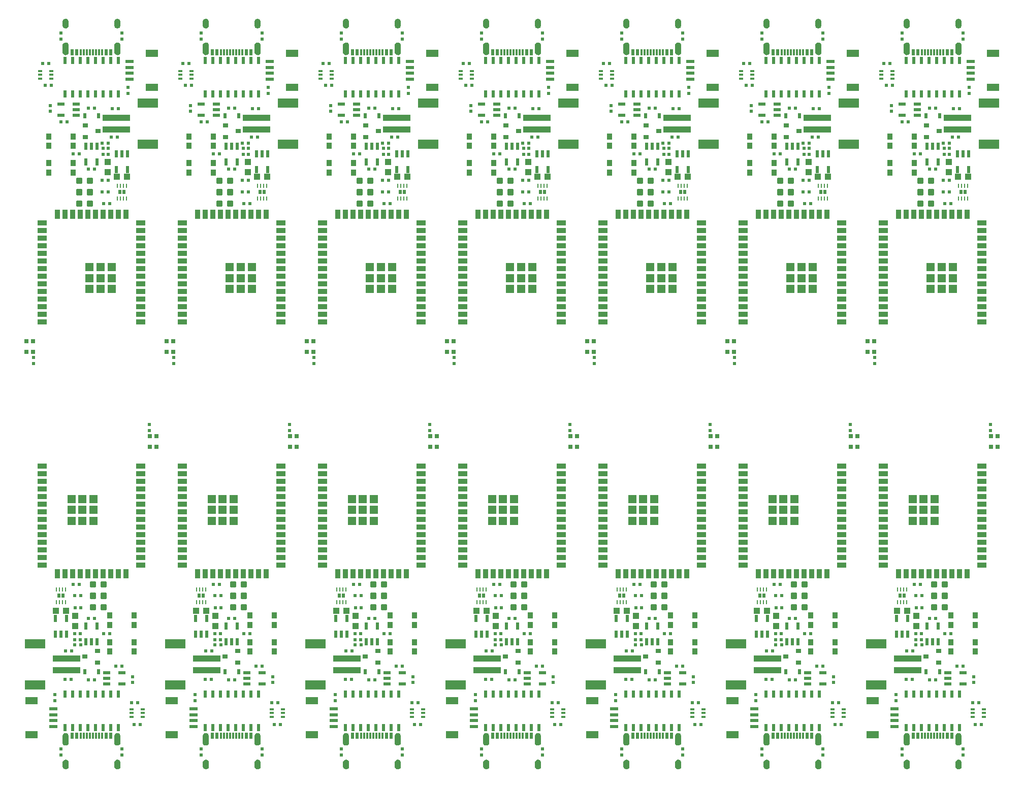
<source format=gtp>
G04 EAGLE Gerber RS-274X export*
G75*
%MOMM*%
%FSLAX34Y34*%
%LPD*%
%INSolderpaste Top*%
%IPPOS*%
%AMOC8*
5,1,8,0,0,1.08239X$1,22.5*%
G01*
%ADD10R,0.600000X0.600000*%
%ADD11R,0.550000X1.200000*%
%ADD12C,0.300000*%
%ADD13R,1.100000X1.000000*%
%ADD14R,1.000000X1.100000*%
%ADD15R,0.660000X0.300000*%
%ADD16R,2.000000X1.200000*%
%ADD17R,1.350000X0.600000*%
%ADD18R,0.900000X1.000000*%
%ADD19R,0.900000X0.800000*%
%ADD20R,0.300000X1.000000*%
%ADD21R,0.600000X1.000000*%
%ADD22R,0.630000X0.830000*%
%ADD23R,0.600000X1.200000*%
%ADD24R,0.250000X0.637500*%
%ADD25R,0.500000X0.640000*%
%ADD26R,0.700000X0.700000*%
%ADD27R,4.600000X1.000000*%
%ADD28R,3.400000X1.600000*%
%ADD29R,1.200000X0.550000*%
%ADD30R,1.500000X0.900000*%
%ADD31R,0.900000X1.500000*%
%ADD32R,1.330000X1.330000*%

G36*
X304984Y1193779D02*
X304984Y1193779D01*
X304987Y1193775D01*
X306095Y1193945D01*
X306101Y1193951D01*
X306106Y1193948D01*
X307148Y1194360D01*
X307152Y1194367D01*
X307157Y1194365D01*
X308082Y1194999D01*
X308084Y1195007D01*
X308090Y1195006D01*
X308850Y1195830D01*
X308851Y1195838D01*
X308857Y1195838D01*
X309414Y1196810D01*
X309414Y1196814D01*
X309415Y1196815D01*
X309413Y1196817D01*
X309413Y1196818D01*
X309419Y1196820D01*
X309746Y1197892D01*
X309745Y1197897D01*
X309747Y1197898D01*
X309745Y1197901D01*
X309748Y1197903D01*
X309829Y1199020D01*
X309828Y1199023D01*
X309829Y1199024D01*
X309829Y1211024D01*
X309824Y1211031D01*
X309828Y1211035D01*
X309609Y1211979D01*
X309603Y1211985D01*
X309605Y1211990D01*
X309182Y1212862D01*
X309174Y1212865D01*
X309176Y1212871D01*
X308569Y1213627D01*
X308561Y1213629D01*
X308561Y1213635D01*
X307801Y1214236D01*
X307792Y1214236D01*
X307791Y1214242D01*
X306916Y1214660D01*
X306908Y1214658D01*
X306906Y1214663D01*
X305960Y1214876D01*
X305953Y1214872D01*
X305949Y1214877D01*
X304980Y1214873D01*
X304979Y1214873D01*
X303911Y1214854D01*
X303910Y1214854D01*
X303904Y1214850D01*
X303900Y1214853D01*
X302863Y1214597D01*
X302858Y1214590D01*
X302852Y1214593D01*
X301898Y1214112D01*
X301895Y1214105D01*
X301889Y1214106D01*
X301066Y1213425D01*
X301064Y1213417D01*
X301058Y1213417D01*
X300407Y1212570D01*
X300407Y1212562D01*
X300401Y1212561D01*
X299954Y1211590D01*
X299956Y1211582D01*
X299951Y1211580D01*
X299732Y1210534D01*
X299735Y1210527D01*
X299731Y1210524D01*
X299731Y1198524D01*
X299734Y1198519D01*
X299731Y1198516D01*
X299911Y1197421D01*
X299917Y1197415D01*
X299914Y1197410D01*
X300333Y1196382D01*
X300340Y1196378D01*
X300338Y1196373D01*
X300976Y1195464D01*
X300983Y1195462D01*
X300983Y1195456D01*
X301806Y1194712D01*
X301814Y1194711D01*
X301815Y1194705D01*
X302783Y1194163D01*
X302792Y1194164D01*
X302794Y1194158D01*
X303858Y1193845D01*
X303866Y1193848D01*
X303869Y1193843D01*
X304977Y1193775D01*
X304984Y1193779D01*
G37*
G36*
X1473384Y1193779D02*
X1473384Y1193779D01*
X1473387Y1193775D01*
X1474495Y1193945D01*
X1474501Y1193951D01*
X1474506Y1193948D01*
X1475548Y1194360D01*
X1475552Y1194367D01*
X1475557Y1194365D01*
X1476482Y1194999D01*
X1476484Y1195007D01*
X1476490Y1195006D01*
X1477250Y1195830D01*
X1477251Y1195838D01*
X1477257Y1195838D01*
X1477814Y1196810D01*
X1477814Y1196814D01*
X1477815Y1196815D01*
X1477813Y1196817D01*
X1477813Y1196818D01*
X1477819Y1196820D01*
X1478146Y1197892D01*
X1478145Y1197897D01*
X1478147Y1197898D01*
X1478145Y1197901D01*
X1478148Y1197903D01*
X1478229Y1199020D01*
X1478228Y1199023D01*
X1478229Y1199024D01*
X1478229Y1211024D01*
X1478224Y1211031D01*
X1478228Y1211035D01*
X1478009Y1211979D01*
X1478003Y1211985D01*
X1478005Y1211990D01*
X1477582Y1212862D01*
X1477574Y1212865D01*
X1477576Y1212871D01*
X1476969Y1213627D01*
X1476961Y1213629D01*
X1476961Y1213635D01*
X1476201Y1214236D01*
X1476192Y1214236D01*
X1476191Y1214242D01*
X1475316Y1214660D01*
X1475308Y1214658D01*
X1475306Y1214663D01*
X1474360Y1214876D01*
X1474353Y1214872D01*
X1474349Y1214877D01*
X1473380Y1214873D01*
X1473379Y1214873D01*
X1472311Y1214854D01*
X1472310Y1214854D01*
X1472304Y1214850D01*
X1472300Y1214853D01*
X1471263Y1214597D01*
X1471258Y1214590D01*
X1471252Y1214593D01*
X1470298Y1214112D01*
X1470295Y1214105D01*
X1470289Y1214106D01*
X1469466Y1213425D01*
X1469464Y1213417D01*
X1469458Y1213417D01*
X1468807Y1212570D01*
X1468807Y1212562D01*
X1468801Y1212561D01*
X1468354Y1211590D01*
X1468356Y1211582D01*
X1468351Y1211580D01*
X1468132Y1210534D01*
X1468135Y1210527D01*
X1468131Y1210524D01*
X1468131Y1198524D01*
X1468134Y1198519D01*
X1468131Y1198516D01*
X1468311Y1197421D01*
X1468317Y1197415D01*
X1468314Y1197410D01*
X1468733Y1196382D01*
X1468740Y1196378D01*
X1468738Y1196373D01*
X1469376Y1195464D01*
X1469383Y1195462D01*
X1469383Y1195456D01*
X1470206Y1194712D01*
X1470214Y1194711D01*
X1470215Y1194705D01*
X1471183Y1194163D01*
X1471192Y1194164D01*
X1471194Y1194158D01*
X1472258Y1193845D01*
X1472266Y1193848D01*
X1472269Y1193843D01*
X1473377Y1193775D01*
X1473384Y1193779D01*
G37*
G36*
X772344Y1193779D02*
X772344Y1193779D01*
X772347Y1193775D01*
X773455Y1193945D01*
X773461Y1193951D01*
X773466Y1193948D01*
X774508Y1194360D01*
X774512Y1194367D01*
X774517Y1194365D01*
X775442Y1194999D01*
X775444Y1195007D01*
X775450Y1195006D01*
X776210Y1195830D01*
X776211Y1195838D01*
X776217Y1195838D01*
X776774Y1196810D01*
X776774Y1196814D01*
X776775Y1196815D01*
X776773Y1196817D01*
X776773Y1196818D01*
X776779Y1196820D01*
X777106Y1197892D01*
X777105Y1197897D01*
X777107Y1197898D01*
X777105Y1197901D01*
X777108Y1197903D01*
X777189Y1199020D01*
X777188Y1199023D01*
X777189Y1199024D01*
X777189Y1211024D01*
X777184Y1211031D01*
X777188Y1211035D01*
X776969Y1211979D01*
X776963Y1211985D01*
X776965Y1211990D01*
X776542Y1212862D01*
X776534Y1212865D01*
X776536Y1212871D01*
X775929Y1213627D01*
X775921Y1213629D01*
X775921Y1213635D01*
X775161Y1214236D01*
X775152Y1214236D01*
X775151Y1214242D01*
X774276Y1214660D01*
X774268Y1214658D01*
X774266Y1214663D01*
X773320Y1214876D01*
X773313Y1214872D01*
X773309Y1214877D01*
X772340Y1214873D01*
X772339Y1214873D01*
X771271Y1214854D01*
X771270Y1214854D01*
X771264Y1214850D01*
X771260Y1214853D01*
X770223Y1214597D01*
X770218Y1214590D01*
X770212Y1214593D01*
X769258Y1214112D01*
X769255Y1214105D01*
X769249Y1214106D01*
X768426Y1213425D01*
X768424Y1213417D01*
X768418Y1213417D01*
X767767Y1212570D01*
X767767Y1212562D01*
X767761Y1212561D01*
X767314Y1211590D01*
X767316Y1211582D01*
X767311Y1211580D01*
X767092Y1210534D01*
X767095Y1210527D01*
X767091Y1210524D01*
X767091Y1198524D01*
X767094Y1198519D01*
X767091Y1198516D01*
X767271Y1197421D01*
X767277Y1197415D01*
X767274Y1197410D01*
X767693Y1196382D01*
X767700Y1196378D01*
X767698Y1196373D01*
X768336Y1195464D01*
X768343Y1195462D01*
X768343Y1195456D01*
X769166Y1194712D01*
X769174Y1194711D01*
X769175Y1194705D01*
X770143Y1194163D01*
X770152Y1194164D01*
X770154Y1194158D01*
X771218Y1193845D01*
X771226Y1193848D01*
X771229Y1193843D01*
X772337Y1193775D01*
X772344Y1193779D01*
G37*
G36*
X538664Y1193779D02*
X538664Y1193779D01*
X538667Y1193775D01*
X539775Y1193945D01*
X539781Y1193951D01*
X539786Y1193948D01*
X540828Y1194360D01*
X540832Y1194367D01*
X540837Y1194365D01*
X541762Y1194999D01*
X541764Y1195007D01*
X541770Y1195006D01*
X542530Y1195830D01*
X542531Y1195838D01*
X542537Y1195838D01*
X543094Y1196810D01*
X543094Y1196814D01*
X543095Y1196815D01*
X543093Y1196817D01*
X543093Y1196818D01*
X543099Y1196820D01*
X543426Y1197892D01*
X543425Y1197897D01*
X543427Y1197898D01*
X543425Y1197901D01*
X543428Y1197903D01*
X543509Y1199020D01*
X543508Y1199023D01*
X543509Y1199024D01*
X543509Y1211024D01*
X543504Y1211031D01*
X543508Y1211035D01*
X543289Y1211979D01*
X543283Y1211985D01*
X543285Y1211990D01*
X542862Y1212862D01*
X542854Y1212865D01*
X542856Y1212871D01*
X542249Y1213627D01*
X542241Y1213629D01*
X542241Y1213635D01*
X541481Y1214236D01*
X541472Y1214236D01*
X541471Y1214242D01*
X540596Y1214660D01*
X540588Y1214658D01*
X540586Y1214663D01*
X539640Y1214876D01*
X539633Y1214872D01*
X539629Y1214877D01*
X538660Y1214873D01*
X538659Y1214873D01*
X537591Y1214854D01*
X537590Y1214854D01*
X537584Y1214850D01*
X537580Y1214853D01*
X536543Y1214597D01*
X536538Y1214590D01*
X536532Y1214593D01*
X535578Y1214112D01*
X535575Y1214105D01*
X535569Y1214106D01*
X534746Y1213425D01*
X534744Y1213417D01*
X534738Y1213417D01*
X534087Y1212570D01*
X534087Y1212562D01*
X534081Y1212561D01*
X533634Y1211590D01*
X533636Y1211582D01*
X533631Y1211580D01*
X533412Y1210534D01*
X533415Y1210527D01*
X533411Y1210524D01*
X533411Y1198524D01*
X533414Y1198519D01*
X533411Y1198516D01*
X533591Y1197421D01*
X533597Y1197415D01*
X533594Y1197410D01*
X534013Y1196382D01*
X534020Y1196378D01*
X534018Y1196373D01*
X534656Y1195464D01*
X534663Y1195462D01*
X534663Y1195456D01*
X535486Y1194712D01*
X535494Y1194711D01*
X535495Y1194705D01*
X536463Y1194163D01*
X536472Y1194164D01*
X536474Y1194158D01*
X537538Y1193845D01*
X537546Y1193848D01*
X537549Y1193843D01*
X538657Y1193775D01*
X538664Y1193779D01*
G37*
G36*
X1239704Y1193779D02*
X1239704Y1193779D01*
X1239707Y1193775D01*
X1240815Y1193945D01*
X1240821Y1193951D01*
X1240826Y1193948D01*
X1241868Y1194360D01*
X1241872Y1194367D01*
X1241877Y1194365D01*
X1242802Y1194999D01*
X1242804Y1195007D01*
X1242810Y1195006D01*
X1243570Y1195830D01*
X1243571Y1195838D01*
X1243577Y1195838D01*
X1244134Y1196810D01*
X1244134Y1196814D01*
X1244135Y1196815D01*
X1244133Y1196817D01*
X1244133Y1196818D01*
X1244139Y1196820D01*
X1244466Y1197892D01*
X1244465Y1197897D01*
X1244467Y1197898D01*
X1244465Y1197901D01*
X1244468Y1197903D01*
X1244549Y1199020D01*
X1244548Y1199023D01*
X1244549Y1199024D01*
X1244549Y1211024D01*
X1244544Y1211031D01*
X1244548Y1211035D01*
X1244329Y1211979D01*
X1244323Y1211985D01*
X1244325Y1211990D01*
X1243902Y1212862D01*
X1243894Y1212865D01*
X1243896Y1212871D01*
X1243289Y1213627D01*
X1243281Y1213629D01*
X1243281Y1213635D01*
X1242521Y1214236D01*
X1242512Y1214236D01*
X1242511Y1214242D01*
X1241636Y1214660D01*
X1241628Y1214658D01*
X1241626Y1214663D01*
X1240680Y1214876D01*
X1240673Y1214872D01*
X1240669Y1214877D01*
X1239700Y1214873D01*
X1239699Y1214873D01*
X1238631Y1214854D01*
X1238630Y1214854D01*
X1238624Y1214850D01*
X1238620Y1214853D01*
X1237583Y1214597D01*
X1237578Y1214590D01*
X1237572Y1214593D01*
X1236618Y1214112D01*
X1236615Y1214105D01*
X1236609Y1214106D01*
X1235786Y1213425D01*
X1235784Y1213417D01*
X1235778Y1213417D01*
X1235127Y1212570D01*
X1235127Y1212562D01*
X1235121Y1212561D01*
X1234674Y1211590D01*
X1234676Y1211582D01*
X1234671Y1211580D01*
X1234452Y1210534D01*
X1234455Y1210527D01*
X1234451Y1210524D01*
X1234451Y1198524D01*
X1234454Y1198519D01*
X1234451Y1198516D01*
X1234631Y1197421D01*
X1234637Y1197415D01*
X1234634Y1197410D01*
X1235053Y1196382D01*
X1235060Y1196378D01*
X1235058Y1196373D01*
X1235696Y1195464D01*
X1235703Y1195462D01*
X1235703Y1195456D01*
X1236526Y1194712D01*
X1236534Y1194711D01*
X1236535Y1194705D01*
X1237503Y1194163D01*
X1237512Y1194164D01*
X1237514Y1194158D01*
X1238578Y1193845D01*
X1238586Y1193848D01*
X1238589Y1193843D01*
X1239697Y1193775D01*
X1239704Y1193779D01*
G37*
G36*
X71304Y1193779D02*
X71304Y1193779D01*
X71307Y1193775D01*
X72415Y1193945D01*
X72421Y1193951D01*
X72426Y1193948D01*
X73468Y1194360D01*
X73472Y1194367D01*
X73477Y1194365D01*
X74402Y1194999D01*
X74404Y1195007D01*
X74410Y1195006D01*
X75170Y1195830D01*
X75171Y1195838D01*
X75177Y1195838D01*
X75734Y1196810D01*
X75734Y1196814D01*
X75735Y1196815D01*
X75733Y1196817D01*
X75733Y1196818D01*
X75739Y1196820D01*
X76066Y1197892D01*
X76065Y1197897D01*
X76067Y1197898D01*
X76065Y1197901D01*
X76068Y1197903D01*
X76149Y1199020D01*
X76148Y1199023D01*
X76149Y1199024D01*
X76149Y1211024D01*
X76144Y1211031D01*
X76148Y1211035D01*
X75929Y1211979D01*
X75923Y1211985D01*
X75925Y1211990D01*
X75502Y1212862D01*
X75494Y1212865D01*
X75496Y1212871D01*
X74889Y1213627D01*
X74881Y1213629D01*
X74881Y1213635D01*
X74121Y1214236D01*
X74112Y1214236D01*
X74111Y1214242D01*
X73236Y1214660D01*
X73228Y1214658D01*
X73226Y1214663D01*
X72280Y1214876D01*
X72273Y1214872D01*
X72269Y1214877D01*
X71300Y1214873D01*
X71299Y1214873D01*
X70231Y1214854D01*
X70230Y1214854D01*
X70224Y1214850D01*
X70220Y1214853D01*
X69183Y1214597D01*
X69178Y1214590D01*
X69172Y1214593D01*
X68218Y1214112D01*
X68215Y1214105D01*
X68209Y1214106D01*
X67386Y1213425D01*
X67384Y1213417D01*
X67378Y1213417D01*
X66727Y1212570D01*
X66727Y1212562D01*
X66721Y1212561D01*
X66274Y1211590D01*
X66276Y1211582D01*
X66271Y1211580D01*
X66052Y1210534D01*
X66055Y1210527D01*
X66051Y1210524D01*
X66051Y1198524D01*
X66054Y1198519D01*
X66051Y1198516D01*
X66231Y1197421D01*
X66237Y1197415D01*
X66234Y1197410D01*
X66653Y1196382D01*
X66660Y1196378D01*
X66658Y1196373D01*
X67296Y1195464D01*
X67303Y1195462D01*
X67303Y1195456D01*
X68126Y1194712D01*
X68134Y1194711D01*
X68135Y1194705D01*
X69103Y1194163D01*
X69112Y1194164D01*
X69114Y1194158D01*
X70178Y1193845D01*
X70186Y1193848D01*
X70189Y1193843D01*
X71297Y1193775D01*
X71304Y1193779D01*
G37*
G36*
X1006024Y1193779D02*
X1006024Y1193779D01*
X1006027Y1193775D01*
X1007135Y1193945D01*
X1007141Y1193951D01*
X1007146Y1193948D01*
X1008188Y1194360D01*
X1008192Y1194367D01*
X1008197Y1194365D01*
X1009122Y1194999D01*
X1009124Y1195007D01*
X1009130Y1195006D01*
X1009890Y1195830D01*
X1009891Y1195838D01*
X1009897Y1195838D01*
X1010454Y1196810D01*
X1010454Y1196814D01*
X1010455Y1196815D01*
X1010453Y1196817D01*
X1010453Y1196818D01*
X1010459Y1196820D01*
X1010786Y1197892D01*
X1010785Y1197897D01*
X1010787Y1197898D01*
X1010785Y1197901D01*
X1010788Y1197903D01*
X1010869Y1199020D01*
X1010868Y1199023D01*
X1010869Y1199024D01*
X1010869Y1211024D01*
X1010864Y1211031D01*
X1010868Y1211035D01*
X1010649Y1211979D01*
X1010643Y1211985D01*
X1010645Y1211990D01*
X1010222Y1212862D01*
X1010214Y1212865D01*
X1010216Y1212871D01*
X1009609Y1213627D01*
X1009601Y1213629D01*
X1009601Y1213635D01*
X1008841Y1214236D01*
X1008832Y1214236D01*
X1008831Y1214242D01*
X1007956Y1214660D01*
X1007948Y1214658D01*
X1007946Y1214663D01*
X1007000Y1214876D01*
X1006993Y1214872D01*
X1006989Y1214877D01*
X1006020Y1214873D01*
X1006019Y1214873D01*
X1004951Y1214854D01*
X1004950Y1214854D01*
X1004944Y1214850D01*
X1004940Y1214853D01*
X1003903Y1214597D01*
X1003898Y1214590D01*
X1003892Y1214593D01*
X1002938Y1214112D01*
X1002935Y1214105D01*
X1002929Y1214106D01*
X1002106Y1213425D01*
X1002104Y1213417D01*
X1002098Y1213417D01*
X1001447Y1212570D01*
X1001447Y1212562D01*
X1001441Y1212561D01*
X1000994Y1211590D01*
X1000996Y1211582D01*
X1000991Y1211580D01*
X1000772Y1210534D01*
X1000775Y1210527D01*
X1000771Y1210524D01*
X1000771Y1198524D01*
X1000774Y1198519D01*
X1000771Y1198516D01*
X1000951Y1197421D01*
X1000957Y1197415D01*
X1000954Y1197410D01*
X1001373Y1196382D01*
X1001380Y1196378D01*
X1001378Y1196373D01*
X1002016Y1195464D01*
X1002023Y1195462D01*
X1002023Y1195456D01*
X1002846Y1194712D01*
X1002854Y1194711D01*
X1002855Y1194705D01*
X1003823Y1194163D01*
X1003832Y1194164D01*
X1003834Y1194158D01*
X1004898Y1193845D01*
X1004906Y1193848D01*
X1004909Y1193843D01*
X1006017Y1193775D01*
X1006024Y1193779D01*
G37*
G36*
X1325700Y42427D02*
X1325700Y42427D01*
X1325701Y42427D01*
X1326769Y42446D01*
X1326776Y42451D01*
X1326780Y42447D01*
X1327817Y42703D01*
X1327822Y42710D01*
X1327828Y42707D01*
X1328782Y43188D01*
X1328786Y43195D01*
X1328791Y43194D01*
X1329615Y43875D01*
X1329616Y43883D01*
X1329622Y43883D01*
X1330273Y44730D01*
X1330273Y44738D01*
X1330279Y44739D01*
X1330726Y45710D01*
X1330724Y45718D01*
X1330729Y45720D01*
X1330948Y46766D01*
X1330945Y46773D01*
X1330949Y46776D01*
X1330949Y58776D01*
X1330946Y58781D01*
X1330949Y58784D01*
X1330769Y59879D01*
X1330763Y59885D01*
X1330766Y59890D01*
X1330347Y60918D01*
X1330340Y60922D01*
X1330342Y60927D01*
X1329705Y61836D01*
X1329697Y61839D01*
X1329697Y61844D01*
X1328874Y62588D01*
X1328866Y62589D01*
X1328865Y62595D01*
X1327897Y63137D01*
X1327888Y63136D01*
X1327886Y63142D01*
X1326822Y63455D01*
X1326817Y63453D01*
X1326813Y63453D01*
X1326811Y63457D01*
X1325703Y63525D01*
X1325697Y63521D01*
X1325693Y63525D01*
X1324585Y63355D01*
X1324579Y63349D01*
X1324574Y63352D01*
X1323532Y62940D01*
X1323528Y62933D01*
X1323523Y62935D01*
X1322598Y62301D01*
X1322596Y62293D01*
X1322590Y62294D01*
X1321830Y61471D01*
X1321829Y61462D01*
X1321823Y61462D01*
X1321266Y60490D01*
X1321267Y60482D01*
X1321261Y60480D01*
X1320934Y59408D01*
X1320937Y59400D01*
X1320932Y59397D01*
X1320851Y58280D01*
X1320852Y58277D01*
X1320851Y58276D01*
X1320851Y46276D01*
X1320856Y46269D01*
X1320852Y46265D01*
X1321071Y45321D01*
X1321077Y45315D01*
X1321075Y45310D01*
X1321499Y44438D01*
X1321506Y44435D01*
X1321504Y44429D01*
X1322111Y43673D01*
X1322119Y43671D01*
X1322119Y43665D01*
X1322879Y43064D01*
X1322888Y43064D01*
X1322889Y43058D01*
X1323764Y42640D01*
X1323772Y42642D01*
X1323774Y42637D01*
X1324720Y42425D01*
X1324727Y42428D01*
X1324731Y42423D01*
X1325700Y42427D01*
G37*
G36*
X390980Y42427D02*
X390980Y42427D01*
X390981Y42427D01*
X392049Y42446D01*
X392056Y42451D01*
X392060Y42447D01*
X393097Y42703D01*
X393102Y42710D01*
X393108Y42707D01*
X394062Y43188D01*
X394066Y43195D01*
X394071Y43194D01*
X394895Y43875D01*
X394896Y43883D01*
X394902Y43883D01*
X395553Y44730D01*
X395553Y44738D01*
X395559Y44739D01*
X396006Y45710D01*
X396004Y45718D01*
X396009Y45720D01*
X396228Y46766D01*
X396225Y46773D01*
X396229Y46776D01*
X396229Y58776D01*
X396226Y58781D01*
X396229Y58784D01*
X396049Y59879D01*
X396043Y59885D01*
X396046Y59890D01*
X395627Y60918D01*
X395620Y60922D01*
X395622Y60927D01*
X394985Y61836D01*
X394977Y61839D01*
X394977Y61844D01*
X394154Y62588D01*
X394146Y62589D01*
X394145Y62595D01*
X393177Y63137D01*
X393168Y63136D01*
X393166Y63142D01*
X392102Y63455D01*
X392097Y63453D01*
X392093Y63453D01*
X392091Y63457D01*
X390983Y63525D01*
X390977Y63521D01*
X390973Y63525D01*
X389865Y63355D01*
X389859Y63349D01*
X389854Y63352D01*
X388812Y62940D01*
X388808Y62933D01*
X388803Y62935D01*
X387878Y62301D01*
X387876Y62293D01*
X387870Y62294D01*
X387110Y61471D01*
X387109Y61462D01*
X387103Y61462D01*
X386546Y60490D01*
X386547Y60482D01*
X386541Y60480D01*
X386214Y59408D01*
X386217Y59400D01*
X386212Y59397D01*
X386131Y58280D01*
X386132Y58277D01*
X386131Y58276D01*
X386131Y46276D01*
X386136Y46269D01*
X386132Y46265D01*
X386351Y45321D01*
X386357Y45315D01*
X386355Y45310D01*
X386779Y44438D01*
X386786Y44435D01*
X386784Y44429D01*
X387391Y43673D01*
X387399Y43671D01*
X387399Y43665D01*
X388159Y43064D01*
X388168Y43064D01*
X388169Y43058D01*
X389044Y42640D01*
X389052Y42642D01*
X389054Y42637D01*
X390000Y42425D01*
X390007Y42428D01*
X390011Y42423D01*
X390980Y42427D01*
G37*
G36*
X858340Y42427D02*
X858340Y42427D01*
X858341Y42427D01*
X859409Y42446D01*
X859416Y42451D01*
X859420Y42447D01*
X860457Y42703D01*
X860462Y42710D01*
X860468Y42707D01*
X861422Y43188D01*
X861426Y43195D01*
X861431Y43194D01*
X862255Y43875D01*
X862256Y43883D01*
X862262Y43883D01*
X862913Y44730D01*
X862913Y44738D01*
X862919Y44739D01*
X863366Y45710D01*
X863364Y45718D01*
X863369Y45720D01*
X863588Y46766D01*
X863585Y46773D01*
X863589Y46776D01*
X863589Y58776D01*
X863586Y58781D01*
X863589Y58784D01*
X863409Y59879D01*
X863403Y59885D01*
X863406Y59890D01*
X862987Y60918D01*
X862980Y60922D01*
X862982Y60927D01*
X862345Y61836D01*
X862337Y61839D01*
X862337Y61844D01*
X861514Y62588D01*
X861506Y62589D01*
X861505Y62595D01*
X860537Y63137D01*
X860528Y63136D01*
X860526Y63142D01*
X859462Y63455D01*
X859457Y63453D01*
X859453Y63453D01*
X859451Y63457D01*
X858343Y63525D01*
X858337Y63521D01*
X858333Y63525D01*
X857225Y63355D01*
X857219Y63349D01*
X857214Y63352D01*
X856172Y62940D01*
X856168Y62933D01*
X856163Y62935D01*
X855238Y62301D01*
X855236Y62293D01*
X855230Y62294D01*
X854470Y61471D01*
X854469Y61462D01*
X854463Y61462D01*
X853906Y60490D01*
X853907Y60482D01*
X853901Y60480D01*
X853574Y59408D01*
X853577Y59400D01*
X853572Y59397D01*
X853491Y58280D01*
X853492Y58277D01*
X853491Y58276D01*
X853491Y46276D01*
X853496Y46269D01*
X853492Y46265D01*
X853711Y45321D01*
X853717Y45315D01*
X853715Y45310D01*
X854139Y44438D01*
X854146Y44435D01*
X854144Y44429D01*
X854751Y43673D01*
X854759Y43671D01*
X854759Y43665D01*
X855519Y43064D01*
X855528Y43064D01*
X855529Y43058D01*
X856404Y42640D01*
X856412Y42642D01*
X856414Y42637D01*
X857360Y42425D01*
X857367Y42428D01*
X857371Y42423D01*
X858340Y42427D01*
G37*
G36*
X624660Y42427D02*
X624660Y42427D01*
X624661Y42427D01*
X625729Y42446D01*
X625736Y42451D01*
X625740Y42447D01*
X626777Y42703D01*
X626782Y42710D01*
X626788Y42707D01*
X627742Y43188D01*
X627746Y43195D01*
X627751Y43194D01*
X628575Y43875D01*
X628576Y43883D01*
X628582Y43883D01*
X629233Y44730D01*
X629233Y44738D01*
X629239Y44739D01*
X629686Y45710D01*
X629684Y45718D01*
X629689Y45720D01*
X629908Y46766D01*
X629905Y46773D01*
X629909Y46776D01*
X629909Y58776D01*
X629906Y58781D01*
X629909Y58784D01*
X629729Y59879D01*
X629723Y59885D01*
X629726Y59890D01*
X629307Y60918D01*
X629300Y60922D01*
X629302Y60927D01*
X628665Y61836D01*
X628657Y61839D01*
X628657Y61844D01*
X627834Y62588D01*
X627826Y62589D01*
X627825Y62595D01*
X626857Y63137D01*
X626848Y63136D01*
X626846Y63142D01*
X625782Y63455D01*
X625777Y63453D01*
X625773Y63453D01*
X625771Y63457D01*
X624663Y63525D01*
X624657Y63521D01*
X624653Y63525D01*
X623545Y63355D01*
X623539Y63349D01*
X623534Y63352D01*
X622492Y62940D01*
X622488Y62933D01*
X622483Y62935D01*
X621558Y62301D01*
X621556Y62293D01*
X621550Y62294D01*
X620790Y61471D01*
X620789Y61462D01*
X620783Y61462D01*
X620226Y60490D01*
X620227Y60482D01*
X620221Y60480D01*
X619894Y59408D01*
X619897Y59400D01*
X619892Y59397D01*
X619811Y58280D01*
X619812Y58277D01*
X619811Y58276D01*
X619811Y46276D01*
X619816Y46269D01*
X619812Y46265D01*
X620031Y45321D01*
X620037Y45315D01*
X620035Y45310D01*
X620459Y44438D01*
X620466Y44435D01*
X620464Y44429D01*
X621071Y43673D01*
X621079Y43671D01*
X621079Y43665D01*
X621839Y43064D01*
X621848Y43064D01*
X621849Y43058D01*
X622724Y42640D01*
X622732Y42642D01*
X622734Y42637D01*
X623680Y42425D01*
X623687Y42428D01*
X623691Y42423D01*
X624660Y42427D01*
G37*
G36*
X1092020Y42427D02*
X1092020Y42427D01*
X1092021Y42427D01*
X1093089Y42446D01*
X1093096Y42451D01*
X1093100Y42447D01*
X1094137Y42703D01*
X1094142Y42710D01*
X1094148Y42707D01*
X1095102Y43188D01*
X1095106Y43195D01*
X1095111Y43194D01*
X1095935Y43875D01*
X1095936Y43883D01*
X1095942Y43883D01*
X1096593Y44730D01*
X1096593Y44738D01*
X1096599Y44739D01*
X1097046Y45710D01*
X1097044Y45718D01*
X1097049Y45720D01*
X1097268Y46766D01*
X1097265Y46773D01*
X1097269Y46776D01*
X1097269Y58776D01*
X1097266Y58781D01*
X1097269Y58784D01*
X1097089Y59879D01*
X1097083Y59885D01*
X1097086Y59890D01*
X1096667Y60918D01*
X1096660Y60922D01*
X1096662Y60927D01*
X1096025Y61836D01*
X1096017Y61839D01*
X1096017Y61844D01*
X1095194Y62588D01*
X1095186Y62589D01*
X1095185Y62595D01*
X1094217Y63137D01*
X1094208Y63136D01*
X1094206Y63142D01*
X1093142Y63455D01*
X1093137Y63453D01*
X1093133Y63453D01*
X1093131Y63457D01*
X1092023Y63525D01*
X1092017Y63521D01*
X1092013Y63525D01*
X1090905Y63355D01*
X1090899Y63349D01*
X1090894Y63352D01*
X1089852Y62940D01*
X1089848Y62933D01*
X1089843Y62935D01*
X1088918Y62301D01*
X1088916Y62293D01*
X1088910Y62294D01*
X1088150Y61471D01*
X1088149Y61462D01*
X1088143Y61462D01*
X1087586Y60490D01*
X1087587Y60482D01*
X1087581Y60480D01*
X1087254Y59408D01*
X1087257Y59400D01*
X1087252Y59397D01*
X1087171Y58280D01*
X1087172Y58277D01*
X1087171Y58276D01*
X1087171Y46276D01*
X1087176Y46269D01*
X1087172Y46265D01*
X1087391Y45321D01*
X1087397Y45315D01*
X1087395Y45310D01*
X1087819Y44438D01*
X1087826Y44435D01*
X1087824Y44429D01*
X1088431Y43673D01*
X1088439Y43671D01*
X1088439Y43665D01*
X1089199Y43064D01*
X1089208Y43064D01*
X1089209Y43058D01*
X1090084Y42640D01*
X1090092Y42642D01*
X1090094Y42637D01*
X1091040Y42425D01*
X1091047Y42428D01*
X1091051Y42423D01*
X1092020Y42427D01*
G37*
G36*
X1559380Y42427D02*
X1559380Y42427D01*
X1559381Y42427D01*
X1560449Y42446D01*
X1560456Y42451D01*
X1560460Y42447D01*
X1561497Y42703D01*
X1561502Y42710D01*
X1561508Y42707D01*
X1562462Y43188D01*
X1562466Y43195D01*
X1562471Y43194D01*
X1563295Y43875D01*
X1563296Y43883D01*
X1563302Y43883D01*
X1563953Y44730D01*
X1563953Y44738D01*
X1563959Y44739D01*
X1564406Y45710D01*
X1564404Y45718D01*
X1564409Y45720D01*
X1564628Y46766D01*
X1564625Y46773D01*
X1564629Y46776D01*
X1564629Y58776D01*
X1564626Y58781D01*
X1564629Y58784D01*
X1564449Y59879D01*
X1564443Y59885D01*
X1564446Y59890D01*
X1564027Y60918D01*
X1564020Y60922D01*
X1564022Y60927D01*
X1563385Y61836D01*
X1563377Y61839D01*
X1563377Y61844D01*
X1562554Y62588D01*
X1562546Y62589D01*
X1562545Y62595D01*
X1561577Y63137D01*
X1561568Y63136D01*
X1561566Y63142D01*
X1560502Y63455D01*
X1560497Y63453D01*
X1560493Y63453D01*
X1560491Y63457D01*
X1559383Y63525D01*
X1559377Y63521D01*
X1559373Y63525D01*
X1558265Y63355D01*
X1558259Y63349D01*
X1558254Y63352D01*
X1557212Y62940D01*
X1557208Y62933D01*
X1557203Y62935D01*
X1556278Y62301D01*
X1556276Y62293D01*
X1556270Y62294D01*
X1555510Y61471D01*
X1555509Y61462D01*
X1555503Y61462D01*
X1554946Y60490D01*
X1554947Y60482D01*
X1554941Y60480D01*
X1554614Y59408D01*
X1554617Y59400D01*
X1554612Y59397D01*
X1554531Y58280D01*
X1554532Y58277D01*
X1554531Y58276D01*
X1554531Y46276D01*
X1554536Y46269D01*
X1554532Y46265D01*
X1554751Y45321D01*
X1554757Y45315D01*
X1554755Y45310D01*
X1555179Y44438D01*
X1555186Y44435D01*
X1555184Y44429D01*
X1555791Y43673D01*
X1555799Y43671D01*
X1555799Y43665D01*
X1556559Y43064D01*
X1556568Y43064D01*
X1556569Y43058D01*
X1557444Y42640D01*
X1557452Y42642D01*
X1557454Y42637D01*
X1558400Y42425D01*
X1558407Y42428D01*
X1558411Y42423D01*
X1559380Y42427D01*
G37*
G36*
X157300Y42427D02*
X157300Y42427D01*
X157301Y42427D01*
X158369Y42446D01*
X158376Y42451D01*
X158380Y42447D01*
X159417Y42703D01*
X159422Y42710D01*
X159428Y42707D01*
X160382Y43188D01*
X160386Y43195D01*
X160391Y43194D01*
X161215Y43875D01*
X161216Y43883D01*
X161222Y43883D01*
X161873Y44730D01*
X161873Y44738D01*
X161879Y44739D01*
X162326Y45710D01*
X162324Y45718D01*
X162329Y45720D01*
X162548Y46766D01*
X162545Y46773D01*
X162549Y46776D01*
X162549Y58776D01*
X162546Y58781D01*
X162549Y58784D01*
X162369Y59879D01*
X162363Y59885D01*
X162366Y59890D01*
X161947Y60918D01*
X161940Y60922D01*
X161942Y60927D01*
X161305Y61836D01*
X161297Y61839D01*
X161297Y61844D01*
X160474Y62588D01*
X160466Y62589D01*
X160465Y62595D01*
X159497Y63137D01*
X159488Y63136D01*
X159486Y63142D01*
X158422Y63455D01*
X158417Y63453D01*
X158413Y63453D01*
X158411Y63457D01*
X157303Y63525D01*
X157297Y63521D01*
X157293Y63525D01*
X156185Y63355D01*
X156179Y63349D01*
X156174Y63352D01*
X155132Y62940D01*
X155128Y62933D01*
X155123Y62935D01*
X154198Y62301D01*
X154196Y62293D01*
X154190Y62294D01*
X153430Y61471D01*
X153429Y61462D01*
X153423Y61462D01*
X152866Y60490D01*
X152867Y60482D01*
X152861Y60480D01*
X152534Y59408D01*
X152537Y59400D01*
X152532Y59397D01*
X152451Y58280D01*
X152452Y58277D01*
X152451Y58276D01*
X152451Y46276D01*
X152456Y46269D01*
X152452Y46265D01*
X152671Y45321D01*
X152677Y45315D01*
X152675Y45310D01*
X153099Y44438D01*
X153106Y44435D01*
X153104Y44429D01*
X153711Y43673D01*
X153719Y43671D01*
X153719Y43665D01*
X154479Y43064D01*
X154488Y43064D01*
X154489Y43058D01*
X155364Y42640D01*
X155372Y42642D01*
X155374Y42637D01*
X156320Y42425D01*
X156327Y42428D01*
X156331Y42423D01*
X157300Y42427D01*
G37*
G36*
X157802Y1193778D02*
X157802Y1193778D01*
X157806Y1193775D01*
X158851Y1193893D01*
X158857Y1193899D01*
X158862Y1193895D01*
X159856Y1194243D01*
X159860Y1194250D01*
X159865Y1194248D01*
X160757Y1194808D01*
X160760Y1194815D01*
X160765Y1194815D01*
X161509Y1195559D01*
X161511Y1195567D01*
X161516Y1195567D01*
X162076Y1196459D01*
X162076Y1196466D01*
X162077Y1196467D01*
X162081Y1196468D01*
X162429Y1197462D01*
X162426Y1197470D01*
X162431Y1197473D01*
X162549Y1198519D01*
X162547Y1198522D01*
X162549Y1198524D01*
X162549Y1210524D01*
X162546Y1210529D01*
X162549Y1210532D01*
X162391Y1211528D01*
X162385Y1211534D01*
X162388Y1211539D01*
X162013Y1212475D01*
X162006Y1212479D01*
X162008Y1212485D01*
X161434Y1213314D01*
X161426Y1213317D01*
X161427Y1213322D01*
X160683Y1214003D01*
X160674Y1214004D01*
X160674Y1214010D01*
X159797Y1214508D01*
X159789Y1214507D01*
X159786Y1214512D01*
X158821Y1214803D01*
X158813Y1214800D01*
X158810Y1214805D01*
X157803Y1214873D01*
X157801Y1214872D01*
X157800Y1214873D01*
X156719Y1214864D01*
X156712Y1214859D01*
X156708Y1214863D01*
X155656Y1214614D01*
X155651Y1214607D01*
X155646Y1214610D01*
X154676Y1214133D01*
X154673Y1214125D01*
X154667Y1214127D01*
X153828Y1213446D01*
X153826Y1213438D01*
X153820Y1213438D01*
X153154Y1212588D01*
X153153Y1212579D01*
X153148Y1212578D01*
X152687Y1211601D01*
X152689Y1211593D01*
X152684Y1211590D01*
X152452Y1210535D01*
X152455Y1210527D01*
X152451Y1210524D01*
X152451Y1198524D01*
X152455Y1198519D01*
X152451Y1198516D01*
X152644Y1197410D01*
X152650Y1197405D01*
X152647Y1197400D01*
X153080Y1196365D01*
X153087Y1196361D01*
X153085Y1196356D01*
X153738Y1195443D01*
X153746Y1195441D01*
X153745Y1195435D01*
X154584Y1194691D01*
X154593Y1194690D01*
X154593Y1194685D01*
X155577Y1194146D01*
X155585Y1194147D01*
X155587Y1194142D01*
X156666Y1193835D01*
X156674Y1193838D01*
X156677Y1193833D01*
X157797Y1193775D01*
X157802Y1193778D01*
G37*
G36*
X1092522Y1193778D02*
X1092522Y1193778D01*
X1092526Y1193775D01*
X1093571Y1193893D01*
X1093577Y1193899D01*
X1093582Y1193895D01*
X1094576Y1194243D01*
X1094580Y1194250D01*
X1094585Y1194248D01*
X1095477Y1194808D01*
X1095480Y1194815D01*
X1095485Y1194815D01*
X1096229Y1195559D01*
X1096231Y1195567D01*
X1096236Y1195567D01*
X1096796Y1196459D01*
X1096796Y1196466D01*
X1096797Y1196467D01*
X1096801Y1196468D01*
X1097149Y1197462D01*
X1097146Y1197470D01*
X1097151Y1197473D01*
X1097269Y1198519D01*
X1097267Y1198522D01*
X1097269Y1198524D01*
X1097269Y1210524D01*
X1097266Y1210529D01*
X1097269Y1210532D01*
X1097111Y1211528D01*
X1097105Y1211534D01*
X1097108Y1211539D01*
X1096733Y1212475D01*
X1096726Y1212479D01*
X1096728Y1212485D01*
X1096154Y1213314D01*
X1096146Y1213317D01*
X1096147Y1213322D01*
X1095403Y1214003D01*
X1095394Y1214004D01*
X1095394Y1214010D01*
X1094517Y1214508D01*
X1094509Y1214507D01*
X1094506Y1214512D01*
X1093541Y1214803D01*
X1093533Y1214800D01*
X1093530Y1214805D01*
X1092523Y1214873D01*
X1092521Y1214872D01*
X1092520Y1214873D01*
X1091439Y1214864D01*
X1091432Y1214859D01*
X1091428Y1214863D01*
X1090376Y1214614D01*
X1090371Y1214607D01*
X1090366Y1214610D01*
X1089396Y1214133D01*
X1089393Y1214125D01*
X1089387Y1214127D01*
X1088548Y1213446D01*
X1088546Y1213438D01*
X1088540Y1213438D01*
X1087874Y1212588D01*
X1087873Y1212579D01*
X1087868Y1212578D01*
X1087407Y1211601D01*
X1087409Y1211593D01*
X1087404Y1211590D01*
X1087172Y1210535D01*
X1087175Y1210527D01*
X1087171Y1210524D01*
X1087171Y1198524D01*
X1087175Y1198519D01*
X1087171Y1198516D01*
X1087364Y1197410D01*
X1087370Y1197405D01*
X1087367Y1197400D01*
X1087800Y1196365D01*
X1087807Y1196361D01*
X1087805Y1196356D01*
X1088458Y1195443D01*
X1088466Y1195441D01*
X1088465Y1195435D01*
X1089304Y1194691D01*
X1089313Y1194690D01*
X1089313Y1194685D01*
X1090297Y1194146D01*
X1090305Y1194147D01*
X1090307Y1194142D01*
X1091386Y1193835D01*
X1091394Y1193838D01*
X1091397Y1193833D01*
X1092517Y1193775D01*
X1092522Y1193778D01*
G37*
G36*
X858842Y1193778D02*
X858842Y1193778D01*
X858846Y1193775D01*
X859891Y1193893D01*
X859897Y1193899D01*
X859902Y1193895D01*
X860896Y1194243D01*
X860900Y1194250D01*
X860905Y1194248D01*
X861797Y1194808D01*
X861800Y1194815D01*
X861805Y1194815D01*
X862549Y1195559D01*
X862551Y1195567D01*
X862556Y1195567D01*
X863116Y1196459D01*
X863116Y1196466D01*
X863117Y1196467D01*
X863121Y1196468D01*
X863469Y1197462D01*
X863466Y1197470D01*
X863471Y1197473D01*
X863589Y1198519D01*
X863587Y1198522D01*
X863589Y1198524D01*
X863589Y1210524D01*
X863586Y1210529D01*
X863589Y1210532D01*
X863431Y1211528D01*
X863425Y1211534D01*
X863428Y1211539D01*
X863053Y1212475D01*
X863046Y1212479D01*
X863048Y1212485D01*
X862474Y1213314D01*
X862466Y1213317D01*
X862467Y1213322D01*
X861723Y1214003D01*
X861714Y1214004D01*
X861714Y1214010D01*
X860837Y1214508D01*
X860829Y1214507D01*
X860826Y1214512D01*
X859861Y1214803D01*
X859853Y1214800D01*
X859850Y1214805D01*
X858843Y1214873D01*
X858841Y1214872D01*
X858840Y1214873D01*
X857759Y1214864D01*
X857752Y1214859D01*
X857748Y1214863D01*
X856696Y1214614D01*
X856691Y1214607D01*
X856686Y1214610D01*
X855716Y1214133D01*
X855713Y1214125D01*
X855707Y1214127D01*
X854868Y1213446D01*
X854866Y1213438D01*
X854860Y1213438D01*
X854194Y1212588D01*
X854193Y1212579D01*
X854188Y1212578D01*
X853727Y1211601D01*
X853729Y1211593D01*
X853724Y1211590D01*
X853492Y1210535D01*
X853495Y1210527D01*
X853491Y1210524D01*
X853491Y1198524D01*
X853495Y1198519D01*
X853491Y1198516D01*
X853684Y1197410D01*
X853690Y1197405D01*
X853687Y1197400D01*
X854120Y1196365D01*
X854127Y1196361D01*
X854125Y1196356D01*
X854778Y1195443D01*
X854786Y1195441D01*
X854785Y1195435D01*
X855624Y1194691D01*
X855633Y1194690D01*
X855633Y1194685D01*
X856617Y1194146D01*
X856625Y1194147D01*
X856627Y1194142D01*
X857706Y1193835D01*
X857714Y1193838D01*
X857717Y1193833D01*
X858837Y1193775D01*
X858842Y1193778D01*
G37*
G36*
X391482Y1193778D02*
X391482Y1193778D01*
X391486Y1193775D01*
X392531Y1193893D01*
X392537Y1193899D01*
X392542Y1193895D01*
X393536Y1194243D01*
X393540Y1194250D01*
X393545Y1194248D01*
X394437Y1194808D01*
X394440Y1194815D01*
X394445Y1194815D01*
X395189Y1195559D01*
X395191Y1195567D01*
X395196Y1195567D01*
X395756Y1196459D01*
X395756Y1196466D01*
X395757Y1196467D01*
X395761Y1196468D01*
X396109Y1197462D01*
X396106Y1197470D01*
X396111Y1197473D01*
X396229Y1198519D01*
X396227Y1198522D01*
X396229Y1198524D01*
X396229Y1210524D01*
X396226Y1210529D01*
X396229Y1210532D01*
X396071Y1211528D01*
X396065Y1211534D01*
X396068Y1211539D01*
X395693Y1212475D01*
X395686Y1212479D01*
X395688Y1212485D01*
X395114Y1213314D01*
X395106Y1213317D01*
X395107Y1213322D01*
X394363Y1214003D01*
X394354Y1214004D01*
X394354Y1214010D01*
X393477Y1214508D01*
X393469Y1214507D01*
X393466Y1214512D01*
X392501Y1214803D01*
X392493Y1214800D01*
X392490Y1214805D01*
X391483Y1214873D01*
X391481Y1214872D01*
X391480Y1214873D01*
X390399Y1214864D01*
X390392Y1214859D01*
X390388Y1214863D01*
X389336Y1214614D01*
X389331Y1214607D01*
X389326Y1214610D01*
X388356Y1214133D01*
X388353Y1214125D01*
X388347Y1214127D01*
X387508Y1213446D01*
X387506Y1213438D01*
X387500Y1213438D01*
X386834Y1212588D01*
X386833Y1212579D01*
X386828Y1212578D01*
X386367Y1211601D01*
X386369Y1211593D01*
X386364Y1211590D01*
X386132Y1210535D01*
X386135Y1210527D01*
X386131Y1210524D01*
X386131Y1198524D01*
X386135Y1198519D01*
X386131Y1198516D01*
X386324Y1197410D01*
X386330Y1197405D01*
X386327Y1197400D01*
X386760Y1196365D01*
X386767Y1196361D01*
X386765Y1196356D01*
X387418Y1195443D01*
X387426Y1195441D01*
X387425Y1195435D01*
X388264Y1194691D01*
X388273Y1194690D01*
X388273Y1194685D01*
X389257Y1194146D01*
X389265Y1194147D01*
X389267Y1194142D01*
X390346Y1193835D01*
X390354Y1193838D01*
X390357Y1193833D01*
X391477Y1193775D01*
X391482Y1193778D01*
G37*
G36*
X1559882Y1193778D02*
X1559882Y1193778D01*
X1559886Y1193775D01*
X1560931Y1193893D01*
X1560937Y1193899D01*
X1560942Y1193895D01*
X1561936Y1194243D01*
X1561940Y1194250D01*
X1561945Y1194248D01*
X1562837Y1194808D01*
X1562840Y1194815D01*
X1562845Y1194815D01*
X1563589Y1195559D01*
X1563591Y1195567D01*
X1563596Y1195567D01*
X1564156Y1196459D01*
X1564156Y1196466D01*
X1564157Y1196467D01*
X1564161Y1196468D01*
X1564509Y1197462D01*
X1564506Y1197470D01*
X1564511Y1197473D01*
X1564629Y1198519D01*
X1564627Y1198522D01*
X1564629Y1198524D01*
X1564629Y1210524D01*
X1564626Y1210529D01*
X1564629Y1210532D01*
X1564471Y1211528D01*
X1564465Y1211534D01*
X1564468Y1211539D01*
X1564093Y1212475D01*
X1564086Y1212479D01*
X1564088Y1212485D01*
X1563514Y1213314D01*
X1563506Y1213317D01*
X1563507Y1213322D01*
X1562763Y1214003D01*
X1562754Y1214004D01*
X1562754Y1214010D01*
X1561877Y1214508D01*
X1561869Y1214507D01*
X1561866Y1214512D01*
X1560901Y1214803D01*
X1560893Y1214800D01*
X1560890Y1214805D01*
X1559883Y1214873D01*
X1559881Y1214872D01*
X1559880Y1214873D01*
X1558799Y1214864D01*
X1558792Y1214859D01*
X1558788Y1214863D01*
X1557736Y1214614D01*
X1557731Y1214607D01*
X1557726Y1214610D01*
X1556756Y1214133D01*
X1556753Y1214125D01*
X1556747Y1214127D01*
X1555908Y1213446D01*
X1555906Y1213438D01*
X1555900Y1213438D01*
X1555234Y1212588D01*
X1555233Y1212579D01*
X1555228Y1212578D01*
X1554767Y1211601D01*
X1554769Y1211593D01*
X1554764Y1211590D01*
X1554532Y1210535D01*
X1554535Y1210527D01*
X1554531Y1210524D01*
X1554531Y1198524D01*
X1554535Y1198519D01*
X1554531Y1198516D01*
X1554724Y1197410D01*
X1554730Y1197405D01*
X1554727Y1197400D01*
X1555160Y1196365D01*
X1555167Y1196361D01*
X1555165Y1196356D01*
X1555818Y1195443D01*
X1555826Y1195441D01*
X1555825Y1195435D01*
X1556664Y1194691D01*
X1556673Y1194690D01*
X1556673Y1194685D01*
X1557657Y1194146D01*
X1557665Y1194147D01*
X1557667Y1194142D01*
X1558746Y1193835D01*
X1558754Y1193838D01*
X1558757Y1193833D01*
X1559877Y1193775D01*
X1559882Y1193778D01*
G37*
G36*
X1326202Y1193778D02*
X1326202Y1193778D01*
X1326206Y1193775D01*
X1327251Y1193893D01*
X1327257Y1193899D01*
X1327262Y1193895D01*
X1328256Y1194243D01*
X1328260Y1194250D01*
X1328265Y1194248D01*
X1329157Y1194808D01*
X1329160Y1194815D01*
X1329165Y1194815D01*
X1329909Y1195559D01*
X1329911Y1195567D01*
X1329916Y1195567D01*
X1330476Y1196459D01*
X1330476Y1196466D01*
X1330477Y1196467D01*
X1330481Y1196468D01*
X1330829Y1197462D01*
X1330826Y1197470D01*
X1330831Y1197473D01*
X1330949Y1198519D01*
X1330947Y1198522D01*
X1330949Y1198524D01*
X1330949Y1210524D01*
X1330946Y1210529D01*
X1330949Y1210532D01*
X1330791Y1211528D01*
X1330785Y1211534D01*
X1330788Y1211539D01*
X1330413Y1212475D01*
X1330406Y1212479D01*
X1330408Y1212485D01*
X1329834Y1213314D01*
X1329826Y1213317D01*
X1329827Y1213322D01*
X1329083Y1214003D01*
X1329074Y1214004D01*
X1329074Y1214010D01*
X1328197Y1214508D01*
X1328189Y1214507D01*
X1328186Y1214512D01*
X1327221Y1214803D01*
X1327213Y1214800D01*
X1327210Y1214805D01*
X1326203Y1214873D01*
X1326201Y1214872D01*
X1326200Y1214873D01*
X1325119Y1214864D01*
X1325112Y1214859D01*
X1325108Y1214863D01*
X1324056Y1214614D01*
X1324051Y1214607D01*
X1324046Y1214610D01*
X1323076Y1214133D01*
X1323073Y1214125D01*
X1323067Y1214127D01*
X1322228Y1213446D01*
X1322226Y1213438D01*
X1322220Y1213438D01*
X1321554Y1212588D01*
X1321553Y1212579D01*
X1321548Y1212578D01*
X1321087Y1211601D01*
X1321089Y1211593D01*
X1321084Y1211590D01*
X1320852Y1210535D01*
X1320855Y1210527D01*
X1320851Y1210524D01*
X1320851Y1198524D01*
X1320855Y1198519D01*
X1320851Y1198516D01*
X1321044Y1197410D01*
X1321050Y1197405D01*
X1321047Y1197400D01*
X1321480Y1196365D01*
X1321487Y1196361D01*
X1321485Y1196356D01*
X1322138Y1195443D01*
X1322146Y1195441D01*
X1322145Y1195435D01*
X1322984Y1194691D01*
X1322993Y1194690D01*
X1322993Y1194685D01*
X1323977Y1194146D01*
X1323985Y1194147D01*
X1323987Y1194142D01*
X1325066Y1193835D01*
X1325074Y1193838D01*
X1325077Y1193833D01*
X1326197Y1193775D01*
X1326202Y1193778D01*
G37*
G36*
X625162Y1193778D02*
X625162Y1193778D01*
X625166Y1193775D01*
X626211Y1193893D01*
X626217Y1193899D01*
X626222Y1193895D01*
X627216Y1194243D01*
X627220Y1194250D01*
X627225Y1194248D01*
X628117Y1194808D01*
X628120Y1194815D01*
X628125Y1194815D01*
X628869Y1195559D01*
X628871Y1195567D01*
X628876Y1195567D01*
X629436Y1196459D01*
X629436Y1196466D01*
X629437Y1196467D01*
X629441Y1196468D01*
X629789Y1197462D01*
X629786Y1197470D01*
X629791Y1197473D01*
X629909Y1198519D01*
X629907Y1198522D01*
X629909Y1198524D01*
X629909Y1210524D01*
X629906Y1210529D01*
X629909Y1210532D01*
X629751Y1211528D01*
X629745Y1211534D01*
X629748Y1211539D01*
X629373Y1212475D01*
X629366Y1212479D01*
X629368Y1212485D01*
X628794Y1213314D01*
X628786Y1213317D01*
X628787Y1213322D01*
X628043Y1214003D01*
X628034Y1214004D01*
X628034Y1214010D01*
X627157Y1214508D01*
X627149Y1214507D01*
X627146Y1214512D01*
X626181Y1214803D01*
X626173Y1214800D01*
X626170Y1214805D01*
X625163Y1214873D01*
X625161Y1214872D01*
X625160Y1214873D01*
X624079Y1214864D01*
X624072Y1214859D01*
X624068Y1214863D01*
X623016Y1214614D01*
X623011Y1214607D01*
X623006Y1214610D01*
X622036Y1214133D01*
X622033Y1214125D01*
X622027Y1214127D01*
X621188Y1213446D01*
X621186Y1213438D01*
X621180Y1213438D01*
X620514Y1212588D01*
X620513Y1212579D01*
X620508Y1212578D01*
X620047Y1211601D01*
X620049Y1211593D01*
X620044Y1211590D01*
X619812Y1210535D01*
X619815Y1210527D01*
X619811Y1210524D01*
X619811Y1198524D01*
X619815Y1198519D01*
X619811Y1198516D01*
X620004Y1197410D01*
X620010Y1197405D01*
X620007Y1197400D01*
X620440Y1196365D01*
X620447Y1196361D01*
X620445Y1196356D01*
X621098Y1195443D01*
X621106Y1195441D01*
X621105Y1195435D01*
X621944Y1194691D01*
X621953Y1194690D01*
X621953Y1194685D01*
X622937Y1194146D01*
X622945Y1194147D01*
X622947Y1194142D01*
X624026Y1193835D01*
X624034Y1193838D01*
X624037Y1193833D01*
X625157Y1193775D01*
X625162Y1193778D01*
G37*
G36*
X539241Y42436D02*
X539241Y42436D01*
X539248Y42441D01*
X539252Y42437D01*
X540304Y42687D01*
X540309Y42693D01*
X540314Y42690D01*
X541284Y43167D01*
X541287Y43175D01*
X541293Y43173D01*
X542132Y43854D01*
X542134Y43862D01*
X542140Y43862D01*
X542806Y44713D01*
X542807Y44721D01*
X542812Y44722D01*
X543273Y45699D01*
X543271Y45707D01*
X543277Y45710D01*
X543508Y46765D01*
X543505Y46773D01*
X543509Y46776D01*
X543509Y58776D01*
X543505Y58781D01*
X543509Y58784D01*
X543316Y59890D01*
X543310Y59895D01*
X543313Y59900D01*
X542880Y60935D01*
X542873Y60939D01*
X542875Y60944D01*
X542222Y61857D01*
X542214Y61859D01*
X542215Y61865D01*
X541376Y62609D01*
X541367Y62610D01*
X541367Y62615D01*
X540383Y63154D01*
X540375Y63153D01*
X540373Y63158D01*
X539294Y63465D01*
X539286Y63462D01*
X539283Y63467D01*
X538163Y63525D01*
X538158Y63522D01*
X538155Y63525D01*
X537109Y63407D01*
X537103Y63401D01*
X537098Y63405D01*
X536104Y63057D01*
X536100Y63050D01*
X536095Y63052D01*
X535203Y62492D01*
X535201Y62485D01*
X535195Y62485D01*
X534451Y61741D01*
X534449Y61733D01*
X534444Y61733D01*
X533884Y60841D01*
X533884Y60833D01*
X533879Y60832D01*
X533531Y59838D01*
X533534Y59830D01*
X533529Y59827D01*
X533411Y58782D01*
X533413Y58778D01*
X533411Y58776D01*
X533411Y46776D01*
X533414Y46771D01*
X533411Y46768D01*
X533569Y45772D01*
X533575Y45766D01*
X533572Y45761D01*
X533947Y44825D01*
X533954Y44821D01*
X533952Y44815D01*
X534526Y43986D01*
X534534Y43983D01*
X534533Y43978D01*
X535277Y43297D01*
X535286Y43296D01*
X535286Y43290D01*
X536163Y42792D01*
X536172Y42793D01*
X536174Y42788D01*
X537139Y42497D01*
X537147Y42500D01*
X537150Y42495D01*
X538157Y42427D01*
X538159Y42428D01*
X538160Y42427D01*
X539241Y42436D01*
G37*
G36*
X305561Y42436D02*
X305561Y42436D01*
X305568Y42441D01*
X305572Y42437D01*
X306624Y42687D01*
X306629Y42693D01*
X306634Y42690D01*
X307604Y43167D01*
X307607Y43175D01*
X307613Y43173D01*
X308452Y43854D01*
X308454Y43862D01*
X308460Y43862D01*
X309126Y44713D01*
X309127Y44721D01*
X309132Y44722D01*
X309593Y45699D01*
X309591Y45707D01*
X309597Y45710D01*
X309828Y46765D01*
X309825Y46773D01*
X309829Y46776D01*
X309829Y58776D01*
X309825Y58781D01*
X309829Y58784D01*
X309636Y59890D01*
X309630Y59895D01*
X309633Y59900D01*
X309200Y60935D01*
X309193Y60939D01*
X309195Y60944D01*
X308542Y61857D01*
X308534Y61859D01*
X308535Y61865D01*
X307696Y62609D01*
X307687Y62610D01*
X307687Y62615D01*
X306703Y63154D01*
X306695Y63153D01*
X306693Y63158D01*
X305614Y63465D01*
X305606Y63462D01*
X305603Y63467D01*
X304483Y63525D01*
X304478Y63522D01*
X304475Y63525D01*
X303429Y63407D01*
X303423Y63401D01*
X303418Y63405D01*
X302424Y63057D01*
X302420Y63050D01*
X302415Y63052D01*
X301523Y62492D01*
X301521Y62485D01*
X301515Y62485D01*
X300771Y61741D01*
X300769Y61733D01*
X300764Y61733D01*
X300204Y60841D01*
X300204Y60833D01*
X300199Y60832D01*
X299851Y59838D01*
X299854Y59830D01*
X299849Y59827D01*
X299731Y58782D01*
X299733Y58778D01*
X299731Y58776D01*
X299731Y46776D01*
X299734Y46771D01*
X299731Y46768D01*
X299889Y45772D01*
X299895Y45766D01*
X299892Y45761D01*
X300267Y44825D01*
X300274Y44821D01*
X300272Y44815D01*
X300846Y43986D01*
X300854Y43983D01*
X300853Y43978D01*
X301597Y43297D01*
X301606Y43296D01*
X301606Y43290D01*
X302483Y42792D01*
X302492Y42793D01*
X302494Y42788D01*
X303459Y42497D01*
X303467Y42500D01*
X303470Y42495D01*
X304477Y42427D01*
X304479Y42428D01*
X304480Y42427D01*
X305561Y42436D01*
G37*
G36*
X1473961Y42436D02*
X1473961Y42436D01*
X1473968Y42441D01*
X1473972Y42437D01*
X1475024Y42687D01*
X1475029Y42693D01*
X1475034Y42690D01*
X1476004Y43167D01*
X1476007Y43175D01*
X1476013Y43173D01*
X1476852Y43854D01*
X1476854Y43862D01*
X1476860Y43862D01*
X1477526Y44713D01*
X1477527Y44721D01*
X1477532Y44722D01*
X1477993Y45699D01*
X1477991Y45707D01*
X1477997Y45710D01*
X1478228Y46765D01*
X1478225Y46773D01*
X1478229Y46776D01*
X1478229Y58776D01*
X1478225Y58781D01*
X1478229Y58784D01*
X1478036Y59890D01*
X1478030Y59895D01*
X1478033Y59900D01*
X1477600Y60935D01*
X1477593Y60939D01*
X1477595Y60944D01*
X1476942Y61857D01*
X1476934Y61859D01*
X1476935Y61865D01*
X1476096Y62609D01*
X1476087Y62610D01*
X1476087Y62615D01*
X1475103Y63154D01*
X1475095Y63153D01*
X1475093Y63158D01*
X1474014Y63465D01*
X1474006Y63462D01*
X1474003Y63467D01*
X1472883Y63525D01*
X1472878Y63522D01*
X1472875Y63525D01*
X1471829Y63407D01*
X1471823Y63401D01*
X1471818Y63405D01*
X1470824Y63057D01*
X1470820Y63050D01*
X1470815Y63052D01*
X1469923Y62492D01*
X1469921Y62485D01*
X1469915Y62485D01*
X1469171Y61741D01*
X1469169Y61733D01*
X1469164Y61733D01*
X1468604Y60841D01*
X1468604Y60833D01*
X1468599Y60832D01*
X1468251Y59838D01*
X1468254Y59830D01*
X1468249Y59827D01*
X1468131Y58782D01*
X1468133Y58778D01*
X1468131Y58776D01*
X1468131Y46776D01*
X1468134Y46771D01*
X1468131Y46768D01*
X1468289Y45772D01*
X1468295Y45766D01*
X1468292Y45761D01*
X1468667Y44825D01*
X1468674Y44821D01*
X1468672Y44815D01*
X1469246Y43986D01*
X1469254Y43983D01*
X1469253Y43978D01*
X1469997Y43297D01*
X1470006Y43296D01*
X1470006Y43290D01*
X1470883Y42792D01*
X1470892Y42793D01*
X1470894Y42788D01*
X1471859Y42497D01*
X1471867Y42500D01*
X1471870Y42495D01*
X1472877Y42427D01*
X1472879Y42428D01*
X1472880Y42427D01*
X1473961Y42436D01*
G37*
G36*
X1240281Y42436D02*
X1240281Y42436D01*
X1240288Y42441D01*
X1240292Y42437D01*
X1241344Y42687D01*
X1241349Y42693D01*
X1241354Y42690D01*
X1242324Y43167D01*
X1242327Y43175D01*
X1242333Y43173D01*
X1243172Y43854D01*
X1243174Y43862D01*
X1243180Y43862D01*
X1243846Y44713D01*
X1243847Y44721D01*
X1243852Y44722D01*
X1244313Y45699D01*
X1244311Y45707D01*
X1244317Y45710D01*
X1244548Y46765D01*
X1244545Y46773D01*
X1244549Y46776D01*
X1244549Y58776D01*
X1244545Y58781D01*
X1244549Y58784D01*
X1244356Y59890D01*
X1244350Y59895D01*
X1244353Y59900D01*
X1243920Y60935D01*
X1243913Y60939D01*
X1243915Y60944D01*
X1243262Y61857D01*
X1243254Y61859D01*
X1243255Y61865D01*
X1242416Y62609D01*
X1242407Y62610D01*
X1242407Y62615D01*
X1241423Y63154D01*
X1241415Y63153D01*
X1241413Y63158D01*
X1240334Y63465D01*
X1240326Y63462D01*
X1240323Y63467D01*
X1239203Y63525D01*
X1239198Y63522D01*
X1239195Y63525D01*
X1238149Y63407D01*
X1238143Y63401D01*
X1238138Y63405D01*
X1237144Y63057D01*
X1237140Y63050D01*
X1237135Y63052D01*
X1236243Y62492D01*
X1236241Y62485D01*
X1236235Y62485D01*
X1235491Y61741D01*
X1235489Y61733D01*
X1235484Y61733D01*
X1234924Y60841D01*
X1234924Y60833D01*
X1234919Y60832D01*
X1234571Y59838D01*
X1234574Y59830D01*
X1234569Y59827D01*
X1234451Y58782D01*
X1234453Y58778D01*
X1234451Y58776D01*
X1234451Y46776D01*
X1234454Y46771D01*
X1234451Y46768D01*
X1234609Y45772D01*
X1234615Y45766D01*
X1234612Y45761D01*
X1234987Y44825D01*
X1234994Y44821D01*
X1234992Y44815D01*
X1235566Y43986D01*
X1235574Y43983D01*
X1235573Y43978D01*
X1236317Y43297D01*
X1236326Y43296D01*
X1236326Y43290D01*
X1237203Y42792D01*
X1237212Y42793D01*
X1237214Y42788D01*
X1238179Y42497D01*
X1238187Y42500D01*
X1238190Y42495D01*
X1239197Y42427D01*
X1239199Y42428D01*
X1239200Y42427D01*
X1240281Y42436D01*
G37*
G36*
X1006601Y42436D02*
X1006601Y42436D01*
X1006608Y42441D01*
X1006612Y42437D01*
X1007664Y42687D01*
X1007669Y42693D01*
X1007674Y42690D01*
X1008644Y43167D01*
X1008647Y43175D01*
X1008653Y43173D01*
X1009492Y43854D01*
X1009494Y43862D01*
X1009500Y43862D01*
X1010166Y44713D01*
X1010167Y44721D01*
X1010172Y44722D01*
X1010633Y45699D01*
X1010631Y45707D01*
X1010637Y45710D01*
X1010868Y46765D01*
X1010865Y46773D01*
X1010869Y46776D01*
X1010869Y58776D01*
X1010865Y58781D01*
X1010869Y58784D01*
X1010676Y59890D01*
X1010670Y59895D01*
X1010673Y59900D01*
X1010240Y60935D01*
X1010233Y60939D01*
X1010235Y60944D01*
X1009582Y61857D01*
X1009574Y61859D01*
X1009575Y61865D01*
X1008736Y62609D01*
X1008727Y62610D01*
X1008727Y62615D01*
X1007743Y63154D01*
X1007735Y63153D01*
X1007733Y63158D01*
X1006654Y63465D01*
X1006646Y63462D01*
X1006643Y63467D01*
X1005523Y63525D01*
X1005518Y63522D01*
X1005515Y63525D01*
X1004469Y63407D01*
X1004463Y63401D01*
X1004458Y63405D01*
X1003464Y63057D01*
X1003460Y63050D01*
X1003455Y63052D01*
X1002563Y62492D01*
X1002561Y62485D01*
X1002555Y62485D01*
X1001811Y61741D01*
X1001809Y61733D01*
X1001804Y61733D01*
X1001244Y60841D01*
X1001244Y60833D01*
X1001239Y60832D01*
X1000891Y59838D01*
X1000894Y59830D01*
X1000889Y59827D01*
X1000771Y58782D01*
X1000773Y58778D01*
X1000771Y58776D01*
X1000771Y46776D01*
X1000774Y46771D01*
X1000771Y46768D01*
X1000929Y45772D01*
X1000935Y45766D01*
X1000932Y45761D01*
X1001307Y44825D01*
X1001314Y44821D01*
X1001312Y44815D01*
X1001886Y43986D01*
X1001894Y43983D01*
X1001893Y43978D01*
X1002637Y43297D01*
X1002646Y43296D01*
X1002646Y43290D01*
X1003523Y42792D01*
X1003532Y42793D01*
X1003534Y42788D01*
X1004499Y42497D01*
X1004507Y42500D01*
X1004510Y42495D01*
X1005517Y42427D01*
X1005519Y42428D01*
X1005520Y42427D01*
X1006601Y42436D01*
G37*
G36*
X71881Y42436D02*
X71881Y42436D01*
X71888Y42441D01*
X71892Y42437D01*
X72944Y42687D01*
X72949Y42693D01*
X72954Y42690D01*
X73924Y43167D01*
X73927Y43175D01*
X73933Y43173D01*
X74772Y43854D01*
X74774Y43862D01*
X74780Y43862D01*
X75446Y44713D01*
X75447Y44721D01*
X75452Y44722D01*
X75913Y45699D01*
X75911Y45707D01*
X75917Y45710D01*
X76148Y46765D01*
X76145Y46773D01*
X76149Y46776D01*
X76149Y58776D01*
X76145Y58781D01*
X76149Y58784D01*
X75956Y59890D01*
X75950Y59895D01*
X75953Y59900D01*
X75520Y60935D01*
X75513Y60939D01*
X75515Y60944D01*
X74862Y61857D01*
X74854Y61859D01*
X74855Y61865D01*
X74016Y62609D01*
X74007Y62610D01*
X74007Y62615D01*
X73023Y63154D01*
X73015Y63153D01*
X73013Y63158D01*
X71934Y63465D01*
X71926Y63462D01*
X71923Y63467D01*
X70803Y63525D01*
X70798Y63522D01*
X70795Y63525D01*
X69749Y63407D01*
X69743Y63401D01*
X69738Y63405D01*
X68744Y63057D01*
X68740Y63050D01*
X68735Y63052D01*
X67843Y62492D01*
X67841Y62485D01*
X67835Y62485D01*
X67091Y61741D01*
X67089Y61733D01*
X67084Y61733D01*
X66524Y60841D01*
X66524Y60833D01*
X66519Y60832D01*
X66171Y59838D01*
X66174Y59830D01*
X66169Y59827D01*
X66051Y58782D01*
X66053Y58778D01*
X66051Y58776D01*
X66051Y46776D01*
X66054Y46771D01*
X66051Y46768D01*
X66209Y45772D01*
X66215Y45766D01*
X66212Y45761D01*
X66587Y44825D01*
X66594Y44821D01*
X66592Y44815D01*
X67166Y43986D01*
X67174Y43983D01*
X67173Y43978D01*
X67917Y43297D01*
X67926Y43296D01*
X67926Y43290D01*
X68803Y42792D01*
X68812Y42793D01*
X68814Y42788D01*
X69779Y42497D01*
X69787Y42500D01*
X69790Y42495D01*
X70797Y42427D01*
X70799Y42428D01*
X70800Y42427D01*
X71881Y42436D01*
G37*
G36*
X772921Y42436D02*
X772921Y42436D01*
X772928Y42441D01*
X772932Y42437D01*
X773984Y42687D01*
X773989Y42693D01*
X773994Y42690D01*
X774964Y43167D01*
X774967Y43175D01*
X774973Y43173D01*
X775812Y43854D01*
X775814Y43862D01*
X775820Y43862D01*
X776486Y44713D01*
X776487Y44721D01*
X776492Y44722D01*
X776953Y45699D01*
X776951Y45707D01*
X776957Y45710D01*
X777188Y46765D01*
X777185Y46773D01*
X777189Y46776D01*
X777189Y58776D01*
X777185Y58781D01*
X777189Y58784D01*
X776996Y59890D01*
X776990Y59895D01*
X776993Y59900D01*
X776560Y60935D01*
X776553Y60939D01*
X776555Y60944D01*
X775902Y61857D01*
X775894Y61859D01*
X775895Y61865D01*
X775056Y62609D01*
X775047Y62610D01*
X775047Y62615D01*
X774063Y63154D01*
X774055Y63153D01*
X774053Y63158D01*
X772974Y63465D01*
X772966Y63462D01*
X772963Y63467D01*
X771843Y63525D01*
X771838Y63522D01*
X771835Y63525D01*
X770789Y63407D01*
X770783Y63401D01*
X770778Y63405D01*
X769784Y63057D01*
X769780Y63050D01*
X769775Y63052D01*
X768883Y62492D01*
X768881Y62485D01*
X768875Y62485D01*
X768131Y61741D01*
X768129Y61733D01*
X768124Y61733D01*
X767564Y60841D01*
X767564Y60833D01*
X767559Y60832D01*
X767211Y59838D01*
X767214Y59830D01*
X767209Y59827D01*
X767091Y58782D01*
X767093Y58778D01*
X767091Y58776D01*
X767091Y46776D01*
X767094Y46771D01*
X767091Y46768D01*
X767249Y45772D01*
X767255Y45766D01*
X767252Y45761D01*
X767627Y44825D01*
X767634Y44821D01*
X767632Y44815D01*
X768206Y43986D01*
X768214Y43983D01*
X768213Y43978D01*
X768957Y43297D01*
X768966Y43296D01*
X768966Y43290D01*
X769843Y42792D01*
X769852Y42793D01*
X769854Y42788D01*
X770819Y42497D01*
X770827Y42500D01*
X770830Y42495D01*
X771837Y42427D01*
X771839Y42428D01*
X771840Y42427D01*
X772921Y42436D01*
G37*
G36*
X157804Y2931D02*
X157804Y2931D01*
X157807Y2927D01*
X158883Y3082D01*
X158888Y3088D01*
X158893Y3085D01*
X159907Y3475D01*
X159911Y3482D01*
X159917Y3481D01*
X160819Y4087D01*
X160821Y4095D01*
X160827Y4094D01*
X161571Y4886D01*
X161572Y4894D01*
X161578Y4894D01*
X162127Y5832D01*
X162126Y5840D01*
X162132Y5842D01*
X162459Y6878D01*
X162456Y6886D01*
X162461Y6889D01*
X162549Y7972D01*
X162547Y7975D01*
X162549Y7976D01*
X162549Y13976D01*
X162546Y13980D01*
X162549Y13982D01*
X162399Y15115D01*
X162393Y15121D01*
X162396Y15126D01*
X161998Y16196D01*
X161991Y16200D01*
X161993Y16206D01*
X161366Y17161D01*
X161358Y17164D01*
X161359Y17169D01*
X160536Y17961D01*
X160528Y17962D01*
X160527Y17968D01*
X159548Y18557D01*
X159540Y18556D01*
X159538Y18561D01*
X158453Y18917D01*
X158445Y18915D01*
X158442Y18919D01*
X157305Y19025D01*
X157296Y19020D01*
X157291Y19024D01*
X156154Y18817D01*
X156148Y18811D01*
X156143Y18814D01*
X155081Y18359D01*
X155077Y18352D01*
X155071Y18354D01*
X154136Y17674D01*
X154134Y17666D01*
X154128Y17667D01*
X153368Y16796D01*
X153368Y16788D01*
X153362Y16787D01*
X152815Y15768D01*
X152816Y15760D01*
X152811Y15758D01*
X152807Y15745D01*
X152794Y15696D01*
X152793Y15696D01*
X152794Y15696D01*
X152780Y15647D01*
X152766Y15597D01*
X152753Y15548D01*
X152739Y15499D01*
X152726Y15450D01*
X152712Y15400D01*
X152699Y15351D01*
X152685Y15302D01*
X152671Y15253D01*
X152658Y15203D01*
X152644Y15154D01*
X152631Y15105D01*
X152617Y15056D01*
X152604Y15006D01*
X152590Y14957D01*
X152577Y14908D01*
X152576Y14908D01*
X152563Y14859D01*
X152549Y14809D01*
X152504Y14644D01*
X152507Y14636D01*
X152502Y14633D01*
X152451Y13478D01*
X152452Y13477D01*
X152451Y13476D01*
X152451Y7476D01*
X152455Y7470D01*
X152452Y7467D01*
X152664Y6386D01*
X152670Y6381D01*
X152667Y6376D01*
X153114Y5370D01*
X153121Y5366D01*
X153119Y5360D01*
X153779Y4479D01*
X153787Y4476D01*
X153787Y4471D01*
X154626Y3758D01*
X154634Y3758D01*
X154635Y3752D01*
X155612Y3244D01*
X155620Y3245D01*
X155622Y3240D01*
X156687Y2962D01*
X156695Y2965D01*
X156698Y2961D01*
X157799Y2927D01*
X157804Y2931D01*
G37*
G36*
X858844Y2931D02*
X858844Y2931D01*
X858847Y2927D01*
X859923Y3082D01*
X859928Y3088D01*
X859933Y3085D01*
X860947Y3475D01*
X860951Y3482D01*
X860957Y3481D01*
X861859Y4087D01*
X861861Y4095D01*
X861867Y4094D01*
X862611Y4886D01*
X862612Y4894D01*
X862618Y4894D01*
X863167Y5832D01*
X863166Y5840D01*
X863172Y5842D01*
X863499Y6878D01*
X863496Y6886D01*
X863501Y6889D01*
X863589Y7972D01*
X863587Y7975D01*
X863589Y7976D01*
X863589Y13976D01*
X863586Y13980D01*
X863589Y13982D01*
X863439Y15115D01*
X863433Y15121D01*
X863436Y15126D01*
X863038Y16196D01*
X863031Y16200D01*
X863033Y16206D01*
X862406Y17161D01*
X862398Y17164D01*
X862399Y17169D01*
X861576Y17961D01*
X861568Y17962D01*
X861567Y17968D01*
X860588Y18557D01*
X860580Y18556D01*
X860578Y18561D01*
X859493Y18917D01*
X859485Y18915D01*
X859482Y18919D01*
X858345Y19025D01*
X858336Y19020D01*
X858331Y19024D01*
X857194Y18817D01*
X857188Y18811D01*
X857183Y18814D01*
X856121Y18359D01*
X856117Y18352D01*
X856111Y18354D01*
X855176Y17674D01*
X855174Y17666D01*
X855168Y17667D01*
X854408Y16796D01*
X854408Y16788D01*
X854402Y16787D01*
X853855Y15768D01*
X853856Y15760D01*
X853851Y15758D01*
X853847Y15745D01*
X853834Y15696D01*
X853833Y15696D01*
X853834Y15696D01*
X853820Y15647D01*
X853806Y15597D01*
X853793Y15548D01*
X853779Y15499D01*
X853766Y15450D01*
X853752Y15400D01*
X853739Y15351D01*
X853725Y15302D01*
X853711Y15253D01*
X853698Y15203D01*
X853684Y15154D01*
X853671Y15105D01*
X853657Y15056D01*
X853644Y15006D01*
X853630Y14957D01*
X853617Y14908D01*
X853616Y14908D01*
X853603Y14859D01*
X853589Y14809D01*
X853544Y14644D01*
X853547Y14636D01*
X853542Y14633D01*
X853491Y13478D01*
X853492Y13477D01*
X853491Y13476D01*
X853491Y7476D01*
X853495Y7470D01*
X853492Y7467D01*
X853704Y6386D01*
X853710Y6381D01*
X853707Y6376D01*
X854154Y5370D01*
X854161Y5366D01*
X854159Y5360D01*
X854819Y4479D01*
X854827Y4476D01*
X854827Y4471D01*
X855666Y3758D01*
X855674Y3758D01*
X855675Y3752D01*
X856652Y3244D01*
X856660Y3245D01*
X856662Y3240D01*
X857727Y2962D01*
X857735Y2965D01*
X857738Y2961D01*
X858839Y2927D01*
X858844Y2931D01*
G37*
G36*
X625164Y2931D02*
X625164Y2931D01*
X625167Y2927D01*
X626243Y3082D01*
X626248Y3088D01*
X626253Y3085D01*
X627267Y3475D01*
X627271Y3482D01*
X627277Y3481D01*
X628179Y4087D01*
X628181Y4095D01*
X628187Y4094D01*
X628931Y4886D01*
X628932Y4894D01*
X628938Y4894D01*
X629487Y5832D01*
X629486Y5840D01*
X629492Y5842D01*
X629819Y6878D01*
X629816Y6886D01*
X629821Y6889D01*
X629909Y7972D01*
X629907Y7975D01*
X629909Y7976D01*
X629909Y13976D01*
X629906Y13980D01*
X629909Y13982D01*
X629759Y15115D01*
X629753Y15121D01*
X629756Y15126D01*
X629358Y16196D01*
X629351Y16200D01*
X629353Y16206D01*
X628726Y17161D01*
X628718Y17164D01*
X628719Y17169D01*
X627896Y17961D01*
X627888Y17962D01*
X627887Y17968D01*
X626908Y18557D01*
X626900Y18556D01*
X626898Y18561D01*
X625813Y18917D01*
X625805Y18915D01*
X625802Y18919D01*
X624665Y19025D01*
X624656Y19020D01*
X624651Y19024D01*
X623514Y18817D01*
X623508Y18811D01*
X623503Y18814D01*
X622441Y18359D01*
X622437Y18352D01*
X622431Y18354D01*
X621496Y17674D01*
X621494Y17666D01*
X621488Y17667D01*
X620728Y16796D01*
X620728Y16788D01*
X620722Y16787D01*
X620175Y15768D01*
X620176Y15760D01*
X620171Y15758D01*
X620167Y15745D01*
X620154Y15696D01*
X620153Y15696D01*
X620154Y15696D01*
X620140Y15647D01*
X620126Y15597D01*
X620113Y15548D01*
X620099Y15499D01*
X620086Y15450D01*
X620072Y15400D01*
X620059Y15351D01*
X620045Y15302D01*
X620031Y15253D01*
X620018Y15203D01*
X620004Y15154D01*
X619991Y15105D01*
X619977Y15056D01*
X619964Y15006D01*
X619950Y14957D01*
X619937Y14908D01*
X619936Y14908D01*
X619923Y14859D01*
X619909Y14809D01*
X619864Y14644D01*
X619867Y14636D01*
X619862Y14633D01*
X619811Y13478D01*
X619812Y13477D01*
X619811Y13476D01*
X619811Y7476D01*
X619815Y7470D01*
X619812Y7467D01*
X620024Y6386D01*
X620030Y6381D01*
X620027Y6376D01*
X620474Y5370D01*
X620481Y5366D01*
X620479Y5360D01*
X621139Y4479D01*
X621147Y4476D01*
X621147Y4471D01*
X621986Y3758D01*
X621994Y3758D01*
X621995Y3752D01*
X622972Y3244D01*
X622980Y3245D01*
X622982Y3240D01*
X624047Y2962D01*
X624055Y2965D01*
X624058Y2961D01*
X625159Y2927D01*
X625164Y2931D01*
G37*
G36*
X1092524Y2931D02*
X1092524Y2931D01*
X1092527Y2927D01*
X1093603Y3082D01*
X1093608Y3088D01*
X1093613Y3085D01*
X1094627Y3475D01*
X1094631Y3482D01*
X1094637Y3481D01*
X1095539Y4087D01*
X1095541Y4095D01*
X1095547Y4094D01*
X1096291Y4886D01*
X1096292Y4894D01*
X1096298Y4894D01*
X1096847Y5832D01*
X1096846Y5840D01*
X1096852Y5842D01*
X1097179Y6878D01*
X1097176Y6886D01*
X1097181Y6889D01*
X1097269Y7972D01*
X1097267Y7975D01*
X1097269Y7976D01*
X1097269Y13976D01*
X1097266Y13980D01*
X1097269Y13982D01*
X1097119Y15115D01*
X1097113Y15121D01*
X1097116Y15126D01*
X1096718Y16196D01*
X1096711Y16200D01*
X1096713Y16206D01*
X1096086Y17161D01*
X1096078Y17164D01*
X1096079Y17169D01*
X1095256Y17961D01*
X1095248Y17962D01*
X1095247Y17968D01*
X1094268Y18557D01*
X1094260Y18556D01*
X1094258Y18561D01*
X1093173Y18917D01*
X1093165Y18915D01*
X1093162Y18919D01*
X1092025Y19025D01*
X1092016Y19020D01*
X1092011Y19024D01*
X1090874Y18817D01*
X1090868Y18811D01*
X1090863Y18814D01*
X1089801Y18359D01*
X1089797Y18352D01*
X1089791Y18354D01*
X1088856Y17674D01*
X1088854Y17666D01*
X1088848Y17667D01*
X1088088Y16796D01*
X1088088Y16788D01*
X1088082Y16787D01*
X1087535Y15768D01*
X1087536Y15760D01*
X1087531Y15758D01*
X1087527Y15745D01*
X1087514Y15696D01*
X1087513Y15696D01*
X1087514Y15696D01*
X1087500Y15647D01*
X1087486Y15597D01*
X1087473Y15548D01*
X1087459Y15499D01*
X1087446Y15450D01*
X1087432Y15400D01*
X1087419Y15351D01*
X1087405Y15302D01*
X1087391Y15253D01*
X1087378Y15203D01*
X1087364Y15154D01*
X1087351Y15105D01*
X1087337Y15056D01*
X1087324Y15006D01*
X1087310Y14957D01*
X1087297Y14908D01*
X1087296Y14908D01*
X1087283Y14859D01*
X1087269Y14809D01*
X1087224Y14644D01*
X1087227Y14636D01*
X1087222Y14633D01*
X1087171Y13478D01*
X1087172Y13477D01*
X1087171Y13476D01*
X1087171Y7476D01*
X1087175Y7470D01*
X1087172Y7467D01*
X1087384Y6386D01*
X1087390Y6381D01*
X1087387Y6376D01*
X1087834Y5370D01*
X1087841Y5366D01*
X1087839Y5360D01*
X1088499Y4479D01*
X1088507Y4476D01*
X1088507Y4471D01*
X1089346Y3758D01*
X1089354Y3758D01*
X1089355Y3752D01*
X1090332Y3244D01*
X1090340Y3245D01*
X1090342Y3240D01*
X1091407Y2962D01*
X1091415Y2965D01*
X1091418Y2961D01*
X1092519Y2927D01*
X1092524Y2931D01*
G37*
G36*
X391484Y2931D02*
X391484Y2931D01*
X391487Y2927D01*
X392563Y3082D01*
X392568Y3088D01*
X392573Y3085D01*
X393587Y3475D01*
X393591Y3482D01*
X393597Y3481D01*
X394499Y4087D01*
X394501Y4095D01*
X394507Y4094D01*
X395251Y4886D01*
X395252Y4894D01*
X395258Y4894D01*
X395807Y5832D01*
X395806Y5840D01*
X395812Y5842D01*
X396139Y6878D01*
X396136Y6886D01*
X396141Y6889D01*
X396229Y7972D01*
X396227Y7975D01*
X396229Y7976D01*
X396229Y13976D01*
X396226Y13980D01*
X396229Y13982D01*
X396079Y15115D01*
X396073Y15121D01*
X396076Y15126D01*
X395678Y16196D01*
X395671Y16200D01*
X395673Y16206D01*
X395046Y17161D01*
X395038Y17164D01*
X395039Y17169D01*
X394216Y17961D01*
X394208Y17962D01*
X394207Y17968D01*
X393228Y18557D01*
X393220Y18556D01*
X393218Y18561D01*
X392133Y18917D01*
X392125Y18915D01*
X392122Y18919D01*
X390985Y19025D01*
X390976Y19020D01*
X390971Y19024D01*
X389834Y18817D01*
X389828Y18811D01*
X389823Y18814D01*
X388761Y18359D01*
X388757Y18352D01*
X388751Y18354D01*
X387816Y17674D01*
X387814Y17666D01*
X387808Y17667D01*
X387048Y16796D01*
X387048Y16788D01*
X387042Y16787D01*
X386495Y15768D01*
X386496Y15760D01*
X386491Y15758D01*
X386487Y15745D01*
X386474Y15696D01*
X386473Y15696D01*
X386474Y15696D01*
X386460Y15647D01*
X386446Y15597D01*
X386433Y15548D01*
X386419Y15499D01*
X386406Y15450D01*
X386392Y15400D01*
X386379Y15351D01*
X386365Y15302D01*
X386351Y15253D01*
X386338Y15203D01*
X386324Y15154D01*
X386311Y15105D01*
X386297Y15056D01*
X386284Y15006D01*
X386270Y14957D01*
X386257Y14908D01*
X386256Y14908D01*
X386243Y14859D01*
X386229Y14809D01*
X386184Y14644D01*
X386187Y14636D01*
X386182Y14633D01*
X386131Y13478D01*
X386132Y13477D01*
X386131Y13476D01*
X386131Y7476D01*
X386135Y7470D01*
X386132Y7467D01*
X386344Y6386D01*
X386350Y6381D01*
X386347Y6376D01*
X386794Y5370D01*
X386801Y5366D01*
X386799Y5360D01*
X387459Y4479D01*
X387467Y4476D01*
X387467Y4471D01*
X388306Y3758D01*
X388314Y3758D01*
X388315Y3752D01*
X389292Y3244D01*
X389300Y3245D01*
X389302Y3240D01*
X390367Y2962D01*
X390375Y2965D01*
X390378Y2961D01*
X391479Y2927D01*
X391484Y2931D01*
G37*
G36*
X1326204Y2931D02*
X1326204Y2931D01*
X1326207Y2927D01*
X1327283Y3082D01*
X1327288Y3088D01*
X1327293Y3085D01*
X1328307Y3475D01*
X1328311Y3482D01*
X1328317Y3481D01*
X1329219Y4087D01*
X1329221Y4095D01*
X1329227Y4094D01*
X1329971Y4886D01*
X1329972Y4894D01*
X1329978Y4894D01*
X1330527Y5832D01*
X1330526Y5840D01*
X1330532Y5842D01*
X1330859Y6878D01*
X1330856Y6886D01*
X1330861Y6889D01*
X1330949Y7972D01*
X1330947Y7975D01*
X1330949Y7976D01*
X1330949Y13976D01*
X1330946Y13980D01*
X1330949Y13982D01*
X1330799Y15115D01*
X1330793Y15121D01*
X1330796Y15126D01*
X1330398Y16196D01*
X1330391Y16200D01*
X1330393Y16206D01*
X1329766Y17161D01*
X1329758Y17164D01*
X1329759Y17169D01*
X1328936Y17961D01*
X1328928Y17962D01*
X1328927Y17968D01*
X1327948Y18557D01*
X1327940Y18556D01*
X1327938Y18561D01*
X1326853Y18917D01*
X1326845Y18915D01*
X1326842Y18919D01*
X1325705Y19025D01*
X1325696Y19020D01*
X1325691Y19024D01*
X1324554Y18817D01*
X1324548Y18811D01*
X1324543Y18814D01*
X1323481Y18359D01*
X1323477Y18352D01*
X1323471Y18354D01*
X1322536Y17674D01*
X1322534Y17666D01*
X1322528Y17667D01*
X1321768Y16796D01*
X1321768Y16788D01*
X1321762Y16787D01*
X1321215Y15768D01*
X1321216Y15760D01*
X1321211Y15758D01*
X1321207Y15745D01*
X1321194Y15696D01*
X1321193Y15696D01*
X1321194Y15696D01*
X1321180Y15647D01*
X1321166Y15597D01*
X1321153Y15548D01*
X1321139Y15499D01*
X1321126Y15450D01*
X1321112Y15400D01*
X1321099Y15351D01*
X1321085Y15302D01*
X1321071Y15253D01*
X1321058Y15203D01*
X1321044Y15154D01*
X1321031Y15105D01*
X1321017Y15056D01*
X1321004Y15006D01*
X1320990Y14957D01*
X1320977Y14908D01*
X1320976Y14908D01*
X1320963Y14859D01*
X1320949Y14809D01*
X1320904Y14644D01*
X1320907Y14636D01*
X1320902Y14633D01*
X1320851Y13478D01*
X1320852Y13477D01*
X1320851Y13476D01*
X1320851Y7476D01*
X1320855Y7470D01*
X1320852Y7467D01*
X1321064Y6386D01*
X1321070Y6381D01*
X1321067Y6376D01*
X1321514Y5370D01*
X1321521Y5366D01*
X1321519Y5360D01*
X1322179Y4479D01*
X1322187Y4476D01*
X1322187Y4471D01*
X1323026Y3758D01*
X1323034Y3758D01*
X1323035Y3752D01*
X1324012Y3244D01*
X1324020Y3245D01*
X1324022Y3240D01*
X1325087Y2962D01*
X1325095Y2965D01*
X1325098Y2961D01*
X1326199Y2927D01*
X1326204Y2931D01*
G37*
G36*
X1559884Y2931D02*
X1559884Y2931D01*
X1559887Y2927D01*
X1560963Y3082D01*
X1560968Y3088D01*
X1560973Y3085D01*
X1561987Y3475D01*
X1561991Y3482D01*
X1561997Y3481D01*
X1562899Y4087D01*
X1562901Y4095D01*
X1562907Y4094D01*
X1563651Y4886D01*
X1563652Y4894D01*
X1563658Y4894D01*
X1564207Y5832D01*
X1564206Y5840D01*
X1564212Y5842D01*
X1564539Y6878D01*
X1564536Y6886D01*
X1564541Y6889D01*
X1564629Y7972D01*
X1564627Y7975D01*
X1564629Y7976D01*
X1564629Y13976D01*
X1564626Y13980D01*
X1564629Y13982D01*
X1564479Y15115D01*
X1564473Y15121D01*
X1564476Y15126D01*
X1564078Y16196D01*
X1564071Y16200D01*
X1564073Y16206D01*
X1563446Y17161D01*
X1563438Y17164D01*
X1563439Y17169D01*
X1562616Y17961D01*
X1562608Y17962D01*
X1562607Y17968D01*
X1561628Y18557D01*
X1561620Y18556D01*
X1561618Y18561D01*
X1560533Y18917D01*
X1560525Y18915D01*
X1560522Y18919D01*
X1559385Y19025D01*
X1559376Y19020D01*
X1559371Y19024D01*
X1558234Y18817D01*
X1558228Y18811D01*
X1558223Y18814D01*
X1557161Y18359D01*
X1557157Y18352D01*
X1557151Y18354D01*
X1556216Y17674D01*
X1556214Y17666D01*
X1556208Y17667D01*
X1555448Y16796D01*
X1555448Y16788D01*
X1555442Y16787D01*
X1554895Y15768D01*
X1554896Y15760D01*
X1554891Y15758D01*
X1554887Y15745D01*
X1554874Y15696D01*
X1554873Y15696D01*
X1554874Y15696D01*
X1554860Y15647D01*
X1554846Y15597D01*
X1554833Y15548D01*
X1554819Y15499D01*
X1554806Y15450D01*
X1554792Y15400D01*
X1554779Y15351D01*
X1554765Y15302D01*
X1554751Y15253D01*
X1554738Y15203D01*
X1554724Y15154D01*
X1554711Y15105D01*
X1554697Y15056D01*
X1554684Y15006D01*
X1554670Y14957D01*
X1554657Y14908D01*
X1554656Y14908D01*
X1554643Y14859D01*
X1554629Y14809D01*
X1554584Y14644D01*
X1554587Y14636D01*
X1554582Y14633D01*
X1554531Y13478D01*
X1554532Y13477D01*
X1554531Y13476D01*
X1554531Y7476D01*
X1554535Y7470D01*
X1554532Y7467D01*
X1554744Y6386D01*
X1554750Y6381D01*
X1554747Y6376D01*
X1555194Y5370D01*
X1555201Y5366D01*
X1555199Y5360D01*
X1555859Y4479D01*
X1555867Y4476D01*
X1555867Y4471D01*
X1556706Y3758D01*
X1556714Y3758D01*
X1556715Y3752D01*
X1557692Y3244D01*
X1557700Y3245D01*
X1557702Y3240D01*
X1558767Y2962D01*
X1558775Y2965D01*
X1558778Y2961D01*
X1559879Y2927D01*
X1559884Y2931D01*
G37*
G36*
X304984Y1238280D02*
X304984Y1238280D01*
X304989Y1238276D01*
X306126Y1238483D01*
X306132Y1238489D01*
X306137Y1238486D01*
X307199Y1238941D01*
X307203Y1238948D01*
X307209Y1238946D01*
X308144Y1239626D01*
X308146Y1239634D01*
X308152Y1239633D01*
X308912Y1240504D01*
X308912Y1240512D01*
X308918Y1240513D01*
X309465Y1241532D01*
X309464Y1241540D01*
X309469Y1241542D01*
X309475Y1241561D01*
X309488Y1241610D01*
X309502Y1241660D01*
X309515Y1241709D01*
X309529Y1241758D01*
X309542Y1241807D01*
X309543Y1241807D01*
X309542Y1241807D01*
X309556Y1241857D01*
X309570Y1241906D01*
X309583Y1241955D01*
X309597Y1242004D01*
X309610Y1242054D01*
X309624Y1242103D01*
X309637Y1242152D01*
X309651Y1242201D01*
X309665Y1242251D01*
X309678Y1242300D01*
X309692Y1242349D01*
X309776Y1242656D01*
X309773Y1242664D01*
X309778Y1242667D01*
X309829Y1243822D01*
X309828Y1243823D01*
X309829Y1243824D01*
X309829Y1249824D01*
X309825Y1249830D01*
X309828Y1249833D01*
X309616Y1250914D01*
X309610Y1250919D01*
X309613Y1250924D01*
X309166Y1251930D01*
X309159Y1251934D01*
X309161Y1251940D01*
X308501Y1252821D01*
X308493Y1252824D01*
X308493Y1252829D01*
X307654Y1253542D01*
X307646Y1253542D01*
X307645Y1253548D01*
X306668Y1254056D01*
X306660Y1254055D01*
X306658Y1254060D01*
X305593Y1254338D01*
X305585Y1254335D01*
X305582Y1254339D01*
X304482Y1254373D01*
X304476Y1254370D01*
X304473Y1254373D01*
X303398Y1254218D01*
X303392Y1254212D01*
X303387Y1254215D01*
X302373Y1253825D01*
X302369Y1253818D01*
X302363Y1253820D01*
X301461Y1253213D01*
X301459Y1253205D01*
X301453Y1253206D01*
X300709Y1252414D01*
X300708Y1252406D01*
X300702Y1252406D01*
X300153Y1251468D01*
X300154Y1251460D01*
X300148Y1251458D01*
X299821Y1250422D01*
X299824Y1250414D01*
X299819Y1250411D01*
X299731Y1249328D01*
X299733Y1249325D01*
X299731Y1249324D01*
X299731Y1243324D01*
X299734Y1243320D01*
X299731Y1243318D01*
X299881Y1242185D01*
X299887Y1242179D01*
X299884Y1242174D01*
X300282Y1241104D01*
X300289Y1241100D01*
X300287Y1241094D01*
X300914Y1240139D01*
X300922Y1240136D01*
X300921Y1240131D01*
X301744Y1239339D01*
X301752Y1239338D01*
X301753Y1239332D01*
X302732Y1238743D01*
X302740Y1238744D01*
X302742Y1238739D01*
X303827Y1238383D01*
X303835Y1238386D01*
X303838Y1238381D01*
X304975Y1238275D01*
X304984Y1238280D01*
G37*
G36*
X1239704Y1238280D02*
X1239704Y1238280D01*
X1239709Y1238276D01*
X1240846Y1238483D01*
X1240852Y1238489D01*
X1240857Y1238486D01*
X1241919Y1238941D01*
X1241923Y1238948D01*
X1241929Y1238946D01*
X1242864Y1239626D01*
X1242866Y1239634D01*
X1242872Y1239633D01*
X1243632Y1240504D01*
X1243632Y1240512D01*
X1243638Y1240513D01*
X1244185Y1241532D01*
X1244184Y1241540D01*
X1244189Y1241542D01*
X1244195Y1241561D01*
X1244208Y1241610D01*
X1244222Y1241660D01*
X1244235Y1241709D01*
X1244249Y1241758D01*
X1244262Y1241807D01*
X1244263Y1241807D01*
X1244262Y1241807D01*
X1244276Y1241857D01*
X1244290Y1241906D01*
X1244303Y1241955D01*
X1244317Y1242004D01*
X1244330Y1242054D01*
X1244344Y1242103D01*
X1244357Y1242152D01*
X1244371Y1242201D01*
X1244385Y1242251D01*
X1244398Y1242300D01*
X1244412Y1242349D01*
X1244496Y1242656D01*
X1244493Y1242664D01*
X1244498Y1242667D01*
X1244549Y1243822D01*
X1244548Y1243823D01*
X1244549Y1243824D01*
X1244549Y1249824D01*
X1244545Y1249830D01*
X1244548Y1249833D01*
X1244336Y1250914D01*
X1244330Y1250919D01*
X1244333Y1250924D01*
X1243886Y1251930D01*
X1243879Y1251934D01*
X1243881Y1251940D01*
X1243221Y1252821D01*
X1243213Y1252824D01*
X1243213Y1252829D01*
X1242374Y1253542D01*
X1242366Y1253542D01*
X1242365Y1253548D01*
X1241388Y1254056D01*
X1241380Y1254055D01*
X1241378Y1254060D01*
X1240313Y1254338D01*
X1240305Y1254335D01*
X1240302Y1254339D01*
X1239202Y1254373D01*
X1239196Y1254370D01*
X1239193Y1254373D01*
X1238118Y1254218D01*
X1238112Y1254212D01*
X1238107Y1254215D01*
X1237093Y1253825D01*
X1237089Y1253818D01*
X1237083Y1253820D01*
X1236181Y1253213D01*
X1236179Y1253205D01*
X1236173Y1253206D01*
X1235429Y1252414D01*
X1235428Y1252406D01*
X1235422Y1252406D01*
X1234873Y1251468D01*
X1234874Y1251460D01*
X1234868Y1251458D01*
X1234541Y1250422D01*
X1234544Y1250414D01*
X1234539Y1250411D01*
X1234451Y1249328D01*
X1234453Y1249325D01*
X1234451Y1249324D01*
X1234451Y1243324D01*
X1234454Y1243320D01*
X1234451Y1243318D01*
X1234601Y1242185D01*
X1234607Y1242179D01*
X1234604Y1242174D01*
X1235002Y1241104D01*
X1235009Y1241100D01*
X1235007Y1241094D01*
X1235634Y1240139D01*
X1235642Y1240136D01*
X1235641Y1240131D01*
X1236464Y1239339D01*
X1236472Y1239338D01*
X1236473Y1239332D01*
X1237452Y1238743D01*
X1237460Y1238744D01*
X1237462Y1238739D01*
X1238547Y1238383D01*
X1238555Y1238386D01*
X1238558Y1238381D01*
X1239695Y1238275D01*
X1239704Y1238280D01*
G37*
G36*
X538664Y1238280D02*
X538664Y1238280D01*
X538669Y1238276D01*
X539806Y1238483D01*
X539812Y1238489D01*
X539817Y1238486D01*
X540879Y1238941D01*
X540883Y1238948D01*
X540889Y1238946D01*
X541824Y1239626D01*
X541826Y1239634D01*
X541832Y1239633D01*
X542592Y1240504D01*
X542592Y1240512D01*
X542598Y1240513D01*
X543145Y1241532D01*
X543144Y1241540D01*
X543149Y1241542D01*
X543155Y1241561D01*
X543168Y1241610D01*
X543182Y1241660D01*
X543195Y1241709D01*
X543209Y1241758D01*
X543222Y1241807D01*
X543223Y1241807D01*
X543222Y1241807D01*
X543236Y1241857D01*
X543250Y1241906D01*
X543263Y1241955D01*
X543277Y1242004D01*
X543290Y1242054D01*
X543304Y1242103D01*
X543317Y1242152D01*
X543331Y1242201D01*
X543345Y1242251D01*
X543358Y1242300D01*
X543372Y1242349D01*
X543456Y1242656D01*
X543453Y1242664D01*
X543458Y1242667D01*
X543509Y1243822D01*
X543508Y1243823D01*
X543509Y1243824D01*
X543509Y1249824D01*
X543505Y1249830D01*
X543508Y1249833D01*
X543296Y1250914D01*
X543290Y1250919D01*
X543293Y1250924D01*
X542846Y1251930D01*
X542839Y1251934D01*
X542841Y1251940D01*
X542181Y1252821D01*
X542173Y1252824D01*
X542173Y1252829D01*
X541334Y1253542D01*
X541326Y1253542D01*
X541325Y1253548D01*
X540348Y1254056D01*
X540340Y1254055D01*
X540338Y1254060D01*
X539273Y1254338D01*
X539265Y1254335D01*
X539262Y1254339D01*
X538162Y1254373D01*
X538156Y1254370D01*
X538153Y1254373D01*
X537078Y1254218D01*
X537072Y1254212D01*
X537067Y1254215D01*
X536053Y1253825D01*
X536049Y1253818D01*
X536043Y1253820D01*
X535141Y1253213D01*
X535139Y1253205D01*
X535133Y1253206D01*
X534389Y1252414D01*
X534388Y1252406D01*
X534382Y1252406D01*
X533833Y1251468D01*
X533834Y1251460D01*
X533828Y1251458D01*
X533501Y1250422D01*
X533504Y1250414D01*
X533499Y1250411D01*
X533411Y1249328D01*
X533413Y1249325D01*
X533411Y1249324D01*
X533411Y1243324D01*
X533414Y1243320D01*
X533411Y1243318D01*
X533561Y1242185D01*
X533567Y1242179D01*
X533564Y1242174D01*
X533962Y1241104D01*
X533969Y1241100D01*
X533967Y1241094D01*
X534594Y1240139D01*
X534602Y1240136D01*
X534601Y1240131D01*
X535424Y1239339D01*
X535432Y1239338D01*
X535433Y1239332D01*
X536412Y1238743D01*
X536420Y1238744D01*
X536422Y1238739D01*
X537507Y1238383D01*
X537515Y1238386D01*
X537518Y1238381D01*
X538655Y1238275D01*
X538664Y1238280D01*
G37*
G36*
X71304Y1238280D02*
X71304Y1238280D01*
X71309Y1238276D01*
X72446Y1238483D01*
X72452Y1238489D01*
X72457Y1238486D01*
X73519Y1238941D01*
X73523Y1238948D01*
X73529Y1238946D01*
X74464Y1239626D01*
X74466Y1239634D01*
X74472Y1239633D01*
X75232Y1240504D01*
X75232Y1240512D01*
X75238Y1240513D01*
X75785Y1241532D01*
X75784Y1241540D01*
X75789Y1241542D01*
X75795Y1241561D01*
X75808Y1241610D01*
X75822Y1241660D01*
X75835Y1241709D01*
X75849Y1241758D01*
X75862Y1241807D01*
X75863Y1241807D01*
X75862Y1241807D01*
X75876Y1241857D01*
X75890Y1241906D01*
X75903Y1241955D01*
X75917Y1242004D01*
X75930Y1242054D01*
X75944Y1242103D01*
X75957Y1242152D01*
X75971Y1242201D01*
X75985Y1242251D01*
X75998Y1242300D01*
X76012Y1242349D01*
X76096Y1242656D01*
X76093Y1242664D01*
X76098Y1242667D01*
X76149Y1243822D01*
X76148Y1243823D01*
X76149Y1243824D01*
X76149Y1249824D01*
X76145Y1249830D01*
X76148Y1249833D01*
X75936Y1250914D01*
X75930Y1250919D01*
X75933Y1250924D01*
X75486Y1251930D01*
X75479Y1251934D01*
X75481Y1251940D01*
X74821Y1252821D01*
X74813Y1252824D01*
X74813Y1252829D01*
X73974Y1253542D01*
X73966Y1253542D01*
X73965Y1253548D01*
X72988Y1254056D01*
X72980Y1254055D01*
X72978Y1254060D01*
X71913Y1254338D01*
X71905Y1254335D01*
X71902Y1254339D01*
X70802Y1254373D01*
X70796Y1254370D01*
X70793Y1254373D01*
X69718Y1254218D01*
X69712Y1254212D01*
X69707Y1254215D01*
X68693Y1253825D01*
X68689Y1253818D01*
X68683Y1253820D01*
X67781Y1253213D01*
X67779Y1253205D01*
X67773Y1253206D01*
X67029Y1252414D01*
X67028Y1252406D01*
X67022Y1252406D01*
X66473Y1251468D01*
X66474Y1251460D01*
X66468Y1251458D01*
X66141Y1250422D01*
X66144Y1250414D01*
X66139Y1250411D01*
X66051Y1249328D01*
X66053Y1249325D01*
X66051Y1249324D01*
X66051Y1243324D01*
X66054Y1243320D01*
X66051Y1243318D01*
X66201Y1242185D01*
X66207Y1242179D01*
X66204Y1242174D01*
X66602Y1241104D01*
X66609Y1241100D01*
X66607Y1241094D01*
X67234Y1240139D01*
X67242Y1240136D01*
X67241Y1240131D01*
X68064Y1239339D01*
X68072Y1239338D01*
X68073Y1239332D01*
X69052Y1238743D01*
X69060Y1238744D01*
X69062Y1238739D01*
X70147Y1238383D01*
X70155Y1238386D01*
X70158Y1238381D01*
X71295Y1238275D01*
X71304Y1238280D01*
G37*
G36*
X1473384Y1238280D02*
X1473384Y1238280D01*
X1473389Y1238276D01*
X1474526Y1238483D01*
X1474532Y1238489D01*
X1474537Y1238486D01*
X1475599Y1238941D01*
X1475603Y1238948D01*
X1475609Y1238946D01*
X1476544Y1239626D01*
X1476546Y1239634D01*
X1476552Y1239633D01*
X1477312Y1240504D01*
X1477312Y1240512D01*
X1477318Y1240513D01*
X1477865Y1241532D01*
X1477864Y1241540D01*
X1477869Y1241542D01*
X1477875Y1241561D01*
X1477888Y1241610D01*
X1477902Y1241660D01*
X1477915Y1241709D01*
X1477929Y1241758D01*
X1477942Y1241807D01*
X1477943Y1241807D01*
X1477942Y1241807D01*
X1477956Y1241857D01*
X1477970Y1241906D01*
X1477983Y1241955D01*
X1477997Y1242004D01*
X1478010Y1242054D01*
X1478024Y1242103D01*
X1478037Y1242152D01*
X1478051Y1242201D01*
X1478065Y1242251D01*
X1478078Y1242300D01*
X1478092Y1242349D01*
X1478176Y1242656D01*
X1478173Y1242664D01*
X1478178Y1242667D01*
X1478229Y1243822D01*
X1478228Y1243823D01*
X1478229Y1243824D01*
X1478229Y1249824D01*
X1478225Y1249830D01*
X1478228Y1249833D01*
X1478016Y1250914D01*
X1478010Y1250919D01*
X1478013Y1250924D01*
X1477566Y1251930D01*
X1477559Y1251934D01*
X1477561Y1251940D01*
X1476901Y1252821D01*
X1476893Y1252824D01*
X1476893Y1252829D01*
X1476054Y1253542D01*
X1476046Y1253542D01*
X1476045Y1253548D01*
X1475068Y1254056D01*
X1475060Y1254055D01*
X1475058Y1254060D01*
X1473993Y1254338D01*
X1473985Y1254335D01*
X1473982Y1254339D01*
X1472882Y1254373D01*
X1472876Y1254370D01*
X1472873Y1254373D01*
X1471798Y1254218D01*
X1471792Y1254212D01*
X1471787Y1254215D01*
X1470773Y1253825D01*
X1470769Y1253818D01*
X1470763Y1253820D01*
X1469861Y1253213D01*
X1469859Y1253205D01*
X1469853Y1253206D01*
X1469109Y1252414D01*
X1469108Y1252406D01*
X1469102Y1252406D01*
X1468553Y1251468D01*
X1468554Y1251460D01*
X1468548Y1251458D01*
X1468221Y1250422D01*
X1468224Y1250414D01*
X1468219Y1250411D01*
X1468131Y1249328D01*
X1468133Y1249325D01*
X1468131Y1249324D01*
X1468131Y1243324D01*
X1468134Y1243320D01*
X1468131Y1243318D01*
X1468281Y1242185D01*
X1468287Y1242179D01*
X1468284Y1242174D01*
X1468682Y1241104D01*
X1468689Y1241100D01*
X1468687Y1241094D01*
X1469314Y1240139D01*
X1469322Y1240136D01*
X1469321Y1240131D01*
X1470144Y1239339D01*
X1470152Y1239338D01*
X1470153Y1239332D01*
X1471132Y1238743D01*
X1471140Y1238744D01*
X1471142Y1238739D01*
X1472227Y1238383D01*
X1472235Y1238386D01*
X1472238Y1238381D01*
X1473375Y1238275D01*
X1473384Y1238280D01*
G37*
G36*
X1006024Y1238280D02*
X1006024Y1238280D01*
X1006029Y1238276D01*
X1007166Y1238483D01*
X1007172Y1238489D01*
X1007177Y1238486D01*
X1008239Y1238941D01*
X1008243Y1238948D01*
X1008249Y1238946D01*
X1009184Y1239626D01*
X1009186Y1239634D01*
X1009192Y1239633D01*
X1009952Y1240504D01*
X1009952Y1240512D01*
X1009958Y1240513D01*
X1010505Y1241532D01*
X1010504Y1241540D01*
X1010509Y1241542D01*
X1010515Y1241561D01*
X1010528Y1241610D01*
X1010542Y1241660D01*
X1010555Y1241709D01*
X1010569Y1241758D01*
X1010582Y1241807D01*
X1010583Y1241807D01*
X1010582Y1241807D01*
X1010596Y1241857D01*
X1010610Y1241906D01*
X1010623Y1241955D01*
X1010637Y1242004D01*
X1010650Y1242054D01*
X1010664Y1242103D01*
X1010677Y1242152D01*
X1010691Y1242201D01*
X1010705Y1242251D01*
X1010718Y1242300D01*
X1010732Y1242349D01*
X1010816Y1242656D01*
X1010813Y1242664D01*
X1010818Y1242667D01*
X1010869Y1243822D01*
X1010868Y1243823D01*
X1010869Y1243824D01*
X1010869Y1249824D01*
X1010865Y1249830D01*
X1010868Y1249833D01*
X1010656Y1250914D01*
X1010650Y1250919D01*
X1010653Y1250924D01*
X1010206Y1251930D01*
X1010199Y1251934D01*
X1010201Y1251940D01*
X1009541Y1252821D01*
X1009533Y1252824D01*
X1009533Y1252829D01*
X1008694Y1253542D01*
X1008686Y1253542D01*
X1008685Y1253548D01*
X1007708Y1254056D01*
X1007700Y1254055D01*
X1007698Y1254060D01*
X1006633Y1254338D01*
X1006625Y1254335D01*
X1006622Y1254339D01*
X1005522Y1254373D01*
X1005516Y1254370D01*
X1005513Y1254373D01*
X1004438Y1254218D01*
X1004432Y1254212D01*
X1004427Y1254215D01*
X1003413Y1253825D01*
X1003409Y1253818D01*
X1003403Y1253820D01*
X1002501Y1253213D01*
X1002499Y1253205D01*
X1002493Y1253206D01*
X1001749Y1252414D01*
X1001748Y1252406D01*
X1001742Y1252406D01*
X1001193Y1251468D01*
X1001194Y1251460D01*
X1001188Y1251458D01*
X1000861Y1250422D01*
X1000864Y1250414D01*
X1000859Y1250411D01*
X1000771Y1249328D01*
X1000773Y1249325D01*
X1000771Y1249324D01*
X1000771Y1243324D01*
X1000774Y1243320D01*
X1000771Y1243318D01*
X1000921Y1242185D01*
X1000927Y1242179D01*
X1000924Y1242174D01*
X1001322Y1241104D01*
X1001329Y1241100D01*
X1001327Y1241094D01*
X1001954Y1240139D01*
X1001962Y1240136D01*
X1001961Y1240131D01*
X1002784Y1239339D01*
X1002792Y1239338D01*
X1002793Y1239332D01*
X1003772Y1238743D01*
X1003780Y1238744D01*
X1003782Y1238739D01*
X1004867Y1238383D01*
X1004875Y1238386D01*
X1004878Y1238381D01*
X1006015Y1238275D01*
X1006024Y1238280D01*
G37*
G36*
X772344Y1238280D02*
X772344Y1238280D01*
X772349Y1238276D01*
X773486Y1238483D01*
X773492Y1238489D01*
X773497Y1238486D01*
X774559Y1238941D01*
X774563Y1238948D01*
X774569Y1238946D01*
X775504Y1239626D01*
X775506Y1239634D01*
X775512Y1239633D01*
X776272Y1240504D01*
X776272Y1240512D01*
X776278Y1240513D01*
X776825Y1241532D01*
X776824Y1241540D01*
X776829Y1241542D01*
X776835Y1241561D01*
X776848Y1241610D01*
X776862Y1241660D01*
X776875Y1241709D01*
X776889Y1241758D01*
X776902Y1241807D01*
X776903Y1241807D01*
X776902Y1241807D01*
X776916Y1241857D01*
X776930Y1241906D01*
X776943Y1241955D01*
X776957Y1242004D01*
X776970Y1242054D01*
X776984Y1242103D01*
X776997Y1242152D01*
X777011Y1242201D01*
X777025Y1242251D01*
X777038Y1242300D01*
X777052Y1242349D01*
X777136Y1242656D01*
X777133Y1242664D01*
X777138Y1242667D01*
X777189Y1243822D01*
X777188Y1243823D01*
X777189Y1243824D01*
X777189Y1249824D01*
X777185Y1249830D01*
X777188Y1249833D01*
X776976Y1250914D01*
X776970Y1250919D01*
X776973Y1250924D01*
X776526Y1251930D01*
X776519Y1251934D01*
X776521Y1251940D01*
X775861Y1252821D01*
X775853Y1252824D01*
X775853Y1252829D01*
X775014Y1253542D01*
X775006Y1253542D01*
X775005Y1253548D01*
X774028Y1254056D01*
X774020Y1254055D01*
X774018Y1254060D01*
X772953Y1254338D01*
X772945Y1254335D01*
X772942Y1254339D01*
X771842Y1254373D01*
X771836Y1254370D01*
X771833Y1254373D01*
X770758Y1254218D01*
X770752Y1254212D01*
X770747Y1254215D01*
X769733Y1253825D01*
X769729Y1253818D01*
X769723Y1253820D01*
X768821Y1253213D01*
X768819Y1253205D01*
X768813Y1253206D01*
X768069Y1252414D01*
X768068Y1252406D01*
X768062Y1252406D01*
X767513Y1251468D01*
X767514Y1251460D01*
X767508Y1251458D01*
X767181Y1250422D01*
X767184Y1250414D01*
X767179Y1250411D01*
X767091Y1249328D01*
X767093Y1249325D01*
X767091Y1249324D01*
X767091Y1243324D01*
X767094Y1243320D01*
X767091Y1243318D01*
X767241Y1242185D01*
X767247Y1242179D01*
X767244Y1242174D01*
X767642Y1241104D01*
X767649Y1241100D01*
X767647Y1241094D01*
X768274Y1240139D01*
X768282Y1240136D01*
X768281Y1240131D01*
X769104Y1239339D01*
X769112Y1239338D01*
X769113Y1239332D01*
X770092Y1238743D01*
X770100Y1238744D01*
X770102Y1238739D01*
X771187Y1238383D01*
X771195Y1238386D01*
X771198Y1238381D01*
X772335Y1238275D01*
X772344Y1238280D01*
G37*
G36*
X538662Y2931D02*
X538662Y2931D01*
X538667Y2927D01*
X539754Y3072D01*
X539760Y3078D01*
X539765Y3075D01*
X540793Y3459D01*
X540798Y3465D01*
X540803Y3464D01*
X541720Y4066D01*
X541723Y4074D01*
X541729Y4073D01*
X542489Y4865D01*
X542490Y4873D01*
X542496Y4874D01*
X543060Y5815D01*
X543060Y5818D01*
X543061Y5819D01*
X543060Y5821D01*
X543059Y5823D01*
X543065Y5825D01*
X543406Y6868D01*
X543404Y6876D01*
X543408Y6879D01*
X543509Y7972D01*
X543507Y7974D01*
X543509Y7976D01*
X543509Y13976D01*
X543507Y13979D01*
X543509Y13981D01*
X543408Y15073D01*
X543403Y15079D01*
X543406Y15084D01*
X543065Y16127D01*
X543058Y16132D01*
X543060Y16137D01*
X542496Y17078D01*
X542488Y17081D01*
X542489Y17087D01*
X541729Y17879D01*
X541721Y17880D01*
X541720Y17886D01*
X540803Y18489D01*
X540795Y18488D01*
X540793Y18494D01*
X539765Y18877D01*
X539757Y18875D01*
X539754Y18880D01*
X538667Y19025D01*
X538659Y19021D01*
X538655Y19025D01*
X537518Y18919D01*
X537512Y18914D01*
X537507Y18917D01*
X536422Y18561D01*
X536417Y18554D01*
X536412Y18557D01*
X535433Y17968D01*
X535430Y17960D01*
X535424Y17961D01*
X534601Y17169D01*
X534600Y17161D01*
X534594Y17161D01*
X533967Y16206D01*
X533968Y16198D01*
X533962Y16196D01*
X533564Y15126D01*
X533566Y15118D01*
X533561Y15115D01*
X533411Y13982D01*
X533414Y13978D01*
X533411Y13976D01*
X533411Y7976D01*
X533414Y7972D01*
X533411Y7970D01*
X533561Y6837D01*
X533567Y6831D01*
X533564Y6826D01*
X533962Y5756D01*
X533969Y5752D01*
X533967Y5746D01*
X534594Y4791D01*
X534602Y4788D01*
X534601Y4783D01*
X535424Y3991D01*
X535432Y3990D01*
X535433Y3984D01*
X536412Y3395D01*
X536420Y3396D01*
X536422Y3391D01*
X537507Y3035D01*
X537515Y3038D01*
X537518Y3033D01*
X538655Y2927D01*
X538662Y2931D01*
G37*
G36*
X772342Y2931D02*
X772342Y2931D01*
X772347Y2927D01*
X773434Y3072D01*
X773440Y3078D01*
X773445Y3075D01*
X774473Y3459D01*
X774478Y3465D01*
X774483Y3464D01*
X775400Y4066D01*
X775403Y4074D01*
X775409Y4073D01*
X776169Y4865D01*
X776170Y4873D01*
X776176Y4874D01*
X776740Y5815D01*
X776740Y5818D01*
X776741Y5819D01*
X776740Y5821D01*
X776739Y5823D01*
X776745Y5825D01*
X777086Y6868D01*
X777084Y6876D01*
X777088Y6879D01*
X777189Y7972D01*
X777187Y7974D01*
X777189Y7976D01*
X777189Y13976D01*
X777187Y13979D01*
X777189Y13981D01*
X777088Y15073D01*
X777083Y15079D01*
X777086Y15084D01*
X776745Y16127D01*
X776738Y16132D01*
X776740Y16137D01*
X776176Y17078D01*
X776168Y17081D01*
X776169Y17087D01*
X775409Y17879D01*
X775401Y17880D01*
X775400Y17886D01*
X774483Y18489D01*
X774475Y18488D01*
X774473Y18494D01*
X773445Y18877D01*
X773437Y18875D01*
X773434Y18880D01*
X772347Y19025D01*
X772339Y19021D01*
X772335Y19025D01*
X771198Y18919D01*
X771192Y18914D01*
X771187Y18917D01*
X770102Y18561D01*
X770097Y18554D01*
X770092Y18557D01*
X769113Y17968D01*
X769110Y17960D01*
X769104Y17961D01*
X768281Y17169D01*
X768280Y17161D01*
X768274Y17161D01*
X767647Y16206D01*
X767648Y16198D01*
X767642Y16196D01*
X767244Y15126D01*
X767246Y15118D01*
X767241Y15115D01*
X767091Y13982D01*
X767094Y13978D01*
X767091Y13976D01*
X767091Y7976D01*
X767094Y7972D01*
X767091Y7970D01*
X767241Y6837D01*
X767247Y6831D01*
X767244Y6826D01*
X767642Y5756D01*
X767649Y5752D01*
X767647Y5746D01*
X768274Y4791D01*
X768282Y4788D01*
X768281Y4783D01*
X769104Y3991D01*
X769112Y3990D01*
X769113Y3984D01*
X770092Y3395D01*
X770100Y3396D01*
X770102Y3391D01*
X771187Y3035D01*
X771195Y3038D01*
X771198Y3033D01*
X772335Y2927D01*
X772342Y2931D01*
G37*
G36*
X1006022Y2931D02*
X1006022Y2931D01*
X1006027Y2927D01*
X1007114Y3072D01*
X1007120Y3078D01*
X1007125Y3075D01*
X1008153Y3459D01*
X1008158Y3465D01*
X1008163Y3464D01*
X1009080Y4066D01*
X1009083Y4074D01*
X1009089Y4073D01*
X1009849Y4865D01*
X1009850Y4873D01*
X1009856Y4874D01*
X1010420Y5815D01*
X1010420Y5818D01*
X1010421Y5819D01*
X1010420Y5821D01*
X1010419Y5823D01*
X1010425Y5825D01*
X1010766Y6868D01*
X1010764Y6876D01*
X1010768Y6879D01*
X1010869Y7972D01*
X1010867Y7974D01*
X1010869Y7976D01*
X1010869Y13976D01*
X1010867Y13979D01*
X1010869Y13981D01*
X1010768Y15073D01*
X1010763Y15079D01*
X1010766Y15084D01*
X1010425Y16127D01*
X1010418Y16132D01*
X1010420Y16137D01*
X1009856Y17078D01*
X1009848Y17081D01*
X1009849Y17087D01*
X1009089Y17879D01*
X1009081Y17880D01*
X1009080Y17886D01*
X1008163Y18489D01*
X1008155Y18488D01*
X1008153Y18494D01*
X1007125Y18877D01*
X1007117Y18875D01*
X1007114Y18880D01*
X1006027Y19025D01*
X1006019Y19021D01*
X1006015Y19025D01*
X1004878Y18919D01*
X1004872Y18914D01*
X1004867Y18917D01*
X1003782Y18561D01*
X1003777Y18554D01*
X1003772Y18557D01*
X1002793Y17968D01*
X1002790Y17960D01*
X1002784Y17961D01*
X1001961Y17169D01*
X1001960Y17161D01*
X1001954Y17161D01*
X1001327Y16206D01*
X1001328Y16198D01*
X1001322Y16196D01*
X1000924Y15126D01*
X1000926Y15118D01*
X1000921Y15115D01*
X1000771Y13982D01*
X1000774Y13978D01*
X1000771Y13976D01*
X1000771Y7976D01*
X1000774Y7972D01*
X1000771Y7970D01*
X1000921Y6837D01*
X1000927Y6831D01*
X1000924Y6826D01*
X1001322Y5756D01*
X1001329Y5752D01*
X1001327Y5746D01*
X1001954Y4791D01*
X1001962Y4788D01*
X1001961Y4783D01*
X1002784Y3991D01*
X1002792Y3990D01*
X1002793Y3984D01*
X1003772Y3395D01*
X1003780Y3396D01*
X1003782Y3391D01*
X1004867Y3035D01*
X1004875Y3038D01*
X1004878Y3033D01*
X1006015Y2927D01*
X1006022Y2931D01*
G37*
G36*
X1239702Y2931D02*
X1239702Y2931D01*
X1239707Y2927D01*
X1240794Y3072D01*
X1240800Y3078D01*
X1240805Y3075D01*
X1241833Y3459D01*
X1241838Y3465D01*
X1241843Y3464D01*
X1242760Y4066D01*
X1242763Y4074D01*
X1242769Y4073D01*
X1243529Y4865D01*
X1243530Y4873D01*
X1243536Y4874D01*
X1244100Y5815D01*
X1244100Y5818D01*
X1244101Y5819D01*
X1244100Y5821D01*
X1244099Y5823D01*
X1244105Y5825D01*
X1244446Y6868D01*
X1244444Y6876D01*
X1244448Y6879D01*
X1244549Y7972D01*
X1244547Y7974D01*
X1244549Y7976D01*
X1244549Y13976D01*
X1244547Y13979D01*
X1244549Y13981D01*
X1244448Y15073D01*
X1244443Y15079D01*
X1244446Y15084D01*
X1244105Y16127D01*
X1244098Y16132D01*
X1244100Y16137D01*
X1243536Y17078D01*
X1243528Y17081D01*
X1243529Y17087D01*
X1242769Y17879D01*
X1242761Y17880D01*
X1242760Y17886D01*
X1241843Y18489D01*
X1241835Y18488D01*
X1241833Y18494D01*
X1240805Y18877D01*
X1240797Y18875D01*
X1240794Y18880D01*
X1239707Y19025D01*
X1239699Y19021D01*
X1239695Y19025D01*
X1238558Y18919D01*
X1238552Y18914D01*
X1238547Y18917D01*
X1237462Y18561D01*
X1237457Y18554D01*
X1237452Y18557D01*
X1236473Y17968D01*
X1236470Y17960D01*
X1236464Y17961D01*
X1235641Y17169D01*
X1235640Y17161D01*
X1235634Y17161D01*
X1235007Y16206D01*
X1235008Y16198D01*
X1235002Y16196D01*
X1234604Y15126D01*
X1234606Y15118D01*
X1234601Y15115D01*
X1234451Y13982D01*
X1234454Y13978D01*
X1234451Y13976D01*
X1234451Y7976D01*
X1234454Y7972D01*
X1234451Y7970D01*
X1234601Y6837D01*
X1234607Y6831D01*
X1234604Y6826D01*
X1235002Y5756D01*
X1235009Y5752D01*
X1235007Y5746D01*
X1235634Y4791D01*
X1235642Y4788D01*
X1235641Y4783D01*
X1236464Y3991D01*
X1236472Y3990D01*
X1236473Y3984D01*
X1237452Y3395D01*
X1237460Y3396D01*
X1237462Y3391D01*
X1238547Y3035D01*
X1238555Y3038D01*
X1238558Y3033D01*
X1239695Y2927D01*
X1239702Y2931D01*
G37*
G36*
X1473382Y2931D02*
X1473382Y2931D01*
X1473387Y2927D01*
X1474474Y3072D01*
X1474480Y3078D01*
X1474485Y3075D01*
X1475513Y3459D01*
X1475518Y3465D01*
X1475523Y3464D01*
X1476440Y4066D01*
X1476443Y4074D01*
X1476449Y4073D01*
X1477209Y4865D01*
X1477210Y4873D01*
X1477216Y4874D01*
X1477780Y5815D01*
X1477780Y5818D01*
X1477781Y5819D01*
X1477780Y5821D01*
X1477779Y5823D01*
X1477785Y5825D01*
X1478126Y6868D01*
X1478124Y6876D01*
X1478128Y6879D01*
X1478229Y7972D01*
X1478227Y7974D01*
X1478229Y7976D01*
X1478229Y13976D01*
X1478227Y13979D01*
X1478229Y13981D01*
X1478128Y15073D01*
X1478123Y15079D01*
X1478126Y15084D01*
X1477785Y16127D01*
X1477778Y16132D01*
X1477780Y16137D01*
X1477216Y17078D01*
X1477208Y17081D01*
X1477209Y17087D01*
X1476449Y17879D01*
X1476441Y17880D01*
X1476440Y17886D01*
X1475523Y18489D01*
X1475515Y18488D01*
X1475513Y18494D01*
X1474485Y18877D01*
X1474477Y18875D01*
X1474474Y18880D01*
X1473387Y19025D01*
X1473379Y19021D01*
X1473375Y19025D01*
X1472238Y18919D01*
X1472232Y18914D01*
X1472227Y18917D01*
X1471142Y18561D01*
X1471137Y18554D01*
X1471132Y18557D01*
X1470153Y17968D01*
X1470150Y17960D01*
X1470144Y17961D01*
X1469321Y17169D01*
X1469320Y17161D01*
X1469314Y17161D01*
X1468687Y16206D01*
X1468688Y16198D01*
X1468682Y16196D01*
X1468284Y15126D01*
X1468286Y15118D01*
X1468281Y15115D01*
X1468131Y13982D01*
X1468134Y13978D01*
X1468131Y13976D01*
X1468131Y7976D01*
X1468134Y7972D01*
X1468131Y7970D01*
X1468281Y6837D01*
X1468287Y6831D01*
X1468284Y6826D01*
X1468682Y5756D01*
X1468689Y5752D01*
X1468687Y5746D01*
X1469314Y4791D01*
X1469322Y4788D01*
X1469321Y4783D01*
X1470144Y3991D01*
X1470152Y3990D01*
X1470153Y3984D01*
X1471132Y3395D01*
X1471140Y3396D01*
X1471142Y3391D01*
X1472227Y3035D01*
X1472235Y3038D01*
X1472238Y3033D01*
X1473375Y2927D01*
X1473382Y2931D01*
G37*
G36*
X304982Y2931D02*
X304982Y2931D01*
X304987Y2927D01*
X306074Y3072D01*
X306080Y3078D01*
X306085Y3075D01*
X307113Y3459D01*
X307118Y3465D01*
X307123Y3464D01*
X308040Y4066D01*
X308043Y4074D01*
X308049Y4073D01*
X308809Y4865D01*
X308810Y4873D01*
X308816Y4874D01*
X309380Y5815D01*
X309380Y5818D01*
X309381Y5819D01*
X309380Y5821D01*
X309379Y5823D01*
X309385Y5825D01*
X309726Y6868D01*
X309724Y6876D01*
X309728Y6879D01*
X309829Y7972D01*
X309827Y7974D01*
X309829Y7976D01*
X309829Y13976D01*
X309827Y13979D01*
X309829Y13981D01*
X309728Y15073D01*
X309723Y15079D01*
X309726Y15084D01*
X309385Y16127D01*
X309378Y16132D01*
X309380Y16137D01*
X308816Y17078D01*
X308808Y17081D01*
X308809Y17087D01*
X308049Y17879D01*
X308041Y17880D01*
X308040Y17886D01*
X307123Y18489D01*
X307115Y18488D01*
X307113Y18494D01*
X306085Y18877D01*
X306077Y18875D01*
X306074Y18880D01*
X304987Y19025D01*
X304979Y19021D01*
X304975Y19025D01*
X303838Y18919D01*
X303832Y18914D01*
X303827Y18917D01*
X302742Y18561D01*
X302737Y18554D01*
X302732Y18557D01*
X301753Y17968D01*
X301750Y17960D01*
X301744Y17961D01*
X300921Y17169D01*
X300920Y17161D01*
X300914Y17161D01*
X300287Y16206D01*
X300288Y16198D01*
X300282Y16196D01*
X299884Y15126D01*
X299886Y15118D01*
X299881Y15115D01*
X299731Y13982D01*
X299734Y13978D01*
X299731Y13976D01*
X299731Y7976D01*
X299734Y7972D01*
X299731Y7970D01*
X299881Y6837D01*
X299887Y6831D01*
X299884Y6826D01*
X300282Y5756D01*
X300289Y5752D01*
X300287Y5746D01*
X300914Y4791D01*
X300922Y4788D01*
X300921Y4783D01*
X301744Y3991D01*
X301752Y3990D01*
X301753Y3984D01*
X302732Y3395D01*
X302740Y3396D01*
X302742Y3391D01*
X303827Y3035D01*
X303835Y3038D01*
X303838Y3033D01*
X304975Y2927D01*
X304982Y2931D01*
G37*
G36*
X71302Y2931D02*
X71302Y2931D01*
X71307Y2927D01*
X72394Y3072D01*
X72400Y3078D01*
X72405Y3075D01*
X73433Y3459D01*
X73438Y3465D01*
X73443Y3464D01*
X74360Y4066D01*
X74363Y4074D01*
X74369Y4073D01*
X75129Y4865D01*
X75130Y4873D01*
X75136Y4874D01*
X75700Y5815D01*
X75700Y5818D01*
X75701Y5819D01*
X75700Y5821D01*
X75699Y5823D01*
X75705Y5825D01*
X76046Y6868D01*
X76044Y6876D01*
X76048Y6879D01*
X76149Y7972D01*
X76147Y7974D01*
X76149Y7976D01*
X76149Y13976D01*
X76147Y13979D01*
X76149Y13981D01*
X76048Y15073D01*
X76043Y15079D01*
X76046Y15084D01*
X75705Y16127D01*
X75698Y16132D01*
X75700Y16137D01*
X75136Y17078D01*
X75128Y17081D01*
X75129Y17087D01*
X74369Y17879D01*
X74361Y17880D01*
X74360Y17886D01*
X73443Y18489D01*
X73435Y18488D01*
X73433Y18494D01*
X72405Y18877D01*
X72397Y18875D01*
X72394Y18880D01*
X71307Y19025D01*
X71299Y19021D01*
X71295Y19025D01*
X70158Y18919D01*
X70152Y18914D01*
X70147Y18917D01*
X69062Y18561D01*
X69057Y18554D01*
X69052Y18557D01*
X68073Y17968D01*
X68070Y17960D01*
X68064Y17961D01*
X67241Y17169D01*
X67240Y17161D01*
X67234Y17161D01*
X66607Y16206D01*
X66608Y16198D01*
X66602Y16196D01*
X66204Y15126D01*
X66206Y15118D01*
X66201Y15115D01*
X66051Y13982D01*
X66054Y13978D01*
X66051Y13976D01*
X66051Y7976D01*
X66054Y7972D01*
X66051Y7970D01*
X66201Y6837D01*
X66207Y6831D01*
X66204Y6826D01*
X66602Y5756D01*
X66609Y5752D01*
X66607Y5746D01*
X67234Y4791D01*
X67242Y4788D01*
X67241Y4783D01*
X68064Y3991D01*
X68072Y3990D01*
X68073Y3984D01*
X69052Y3395D01*
X69060Y3396D01*
X69062Y3391D01*
X70147Y3035D01*
X70155Y3038D01*
X70158Y3033D01*
X71295Y2927D01*
X71302Y2931D01*
G37*
G36*
X859482Y1238381D02*
X859482Y1238381D01*
X859488Y1238386D01*
X859493Y1238383D01*
X860578Y1238739D01*
X860583Y1238746D01*
X860588Y1238743D01*
X861567Y1239332D01*
X861570Y1239340D01*
X861576Y1239339D01*
X862399Y1240131D01*
X862400Y1240139D01*
X862406Y1240139D01*
X863033Y1241094D01*
X863032Y1241102D01*
X863038Y1241104D01*
X863436Y1242174D01*
X863434Y1242182D01*
X863439Y1242185D01*
X863589Y1243318D01*
X863586Y1243322D01*
X863589Y1243324D01*
X863589Y1249324D01*
X863586Y1249328D01*
X863589Y1249330D01*
X863439Y1250463D01*
X863433Y1250469D01*
X863436Y1250474D01*
X863038Y1251544D01*
X863031Y1251548D01*
X863033Y1251554D01*
X862406Y1252509D01*
X862398Y1252512D01*
X862399Y1252517D01*
X861576Y1253309D01*
X861568Y1253310D01*
X861567Y1253316D01*
X860588Y1253905D01*
X860580Y1253904D01*
X860578Y1253909D01*
X859493Y1254265D01*
X859485Y1254263D01*
X859482Y1254267D01*
X858345Y1254373D01*
X858338Y1254369D01*
X858334Y1254373D01*
X857246Y1254228D01*
X857240Y1254222D01*
X857235Y1254225D01*
X856207Y1253842D01*
X856202Y1253835D01*
X856197Y1253837D01*
X855280Y1253234D01*
X855277Y1253226D01*
X855271Y1253227D01*
X854511Y1252435D01*
X854510Y1252427D01*
X854504Y1252426D01*
X853940Y1251485D01*
X853941Y1251477D01*
X853935Y1251475D01*
X853594Y1250432D01*
X853596Y1250424D01*
X853592Y1250421D01*
X853491Y1249329D01*
X853493Y1249326D01*
X853491Y1249324D01*
X853491Y1243324D01*
X853493Y1243321D01*
X853491Y1243320D01*
X853592Y1242227D01*
X853597Y1242221D01*
X853594Y1242216D01*
X853935Y1241173D01*
X853942Y1241168D01*
X853940Y1241163D01*
X854504Y1240222D01*
X854512Y1240219D01*
X854511Y1240213D01*
X855271Y1239421D01*
X855279Y1239420D01*
X855280Y1239414D01*
X856197Y1238812D01*
X856205Y1238812D01*
X856207Y1238807D01*
X857235Y1238423D01*
X857243Y1238425D01*
X857246Y1238420D01*
X858334Y1238275D01*
X858341Y1238279D01*
X858345Y1238275D01*
X859482Y1238381D01*
G37*
G36*
X625802Y1238381D02*
X625802Y1238381D01*
X625808Y1238386D01*
X625813Y1238383D01*
X626898Y1238739D01*
X626903Y1238746D01*
X626908Y1238743D01*
X627887Y1239332D01*
X627890Y1239340D01*
X627896Y1239339D01*
X628719Y1240131D01*
X628720Y1240139D01*
X628726Y1240139D01*
X629353Y1241094D01*
X629352Y1241102D01*
X629358Y1241104D01*
X629756Y1242174D01*
X629754Y1242182D01*
X629759Y1242185D01*
X629909Y1243318D01*
X629906Y1243322D01*
X629909Y1243324D01*
X629909Y1249324D01*
X629906Y1249328D01*
X629909Y1249330D01*
X629759Y1250463D01*
X629753Y1250469D01*
X629756Y1250474D01*
X629358Y1251544D01*
X629351Y1251548D01*
X629353Y1251554D01*
X628726Y1252509D01*
X628718Y1252512D01*
X628719Y1252517D01*
X627896Y1253309D01*
X627888Y1253310D01*
X627887Y1253316D01*
X626908Y1253905D01*
X626900Y1253904D01*
X626898Y1253909D01*
X625813Y1254265D01*
X625805Y1254263D01*
X625802Y1254267D01*
X624665Y1254373D01*
X624658Y1254369D01*
X624654Y1254373D01*
X623566Y1254228D01*
X623560Y1254222D01*
X623555Y1254225D01*
X622527Y1253842D01*
X622522Y1253835D01*
X622517Y1253837D01*
X621600Y1253234D01*
X621597Y1253226D01*
X621591Y1253227D01*
X620831Y1252435D01*
X620830Y1252427D01*
X620824Y1252426D01*
X620260Y1251485D01*
X620261Y1251477D01*
X620255Y1251475D01*
X619914Y1250432D01*
X619916Y1250424D01*
X619912Y1250421D01*
X619811Y1249329D01*
X619813Y1249326D01*
X619811Y1249324D01*
X619811Y1243324D01*
X619813Y1243321D01*
X619811Y1243320D01*
X619912Y1242227D01*
X619917Y1242221D01*
X619914Y1242216D01*
X620255Y1241173D01*
X620262Y1241168D01*
X620260Y1241163D01*
X620824Y1240222D01*
X620832Y1240219D01*
X620831Y1240213D01*
X621591Y1239421D01*
X621599Y1239420D01*
X621600Y1239414D01*
X622517Y1238812D01*
X622525Y1238812D01*
X622527Y1238807D01*
X623555Y1238423D01*
X623563Y1238425D01*
X623566Y1238420D01*
X624654Y1238275D01*
X624661Y1238279D01*
X624665Y1238275D01*
X625802Y1238381D01*
G37*
G36*
X1560522Y1238381D02*
X1560522Y1238381D01*
X1560528Y1238386D01*
X1560533Y1238383D01*
X1561618Y1238739D01*
X1561623Y1238746D01*
X1561628Y1238743D01*
X1562607Y1239332D01*
X1562610Y1239340D01*
X1562616Y1239339D01*
X1563439Y1240131D01*
X1563440Y1240139D01*
X1563446Y1240139D01*
X1564073Y1241094D01*
X1564072Y1241102D01*
X1564078Y1241104D01*
X1564476Y1242174D01*
X1564474Y1242182D01*
X1564479Y1242185D01*
X1564629Y1243318D01*
X1564626Y1243322D01*
X1564629Y1243324D01*
X1564629Y1249324D01*
X1564626Y1249328D01*
X1564629Y1249330D01*
X1564479Y1250463D01*
X1564473Y1250469D01*
X1564476Y1250474D01*
X1564078Y1251544D01*
X1564071Y1251548D01*
X1564073Y1251554D01*
X1563446Y1252509D01*
X1563438Y1252512D01*
X1563439Y1252517D01*
X1562616Y1253309D01*
X1562608Y1253310D01*
X1562607Y1253316D01*
X1561628Y1253905D01*
X1561620Y1253904D01*
X1561618Y1253909D01*
X1560533Y1254265D01*
X1560525Y1254263D01*
X1560522Y1254267D01*
X1559385Y1254373D01*
X1559378Y1254369D01*
X1559374Y1254373D01*
X1558286Y1254228D01*
X1558280Y1254222D01*
X1558275Y1254225D01*
X1557247Y1253842D01*
X1557242Y1253835D01*
X1557237Y1253837D01*
X1556320Y1253234D01*
X1556317Y1253226D01*
X1556311Y1253227D01*
X1555551Y1252435D01*
X1555550Y1252427D01*
X1555544Y1252426D01*
X1554980Y1251485D01*
X1554981Y1251477D01*
X1554975Y1251475D01*
X1554634Y1250432D01*
X1554636Y1250424D01*
X1554632Y1250421D01*
X1554531Y1249329D01*
X1554533Y1249326D01*
X1554531Y1249324D01*
X1554531Y1243324D01*
X1554533Y1243321D01*
X1554531Y1243320D01*
X1554632Y1242227D01*
X1554637Y1242221D01*
X1554634Y1242216D01*
X1554975Y1241173D01*
X1554982Y1241168D01*
X1554980Y1241163D01*
X1555544Y1240222D01*
X1555552Y1240219D01*
X1555551Y1240213D01*
X1556311Y1239421D01*
X1556319Y1239420D01*
X1556320Y1239414D01*
X1557237Y1238812D01*
X1557245Y1238812D01*
X1557247Y1238807D01*
X1558275Y1238423D01*
X1558283Y1238425D01*
X1558286Y1238420D01*
X1559374Y1238275D01*
X1559381Y1238279D01*
X1559385Y1238275D01*
X1560522Y1238381D01*
G37*
G36*
X1093162Y1238381D02*
X1093162Y1238381D01*
X1093168Y1238386D01*
X1093173Y1238383D01*
X1094258Y1238739D01*
X1094263Y1238746D01*
X1094268Y1238743D01*
X1095247Y1239332D01*
X1095250Y1239340D01*
X1095256Y1239339D01*
X1096079Y1240131D01*
X1096080Y1240139D01*
X1096086Y1240139D01*
X1096713Y1241094D01*
X1096712Y1241102D01*
X1096718Y1241104D01*
X1097116Y1242174D01*
X1097114Y1242182D01*
X1097119Y1242185D01*
X1097269Y1243318D01*
X1097266Y1243322D01*
X1097269Y1243324D01*
X1097269Y1249324D01*
X1097266Y1249328D01*
X1097269Y1249330D01*
X1097119Y1250463D01*
X1097113Y1250469D01*
X1097116Y1250474D01*
X1096718Y1251544D01*
X1096711Y1251548D01*
X1096713Y1251554D01*
X1096086Y1252509D01*
X1096078Y1252512D01*
X1096079Y1252517D01*
X1095256Y1253309D01*
X1095248Y1253310D01*
X1095247Y1253316D01*
X1094268Y1253905D01*
X1094260Y1253904D01*
X1094258Y1253909D01*
X1093173Y1254265D01*
X1093165Y1254263D01*
X1093162Y1254267D01*
X1092025Y1254373D01*
X1092018Y1254369D01*
X1092014Y1254373D01*
X1090926Y1254228D01*
X1090920Y1254222D01*
X1090915Y1254225D01*
X1089887Y1253842D01*
X1089882Y1253835D01*
X1089877Y1253837D01*
X1088960Y1253234D01*
X1088957Y1253226D01*
X1088951Y1253227D01*
X1088191Y1252435D01*
X1088190Y1252427D01*
X1088184Y1252426D01*
X1087620Y1251485D01*
X1087621Y1251477D01*
X1087615Y1251475D01*
X1087274Y1250432D01*
X1087276Y1250424D01*
X1087272Y1250421D01*
X1087171Y1249329D01*
X1087173Y1249326D01*
X1087171Y1249324D01*
X1087171Y1243324D01*
X1087173Y1243321D01*
X1087171Y1243320D01*
X1087272Y1242227D01*
X1087277Y1242221D01*
X1087274Y1242216D01*
X1087615Y1241173D01*
X1087622Y1241168D01*
X1087620Y1241163D01*
X1088184Y1240222D01*
X1088192Y1240219D01*
X1088191Y1240213D01*
X1088951Y1239421D01*
X1088959Y1239420D01*
X1088960Y1239414D01*
X1089877Y1238812D01*
X1089885Y1238812D01*
X1089887Y1238807D01*
X1090915Y1238423D01*
X1090923Y1238425D01*
X1090926Y1238420D01*
X1092014Y1238275D01*
X1092021Y1238279D01*
X1092025Y1238275D01*
X1093162Y1238381D01*
G37*
G36*
X392122Y1238381D02*
X392122Y1238381D01*
X392128Y1238386D01*
X392133Y1238383D01*
X393218Y1238739D01*
X393223Y1238746D01*
X393228Y1238743D01*
X394207Y1239332D01*
X394210Y1239340D01*
X394216Y1239339D01*
X395039Y1240131D01*
X395040Y1240139D01*
X395046Y1240139D01*
X395673Y1241094D01*
X395672Y1241102D01*
X395678Y1241104D01*
X396076Y1242174D01*
X396074Y1242182D01*
X396079Y1242185D01*
X396229Y1243318D01*
X396226Y1243322D01*
X396229Y1243324D01*
X396229Y1249324D01*
X396226Y1249328D01*
X396229Y1249330D01*
X396079Y1250463D01*
X396073Y1250469D01*
X396076Y1250474D01*
X395678Y1251544D01*
X395671Y1251548D01*
X395673Y1251554D01*
X395046Y1252509D01*
X395038Y1252512D01*
X395039Y1252517D01*
X394216Y1253309D01*
X394208Y1253310D01*
X394207Y1253316D01*
X393228Y1253905D01*
X393220Y1253904D01*
X393218Y1253909D01*
X392133Y1254265D01*
X392125Y1254263D01*
X392122Y1254267D01*
X390985Y1254373D01*
X390978Y1254369D01*
X390974Y1254373D01*
X389886Y1254228D01*
X389880Y1254222D01*
X389875Y1254225D01*
X388847Y1253842D01*
X388842Y1253835D01*
X388837Y1253837D01*
X387920Y1253234D01*
X387917Y1253226D01*
X387911Y1253227D01*
X387151Y1252435D01*
X387150Y1252427D01*
X387144Y1252426D01*
X386580Y1251485D01*
X386581Y1251477D01*
X386575Y1251475D01*
X386234Y1250432D01*
X386236Y1250424D01*
X386232Y1250421D01*
X386131Y1249329D01*
X386133Y1249326D01*
X386131Y1249324D01*
X386131Y1243324D01*
X386133Y1243321D01*
X386131Y1243320D01*
X386232Y1242227D01*
X386237Y1242221D01*
X386234Y1242216D01*
X386575Y1241173D01*
X386582Y1241168D01*
X386580Y1241163D01*
X387144Y1240222D01*
X387152Y1240219D01*
X387151Y1240213D01*
X387911Y1239421D01*
X387919Y1239420D01*
X387920Y1239414D01*
X388837Y1238812D01*
X388845Y1238812D01*
X388847Y1238807D01*
X389875Y1238423D01*
X389883Y1238425D01*
X389886Y1238420D01*
X390974Y1238275D01*
X390981Y1238279D01*
X390985Y1238275D01*
X392122Y1238381D01*
G37*
G36*
X1326842Y1238381D02*
X1326842Y1238381D01*
X1326848Y1238386D01*
X1326853Y1238383D01*
X1327938Y1238739D01*
X1327943Y1238746D01*
X1327948Y1238743D01*
X1328927Y1239332D01*
X1328930Y1239340D01*
X1328936Y1239339D01*
X1329759Y1240131D01*
X1329760Y1240139D01*
X1329766Y1240139D01*
X1330393Y1241094D01*
X1330392Y1241102D01*
X1330398Y1241104D01*
X1330796Y1242174D01*
X1330794Y1242182D01*
X1330799Y1242185D01*
X1330949Y1243318D01*
X1330946Y1243322D01*
X1330949Y1243324D01*
X1330949Y1249324D01*
X1330946Y1249328D01*
X1330949Y1249330D01*
X1330799Y1250463D01*
X1330793Y1250469D01*
X1330796Y1250474D01*
X1330398Y1251544D01*
X1330391Y1251548D01*
X1330393Y1251554D01*
X1329766Y1252509D01*
X1329758Y1252512D01*
X1329759Y1252517D01*
X1328936Y1253309D01*
X1328928Y1253310D01*
X1328927Y1253316D01*
X1327948Y1253905D01*
X1327940Y1253904D01*
X1327938Y1253909D01*
X1326853Y1254265D01*
X1326845Y1254263D01*
X1326842Y1254267D01*
X1325705Y1254373D01*
X1325698Y1254369D01*
X1325694Y1254373D01*
X1324606Y1254228D01*
X1324600Y1254222D01*
X1324595Y1254225D01*
X1323567Y1253842D01*
X1323562Y1253835D01*
X1323557Y1253837D01*
X1322640Y1253234D01*
X1322637Y1253226D01*
X1322631Y1253227D01*
X1321871Y1252435D01*
X1321870Y1252427D01*
X1321864Y1252426D01*
X1321300Y1251485D01*
X1321301Y1251477D01*
X1321295Y1251475D01*
X1320954Y1250432D01*
X1320956Y1250424D01*
X1320952Y1250421D01*
X1320851Y1249329D01*
X1320853Y1249326D01*
X1320851Y1249324D01*
X1320851Y1243324D01*
X1320853Y1243321D01*
X1320851Y1243320D01*
X1320952Y1242227D01*
X1320957Y1242221D01*
X1320954Y1242216D01*
X1321295Y1241173D01*
X1321302Y1241168D01*
X1321300Y1241163D01*
X1321864Y1240222D01*
X1321872Y1240219D01*
X1321871Y1240213D01*
X1322631Y1239421D01*
X1322639Y1239420D01*
X1322640Y1239414D01*
X1323557Y1238812D01*
X1323565Y1238812D01*
X1323567Y1238807D01*
X1324595Y1238423D01*
X1324603Y1238425D01*
X1324606Y1238420D01*
X1325694Y1238275D01*
X1325701Y1238279D01*
X1325705Y1238275D01*
X1326842Y1238381D01*
G37*
G36*
X158442Y1238381D02*
X158442Y1238381D01*
X158448Y1238386D01*
X158453Y1238383D01*
X159538Y1238739D01*
X159543Y1238746D01*
X159548Y1238743D01*
X160527Y1239332D01*
X160530Y1239340D01*
X160536Y1239339D01*
X161359Y1240131D01*
X161360Y1240139D01*
X161366Y1240139D01*
X161993Y1241094D01*
X161992Y1241102D01*
X161998Y1241104D01*
X162396Y1242174D01*
X162394Y1242182D01*
X162399Y1242185D01*
X162549Y1243318D01*
X162546Y1243322D01*
X162549Y1243324D01*
X162549Y1249324D01*
X162546Y1249328D01*
X162549Y1249330D01*
X162399Y1250463D01*
X162393Y1250469D01*
X162396Y1250474D01*
X161998Y1251544D01*
X161991Y1251548D01*
X161993Y1251554D01*
X161366Y1252509D01*
X161358Y1252512D01*
X161359Y1252517D01*
X160536Y1253309D01*
X160528Y1253310D01*
X160527Y1253316D01*
X159548Y1253905D01*
X159540Y1253904D01*
X159538Y1253909D01*
X158453Y1254265D01*
X158445Y1254263D01*
X158442Y1254267D01*
X157305Y1254373D01*
X157298Y1254369D01*
X157294Y1254373D01*
X156206Y1254228D01*
X156200Y1254222D01*
X156195Y1254225D01*
X155167Y1253842D01*
X155162Y1253835D01*
X155157Y1253837D01*
X154240Y1253234D01*
X154237Y1253226D01*
X154231Y1253227D01*
X153471Y1252435D01*
X153470Y1252427D01*
X153464Y1252426D01*
X152900Y1251485D01*
X152901Y1251477D01*
X152895Y1251475D01*
X152554Y1250432D01*
X152556Y1250424D01*
X152552Y1250421D01*
X152451Y1249329D01*
X152453Y1249326D01*
X152451Y1249324D01*
X152451Y1243324D01*
X152453Y1243321D01*
X152451Y1243320D01*
X152552Y1242227D01*
X152557Y1242221D01*
X152554Y1242216D01*
X152895Y1241173D01*
X152902Y1241168D01*
X152900Y1241163D01*
X153464Y1240222D01*
X153472Y1240219D01*
X153471Y1240213D01*
X154231Y1239421D01*
X154239Y1239420D01*
X154240Y1239414D01*
X155157Y1238812D01*
X155165Y1238812D01*
X155167Y1238807D01*
X156195Y1238423D01*
X156203Y1238425D01*
X156206Y1238420D01*
X157294Y1238275D01*
X157301Y1238279D01*
X157305Y1238275D01*
X158442Y1238381D01*
G37*
D10*
X96440Y210058D03*
X86440Y210058D03*
X109300Y254000D03*
X119300Y254000D03*
D11*
X54000Y228299D03*
X63500Y228299D03*
X73000Y228299D03*
X73000Y254301D03*
X54000Y254301D03*
D10*
X71200Y200152D03*
X81200Y200152D03*
X119300Y152146D03*
X109300Y152146D03*
D12*
X131000Y288600D02*
X131000Y295600D01*
X138000Y295600D01*
X138000Y288600D01*
X131000Y288600D01*
X131000Y291450D02*
X138000Y291450D01*
X138000Y294300D02*
X131000Y294300D01*
X113460Y295600D02*
X113460Y288600D01*
X113460Y295600D02*
X120460Y295600D01*
X120460Y288600D01*
X113460Y288600D01*
X113460Y291450D02*
X120460Y291450D01*
X120460Y294300D02*
X113460Y294300D01*
D10*
X86440Y292100D03*
X96440Y292100D03*
D13*
X72000Y266700D03*
X55000Y266700D03*
D14*
X87122Y258690D03*
X87122Y241690D03*
D10*
X195500Y77470D03*
X185500Y77470D03*
X181436Y113792D03*
X191436Y113792D03*
D15*
X181300Y103020D03*
X199700Y96520D03*
X199700Y90020D03*
X199700Y103020D03*
X181300Y96520D03*
X181300Y90020D03*
D16*
X14050Y116900D03*
X14050Y60900D03*
D17*
X50800Y103900D03*
X50800Y93900D03*
X50800Y83900D03*
X50800Y73900D03*
D10*
X182880Y147400D03*
X182880Y157400D03*
X95250Y229282D03*
X95250Y219282D03*
D12*
X131000Y307650D02*
X131000Y314650D01*
X138000Y314650D01*
X138000Y307650D01*
X131000Y307650D01*
X131000Y310500D02*
X138000Y310500D01*
X138000Y313350D02*
X131000Y313350D01*
X113460Y314650D02*
X113460Y307650D01*
X113460Y314650D02*
X120460Y314650D01*
X120460Y307650D01*
X113460Y307650D01*
X113460Y310500D02*
X120460Y310500D01*
X120460Y313350D02*
X113460Y313350D01*
D10*
X83900Y311150D03*
X93900Y311150D03*
X144700Y228600D03*
X134700Y228600D03*
D18*
X144600Y199010D03*
X144600Y215010D03*
X185600Y215010D03*
X185600Y199010D03*
X144600Y243460D03*
X144600Y259460D03*
X185600Y259460D03*
X185600Y243460D03*
D19*
X124300Y181000D03*
X124300Y200000D03*
X103300Y190500D03*
D20*
X121800Y58576D03*
X116800Y58576D03*
D21*
X146550Y58576D03*
X138800Y58576D03*
D20*
X131800Y58576D03*
X126800Y58576D03*
X106800Y58576D03*
X111800Y58576D03*
D21*
X82050Y58576D03*
X89800Y58576D03*
D20*
X96800Y58576D03*
X101800Y58576D03*
D10*
X165100Y26750D03*
X165100Y36750D03*
X63500Y26750D03*
X63500Y36750D03*
D22*
X125800Y165100D03*
X102800Y165100D03*
D23*
X69850Y72076D03*
X82550Y72076D03*
X95250Y72076D03*
X107950Y72076D03*
X120650Y72076D03*
X133350Y72076D03*
X146050Y72076D03*
X158750Y72076D03*
X158750Y128076D03*
X146050Y128076D03*
X133350Y128076D03*
X120650Y128076D03*
X107950Y128076D03*
X95250Y128076D03*
X82550Y128076D03*
X69850Y128076D03*
D10*
X53340Y127174D03*
X53340Y117174D03*
X86694Y272034D03*
X96694Y272034D03*
D12*
X131000Y269550D02*
X131000Y276550D01*
X138000Y276550D01*
X138000Y269550D01*
X131000Y269550D01*
X131000Y272400D02*
X138000Y272400D01*
X138000Y275250D02*
X131000Y275250D01*
X113460Y276550D02*
X113460Y269550D01*
X113460Y276550D02*
X120460Y276550D01*
X120460Y269550D01*
X113460Y269550D01*
X113460Y272400D02*
X120460Y272400D01*
X120460Y275250D02*
X113460Y275250D01*
D24*
X56000Y281913D03*
X61000Y302288D03*
X56000Y302288D03*
X66000Y302288D03*
X71000Y302288D03*
X61000Y281913D03*
X66000Y281913D03*
X71000Y281913D03*
D25*
X66900Y292100D03*
X60100Y292100D03*
D10*
X86106Y229282D03*
X86106Y219282D03*
X165020Y174752D03*
X155020Y174752D03*
X69930Y152654D03*
X79930Y152654D03*
D26*
X211670Y558552D03*
X222670Y558552D03*
X222670Y540252D03*
X211670Y540252D03*
D10*
X210566Y578024D03*
X210566Y568024D03*
D27*
X72560Y167800D03*
X72560Y187800D03*
D28*
X20560Y143800D03*
X20560Y211800D03*
D11*
X104800Y215599D03*
X114300Y215599D03*
X123800Y215599D03*
X123800Y241601D03*
X104800Y241601D03*
D29*
X139399Y163932D03*
X139399Y154432D03*
X139399Y144932D03*
X165401Y144932D03*
X165401Y163932D03*
D30*
X31920Y508800D03*
X31920Y496100D03*
X31920Y483400D03*
X31920Y470700D03*
X31920Y458000D03*
X31920Y445300D03*
X31920Y432600D03*
X31920Y419900D03*
X31920Y407200D03*
X31920Y394500D03*
X31920Y381800D03*
X31920Y369100D03*
X31920Y356400D03*
X31920Y343700D03*
D31*
X57150Y328800D03*
X69850Y328800D03*
X82550Y328800D03*
X95250Y328800D03*
X107950Y328800D03*
X120650Y328800D03*
X133350Y328800D03*
X146050Y328800D03*
X158750Y328800D03*
X171450Y328800D03*
D30*
X196680Y343700D03*
X196680Y356400D03*
X196680Y369100D03*
X196680Y381800D03*
X196680Y394500D03*
X196680Y407200D03*
X196680Y419900D03*
X196680Y432600D03*
X196680Y445300D03*
X196680Y458000D03*
X196680Y470700D03*
X196680Y483400D03*
X196680Y496100D03*
X196680Y508800D03*
D32*
X98990Y435380D03*
X117440Y453590D03*
X99140Y453590D03*
X80840Y453590D03*
X80840Y435290D03*
X117540Y435590D03*
X117440Y416990D03*
X99140Y416890D03*
X80840Y416990D03*
D10*
X330120Y210058D03*
X320120Y210058D03*
X342980Y254000D03*
X352980Y254000D03*
D11*
X287680Y228299D03*
X297180Y228299D03*
X306680Y228299D03*
X306680Y254301D03*
X287680Y254301D03*
D10*
X304880Y200152D03*
X314880Y200152D03*
X352980Y152146D03*
X342980Y152146D03*
D12*
X364680Y288600D02*
X364680Y295600D01*
X371680Y295600D01*
X371680Y288600D01*
X364680Y288600D01*
X364680Y291450D02*
X371680Y291450D01*
X371680Y294300D02*
X364680Y294300D01*
X347140Y295600D02*
X347140Y288600D01*
X347140Y295600D02*
X354140Y295600D01*
X354140Y288600D01*
X347140Y288600D01*
X347140Y291450D02*
X354140Y291450D01*
X354140Y294300D02*
X347140Y294300D01*
D10*
X320120Y292100D03*
X330120Y292100D03*
D13*
X305680Y266700D03*
X288680Y266700D03*
D14*
X320802Y258690D03*
X320802Y241690D03*
D10*
X429180Y77470D03*
X419180Y77470D03*
X415116Y113792D03*
X425116Y113792D03*
D15*
X414980Y103020D03*
X433380Y96520D03*
X433380Y90020D03*
X433380Y103020D03*
X414980Y96520D03*
X414980Y90020D03*
D16*
X247730Y116900D03*
X247730Y60900D03*
D17*
X284480Y103900D03*
X284480Y93900D03*
X284480Y83900D03*
X284480Y73900D03*
D10*
X416560Y147400D03*
X416560Y157400D03*
X328930Y229282D03*
X328930Y219282D03*
D12*
X364680Y307650D02*
X364680Y314650D01*
X371680Y314650D01*
X371680Y307650D01*
X364680Y307650D01*
X364680Y310500D02*
X371680Y310500D01*
X371680Y313350D02*
X364680Y313350D01*
X347140Y314650D02*
X347140Y307650D01*
X347140Y314650D02*
X354140Y314650D01*
X354140Y307650D01*
X347140Y307650D01*
X347140Y310500D02*
X354140Y310500D01*
X354140Y313350D02*
X347140Y313350D01*
D10*
X317580Y311150D03*
X327580Y311150D03*
X378380Y228600D03*
X368380Y228600D03*
D18*
X378280Y199010D03*
X378280Y215010D03*
X419280Y215010D03*
X419280Y199010D03*
X378280Y243460D03*
X378280Y259460D03*
X419280Y259460D03*
X419280Y243460D03*
D19*
X357980Y181000D03*
X357980Y200000D03*
X336980Y190500D03*
D20*
X355480Y58576D03*
X350480Y58576D03*
D21*
X380230Y58576D03*
X372480Y58576D03*
D20*
X365480Y58576D03*
X360480Y58576D03*
X340480Y58576D03*
X345480Y58576D03*
D21*
X315730Y58576D03*
X323480Y58576D03*
D20*
X330480Y58576D03*
X335480Y58576D03*
D10*
X398780Y26750D03*
X398780Y36750D03*
X297180Y26750D03*
X297180Y36750D03*
D22*
X359480Y165100D03*
X336480Y165100D03*
D23*
X303530Y72076D03*
X316230Y72076D03*
X328930Y72076D03*
X341630Y72076D03*
X354330Y72076D03*
X367030Y72076D03*
X379730Y72076D03*
X392430Y72076D03*
X392430Y128076D03*
X379730Y128076D03*
X367030Y128076D03*
X354330Y128076D03*
X341630Y128076D03*
X328930Y128076D03*
X316230Y128076D03*
X303530Y128076D03*
D10*
X287020Y127174D03*
X287020Y117174D03*
X320374Y272034D03*
X330374Y272034D03*
D12*
X364680Y269550D02*
X364680Y276550D01*
X371680Y276550D01*
X371680Y269550D01*
X364680Y269550D01*
X364680Y272400D02*
X371680Y272400D01*
X371680Y275250D02*
X364680Y275250D01*
X347140Y276550D02*
X347140Y269550D01*
X347140Y276550D02*
X354140Y276550D01*
X354140Y269550D01*
X347140Y269550D01*
X347140Y272400D02*
X354140Y272400D01*
X354140Y275250D02*
X347140Y275250D01*
D24*
X289680Y281913D03*
X294680Y302288D03*
X289680Y302288D03*
X299680Y302288D03*
X304680Y302288D03*
X294680Y281913D03*
X299680Y281913D03*
X304680Y281913D03*
D25*
X300580Y292100D03*
X293780Y292100D03*
D10*
X319786Y229282D03*
X319786Y219282D03*
X398700Y174752D03*
X388700Y174752D03*
X303610Y152654D03*
X313610Y152654D03*
D26*
X445350Y558552D03*
X456350Y558552D03*
X456350Y540252D03*
X445350Y540252D03*
D10*
X444246Y578024D03*
X444246Y568024D03*
D27*
X306240Y167800D03*
X306240Y187800D03*
D28*
X254240Y143800D03*
X254240Y211800D03*
D11*
X338480Y215599D03*
X347980Y215599D03*
X357480Y215599D03*
X357480Y241601D03*
X338480Y241601D03*
D29*
X373079Y163932D03*
X373079Y154432D03*
X373079Y144932D03*
X399081Y144932D03*
X399081Y163932D03*
D30*
X265600Y508800D03*
X265600Y496100D03*
X265600Y483400D03*
X265600Y470700D03*
X265600Y458000D03*
X265600Y445300D03*
X265600Y432600D03*
X265600Y419900D03*
X265600Y407200D03*
X265600Y394500D03*
X265600Y381800D03*
X265600Y369100D03*
X265600Y356400D03*
X265600Y343700D03*
D31*
X290830Y328800D03*
X303530Y328800D03*
X316230Y328800D03*
X328930Y328800D03*
X341630Y328800D03*
X354330Y328800D03*
X367030Y328800D03*
X379730Y328800D03*
X392430Y328800D03*
X405130Y328800D03*
D30*
X430360Y343700D03*
X430360Y356400D03*
X430360Y369100D03*
X430360Y381800D03*
X430360Y394500D03*
X430360Y407200D03*
X430360Y419900D03*
X430360Y432600D03*
X430360Y445300D03*
X430360Y458000D03*
X430360Y470700D03*
X430360Y483400D03*
X430360Y496100D03*
X430360Y508800D03*
D32*
X332670Y435380D03*
X351120Y453590D03*
X332820Y453590D03*
X314520Y453590D03*
X314520Y435290D03*
X351220Y435590D03*
X351120Y416990D03*
X332820Y416890D03*
X314520Y416990D03*
D10*
X563800Y210058D03*
X553800Y210058D03*
X576660Y254000D03*
X586660Y254000D03*
D11*
X521360Y228299D03*
X530860Y228299D03*
X540360Y228299D03*
X540360Y254301D03*
X521360Y254301D03*
D10*
X538560Y200152D03*
X548560Y200152D03*
X586660Y152146D03*
X576660Y152146D03*
D12*
X598360Y288600D02*
X598360Y295600D01*
X605360Y295600D01*
X605360Y288600D01*
X598360Y288600D01*
X598360Y291450D02*
X605360Y291450D01*
X605360Y294300D02*
X598360Y294300D01*
X580820Y295600D02*
X580820Y288600D01*
X580820Y295600D02*
X587820Y295600D01*
X587820Y288600D01*
X580820Y288600D01*
X580820Y291450D02*
X587820Y291450D01*
X587820Y294300D02*
X580820Y294300D01*
D10*
X553800Y292100D03*
X563800Y292100D03*
D13*
X539360Y266700D03*
X522360Y266700D03*
D14*
X554482Y258690D03*
X554482Y241690D03*
D10*
X662860Y77470D03*
X652860Y77470D03*
X648796Y113792D03*
X658796Y113792D03*
D15*
X648660Y103020D03*
X667060Y96520D03*
X667060Y90020D03*
X667060Y103020D03*
X648660Y96520D03*
X648660Y90020D03*
D16*
X481410Y116900D03*
X481410Y60900D03*
D17*
X518160Y103900D03*
X518160Y93900D03*
X518160Y83900D03*
X518160Y73900D03*
D10*
X650240Y147400D03*
X650240Y157400D03*
X562610Y229282D03*
X562610Y219282D03*
D12*
X598360Y307650D02*
X598360Y314650D01*
X605360Y314650D01*
X605360Y307650D01*
X598360Y307650D01*
X598360Y310500D02*
X605360Y310500D01*
X605360Y313350D02*
X598360Y313350D01*
X580820Y314650D02*
X580820Y307650D01*
X580820Y314650D02*
X587820Y314650D01*
X587820Y307650D01*
X580820Y307650D01*
X580820Y310500D02*
X587820Y310500D01*
X587820Y313350D02*
X580820Y313350D01*
D10*
X551260Y311150D03*
X561260Y311150D03*
X612060Y228600D03*
X602060Y228600D03*
D18*
X611960Y199010D03*
X611960Y215010D03*
X652960Y215010D03*
X652960Y199010D03*
X611960Y243460D03*
X611960Y259460D03*
X652960Y259460D03*
X652960Y243460D03*
D19*
X591660Y181000D03*
X591660Y200000D03*
X570660Y190500D03*
D20*
X589160Y58576D03*
X584160Y58576D03*
D21*
X613910Y58576D03*
X606160Y58576D03*
D20*
X599160Y58576D03*
X594160Y58576D03*
X574160Y58576D03*
X579160Y58576D03*
D21*
X549410Y58576D03*
X557160Y58576D03*
D20*
X564160Y58576D03*
X569160Y58576D03*
D10*
X632460Y26750D03*
X632460Y36750D03*
X530860Y26750D03*
X530860Y36750D03*
D22*
X593160Y165100D03*
X570160Y165100D03*
D23*
X537210Y72076D03*
X549910Y72076D03*
X562610Y72076D03*
X575310Y72076D03*
X588010Y72076D03*
X600710Y72076D03*
X613410Y72076D03*
X626110Y72076D03*
X626110Y128076D03*
X613410Y128076D03*
X600710Y128076D03*
X588010Y128076D03*
X575310Y128076D03*
X562610Y128076D03*
X549910Y128076D03*
X537210Y128076D03*
D10*
X520700Y127174D03*
X520700Y117174D03*
X554054Y272034D03*
X564054Y272034D03*
D12*
X598360Y269550D02*
X598360Y276550D01*
X605360Y276550D01*
X605360Y269550D01*
X598360Y269550D01*
X598360Y272400D02*
X605360Y272400D01*
X605360Y275250D02*
X598360Y275250D01*
X580820Y276550D02*
X580820Y269550D01*
X580820Y276550D02*
X587820Y276550D01*
X587820Y269550D01*
X580820Y269550D01*
X580820Y272400D02*
X587820Y272400D01*
X587820Y275250D02*
X580820Y275250D01*
D24*
X523360Y281913D03*
X528360Y302288D03*
X523360Y302288D03*
X533360Y302288D03*
X538360Y302288D03*
X528360Y281913D03*
X533360Y281913D03*
X538360Y281913D03*
D25*
X534260Y292100D03*
X527460Y292100D03*
D10*
X553466Y229282D03*
X553466Y219282D03*
X632380Y174752D03*
X622380Y174752D03*
X537290Y152654D03*
X547290Y152654D03*
D26*
X679030Y558552D03*
X690030Y558552D03*
X690030Y540252D03*
X679030Y540252D03*
D10*
X677926Y578024D03*
X677926Y568024D03*
D27*
X539920Y167800D03*
X539920Y187800D03*
D28*
X487920Y143800D03*
X487920Y211800D03*
D11*
X572160Y215599D03*
X581660Y215599D03*
X591160Y215599D03*
X591160Y241601D03*
X572160Y241601D03*
D29*
X606759Y163932D03*
X606759Y154432D03*
X606759Y144932D03*
X632761Y144932D03*
X632761Y163932D03*
D30*
X499280Y508800D03*
X499280Y496100D03*
X499280Y483400D03*
X499280Y470700D03*
X499280Y458000D03*
X499280Y445300D03*
X499280Y432600D03*
X499280Y419900D03*
X499280Y407200D03*
X499280Y394500D03*
X499280Y381800D03*
X499280Y369100D03*
X499280Y356400D03*
X499280Y343700D03*
D31*
X524510Y328800D03*
X537210Y328800D03*
X549910Y328800D03*
X562610Y328800D03*
X575310Y328800D03*
X588010Y328800D03*
X600710Y328800D03*
X613410Y328800D03*
X626110Y328800D03*
X638810Y328800D03*
D30*
X664040Y343700D03*
X664040Y356400D03*
X664040Y369100D03*
X664040Y381800D03*
X664040Y394500D03*
X664040Y407200D03*
X664040Y419900D03*
X664040Y432600D03*
X664040Y445300D03*
X664040Y458000D03*
X664040Y470700D03*
X664040Y483400D03*
X664040Y496100D03*
X664040Y508800D03*
D32*
X566350Y435380D03*
X584800Y453590D03*
X566500Y453590D03*
X548200Y453590D03*
X548200Y435290D03*
X584900Y435590D03*
X584800Y416990D03*
X566500Y416890D03*
X548200Y416990D03*
D10*
X797480Y210058D03*
X787480Y210058D03*
X810340Y254000D03*
X820340Y254000D03*
D11*
X755040Y228299D03*
X764540Y228299D03*
X774040Y228299D03*
X774040Y254301D03*
X755040Y254301D03*
D10*
X772240Y200152D03*
X782240Y200152D03*
X820340Y152146D03*
X810340Y152146D03*
D12*
X832040Y288600D02*
X832040Y295600D01*
X839040Y295600D01*
X839040Y288600D01*
X832040Y288600D01*
X832040Y291450D02*
X839040Y291450D01*
X839040Y294300D02*
X832040Y294300D01*
X814500Y295600D02*
X814500Y288600D01*
X814500Y295600D02*
X821500Y295600D01*
X821500Y288600D01*
X814500Y288600D01*
X814500Y291450D02*
X821500Y291450D01*
X821500Y294300D02*
X814500Y294300D01*
D10*
X787480Y292100D03*
X797480Y292100D03*
D13*
X773040Y266700D03*
X756040Y266700D03*
D14*
X788162Y258690D03*
X788162Y241690D03*
D10*
X896540Y77470D03*
X886540Y77470D03*
X882476Y113792D03*
X892476Y113792D03*
D15*
X882340Y103020D03*
X900740Y96520D03*
X900740Y90020D03*
X900740Y103020D03*
X882340Y96520D03*
X882340Y90020D03*
D16*
X715090Y116900D03*
X715090Y60900D03*
D17*
X751840Y103900D03*
X751840Y93900D03*
X751840Y83900D03*
X751840Y73900D03*
D10*
X883920Y147400D03*
X883920Y157400D03*
X796290Y229282D03*
X796290Y219282D03*
D12*
X832040Y307650D02*
X832040Y314650D01*
X839040Y314650D01*
X839040Y307650D01*
X832040Y307650D01*
X832040Y310500D02*
X839040Y310500D01*
X839040Y313350D02*
X832040Y313350D01*
X814500Y314650D02*
X814500Y307650D01*
X814500Y314650D02*
X821500Y314650D01*
X821500Y307650D01*
X814500Y307650D01*
X814500Y310500D02*
X821500Y310500D01*
X821500Y313350D02*
X814500Y313350D01*
D10*
X784940Y311150D03*
X794940Y311150D03*
X845740Y228600D03*
X835740Y228600D03*
D18*
X845640Y199010D03*
X845640Y215010D03*
X886640Y215010D03*
X886640Y199010D03*
X845640Y243460D03*
X845640Y259460D03*
X886640Y259460D03*
X886640Y243460D03*
D19*
X825340Y181000D03*
X825340Y200000D03*
X804340Y190500D03*
D20*
X822840Y58576D03*
X817840Y58576D03*
D21*
X847590Y58576D03*
X839840Y58576D03*
D20*
X832840Y58576D03*
X827840Y58576D03*
X807840Y58576D03*
X812840Y58576D03*
D21*
X783090Y58576D03*
X790840Y58576D03*
D20*
X797840Y58576D03*
X802840Y58576D03*
D10*
X866140Y26750D03*
X866140Y36750D03*
X764540Y26750D03*
X764540Y36750D03*
D22*
X826840Y165100D03*
X803840Y165100D03*
D23*
X770890Y72076D03*
X783590Y72076D03*
X796290Y72076D03*
X808990Y72076D03*
X821690Y72076D03*
X834390Y72076D03*
X847090Y72076D03*
X859790Y72076D03*
X859790Y128076D03*
X847090Y128076D03*
X834390Y128076D03*
X821690Y128076D03*
X808990Y128076D03*
X796290Y128076D03*
X783590Y128076D03*
X770890Y128076D03*
D10*
X754380Y127174D03*
X754380Y117174D03*
X787734Y272034D03*
X797734Y272034D03*
D12*
X832040Y269550D02*
X832040Y276550D01*
X839040Y276550D01*
X839040Y269550D01*
X832040Y269550D01*
X832040Y272400D02*
X839040Y272400D01*
X839040Y275250D02*
X832040Y275250D01*
X814500Y276550D02*
X814500Y269550D01*
X814500Y276550D02*
X821500Y276550D01*
X821500Y269550D01*
X814500Y269550D01*
X814500Y272400D02*
X821500Y272400D01*
X821500Y275250D02*
X814500Y275250D01*
D24*
X757040Y281913D03*
X762040Y302288D03*
X757040Y302288D03*
X767040Y302288D03*
X772040Y302288D03*
X762040Y281913D03*
X767040Y281913D03*
X772040Y281913D03*
D25*
X767940Y292100D03*
X761140Y292100D03*
D10*
X787146Y229282D03*
X787146Y219282D03*
X866060Y174752D03*
X856060Y174752D03*
X770970Y152654D03*
X780970Y152654D03*
D26*
X912710Y558552D03*
X923710Y558552D03*
X923710Y540252D03*
X912710Y540252D03*
D10*
X911606Y578024D03*
X911606Y568024D03*
D27*
X773600Y167800D03*
X773600Y187800D03*
D28*
X721600Y143800D03*
X721600Y211800D03*
D11*
X805840Y215599D03*
X815340Y215599D03*
X824840Y215599D03*
X824840Y241601D03*
X805840Y241601D03*
D29*
X840439Y163932D03*
X840439Y154432D03*
X840439Y144932D03*
X866441Y144932D03*
X866441Y163932D03*
D30*
X732960Y508800D03*
X732960Y496100D03*
X732960Y483400D03*
X732960Y470700D03*
X732960Y458000D03*
X732960Y445300D03*
X732960Y432600D03*
X732960Y419900D03*
X732960Y407200D03*
X732960Y394500D03*
X732960Y381800D03*
X732960Y369100D03*
X732960Y356400D03*
X732960Y343700D03*
D31*
X758190Y328800D03*
X770890Y328800D03*
X783590Y328800D03*
X796290Y328800D03*
X808990Y328800D03*
X821690Y328800D03*
X834390Y328800D03*
X847090Y328800D03*
X859790Y328800D03*
X872490Y328800D03*
D30*
X897720Y343700D03*
X897720Y356400D03*
X897720Y369100D03*
X897720Y381800D03*
X897720Y394500D03*
X897720Y407200D03*
X897720Y419900D03*
X897720Y432600D03*
X897720Y445300D03*
X897720Y458000D03*
X897720Y470700D03*
X897720Y483400D03*
X897720Y496100D03*
X897720Y508800D03*
D32*
X800030Y435380D03*
X818480Y453590D03*
X800180Y453590D03*
X781880Y453590D03*
X781880Y435290D03*
X818580Y435590D03*
X818480Y416990D03*
X800180Y416890D03*
X781880Y416990D03*
D10*
X1031160Y210058D03*
X1021160Y210058D03*
X1044020Y254000D03*
X1054020Y254000D03*
D11*
X988720Y228299D03*
X998220Y228299D03*
X1007720Y228299D03*
X1007720Y254301D03*
X988720Y254301D03*
D10*
X1005920Y200152D03*
X1015920Y200152D03*
X1054020Y152146D03*
X1044020Y152146D03*
D12*
X1065720Y288600D02*
X1065720Y295600D01*
X1072720Y295600D01*
X1072720Y288600D01*
X1065720Y288600D01*
X1065720Y291450D02*
X1072720Y291450D01*
X1072720Y294300D02*
X1065720Y294300D01*
X1048180Y295600D02*
X1048180Y288600D01*
X1048180Y295600D02*
X1055180Y295600D01*
X1055180Y288600D01*
X1048180Y288600D01*
X1048180Y291450D02*
X1055180Y291450D01*
X1055180Y294300D02*
X1048180Y294300D01*
D10*
X1021160Y292100D03*
X1031160Y292100D03*
D13*
X1006720Y266700D03*
X989720Y266700D03*
D14*
X1021842Y258690D03*
X1021842Y241690D03*
D10*
X1130220Y77470D03*
X1120220Y77470D03*
X1116156Y113792D03*
X1126156Y113792D03*
D15*
X1116020Y103020D03*
X1134420Y96520D03*
X1134420Y90020D03*
X1134420Y103020D03*
X1116020Y96520D03*
X1116020Y90020D03*
D16*
X948770Y116900D03*
X948770Y60900D03*
D17*
X985520Y103900D03*
X985520Y93900D03*
X985520Y83900D03*
X985520Y73900D03*
D10*
X1117600Y147400D03*
X1117600Y157400D03*
X1029970Y229282D03*
X1029970Y219282D03*
D12*
X1065720Y307650D02*
X1065720Y314650D01*
X1072720Y314650D01*
X1072720Y307650D01*
X1065720Y307650D01*
X1065720Y310500D02*
X1072720Y310500D01*
X1072720Y313350D02*
X1065720Y313350D01*
X1048180Y314650D02*
X1048180Y307650D01*
X1048180Y314650D02*
X1055180Y314650D01*
X1055180Y307650D01*
X1048180Y307650D01*
X1048180Y310500D02*
X1055180Y310500D01*
X1055180Y313350D02*
X1048180Y313350D01*
D10*
X1018620Y311150D03*
X1028620Y311150D03*
X1079420Y228600D03*
X1069420Y228600D03*
D18*
X1079320Y199010D03*
X1079320Y215010D03*
X1120320Y215010D03*
X1120320Y199010D03*
X1079320Y243460D03*
X1079320Y259460D03*
X1120320Y259460D03*
X1120320Y243460D03*
D19*
X1059020Y181000D03*
X1059020Y200000D03*
X1038020Y190500D03*
D20*
X1056520Y58576D03*
X1051520Y58576D03*
D21*
X1081270Y58576D03*
X1073520Y58576D03*
D20*
X1066520Y58576D03*
X1061520Y58576D03*
X1041520Y58576D03*
X1046520Y58576D03*
D21*
X1016770Y58576D03*
X1024520Y58576D03*
D20*
X1031520Y58576D03*
X1036520Y58576D03*
D10*
X1099820Y26750D03*
X1099820Y36750D03*
X998220Y26750D03*
X998220Y36750D03*
D22*
X1060520Y165100D03*
X1037520Y165100D03*
D23*
X1004570Y72076D03*
X1017270Y72076D03*
X1029970Y72076D03*
X1042670Y72076D03*
X1055370Y72076D03*
X1068070Y72076D03*
X1080770Y72076D03*
X1093470Y72076D03*
X1093470Y128076D03*
X1080770Y128076D03*
X1068070Y128076D03*
X1055370Y128076D03*
X1042670Y128076D03*
X1029970Y128076D03*
X1017270Y128076D03*
X1004570Y128076D03*
D10*
X988060Y127174D03*
X988060Y117174D03*
X1021414Y272034D03*
X1031414Y272034D03*
D12*
X1065720Y269550D02*
X1065720Y276550D01*
X1072720Y276550D01*
X1072720Y269550D01*
X1065720Y269550D01*
X1065720Y272400D02*
X1072720Y272400D01*
X1072720Y275250D02*
X1065720Y275250D01*
X1048180Y276550D02*
X1048180Y269550D01*
X1048180Y276550D02*
X1055180Y276550D01*
X1055180Y269550D01*
X1048180Y269550D01*
X1048180Y272400D02*
X1055180Y272400D01*
X1055180Y275250D02*
X1048180Y275250D01*
D24*
X990720Y281913D03*
X995720Y302288D03*
X990720Y302288D03*
X1000720Y302288D03*
X1005720Y302288D03*
X995720Y281913D03*
X1000720Y281913D03*
X1005720Y281913D03*
D25*
X1001620Y292100D03*
X994820Y292100D03*
D10*
X1020826Y229282D03*
X1020826Y219282D03*
X1099740Y174752D03*
X1089740Y174752D03*
X1004650Y152654D03*
X1014650Y152654D03*
D26*
X1146390Y558552D03*
X1157390Y558552D03*
X1157390Y540252D03*
X1146390Y540252D03*
D10*
X1145286Y578024D03*
X1145286Y568024D03*
D27*
X1007280Y167800D03*
X1007280Y187800D03*
D28*
X955280Y143800D03*
X955280Y211800D03*
D11*
X1039520Y215599D03*
X1049020Y215599D03*
X1058520Y215599D03*
X1058520Y241601D03*
X1039520Y241601D03*
D29*
X1074119Y163932D03*
X1074119Y154432D03*
X1074119Y144932D03*
X1100121Y144932D03*
X1100121Y163932D03*
D30*
X966640Y508800D03*
X966640Y496100D03*
X966640Y483400D03*
X966640Y470700D03*
X966640Y458000D03*
X966640Y445300D03*
X966640Y432600D03*
X966640Y419900D03*
X966640Y407200D03*
X966640Y394500D03*
X966640Y381800D03*
X966640Y369100D03*
X966640Y356400D03*
X966640Y343700D03*
D31*
X991870Y328800D03*
X1004570Y328800D03*
X1017270Y328800D03*
X1029970Y328800D03*
X1042670Y328800D03*
X1055370Y328800D03*
X1068070Y328800D03*
X1080770Y328800D03*
X1093470Y328800D03*
X1106170Y328800D03*
D30*
X1131400Y343700D03*
X1131400Y356400D03*
X1131400Y369100D03*
X1131400Y381800D03*
X1131400Y394500D03*
X1131400Y407200D03*
X1131400Y419900D03*
X1131400Y432600D03*
X1131400Y445300D03*
X1131400Y458000D03*
X1131400Y470700D03*
X1131400Y483400D03*
X1131400Y496100D03*
X1131400Y508800D03*
D32*
X1033710Y435380D03*
X1052160Y453590D03*
X1033860Y453590D03*
X1015560Y453590D03*
X1015560Y435290D03*
X1052260Y435590D03*
X1052160Y416990D03*
X1033860Y416890D03*
X1015560Y416990D03*
D10*
X1264840Y210058D03*
X1254840Y210058D03*
X1277700Y254000D03*
X1287700Y254000D03*
D11*
X1222400Y228299D03*
X1231900Y228299D03*
X1241400Y228299D03*
X1241400Y254301D03*
X1222400Y254301D03*
D10*
X1239600Y200152D03*
X1249600Y200152D03*
X1287700Y152146D03*
X1277700Y152146D03*
D12*
X1299400Y288600D02*
X1299400Y295600D01*
X1306400Y295600D01*
X1306400Y288600D01*
X1299400Y288600D01*
X1299400Y291450D02*
X1306400Y291450D01*
X1306400Y294300D02*
X1299400Y294300D01*
X1281860Y295600D02*
X1281860Y288600D01*
X1281860Y295600D02*
X1288860Y295600D01*
X1288860Y288600D01*
X1281860Y288600D01*
X1281860Y291450D02*
X1288860Y291450D01*
X1288860Y294300D02*
X1281860Y294300D01*
D10*
X1254840Y292100D03*
X1264840Y292100D03*
D13*
X1240400Y266700D03*
X1223400Y266700D03*
D14*
X1255522Y258690D03*
X1255522Y241690D03*
D10*
X1363900Y77470D03*
X1353900Y77470D03*
X1349836Y113792D03*
X1359836Y113792D03*
D15*
X1349700Y103020D03*
X1368100Y96520D03*
X1368100Y90020D03*
X1368100Y103020D03*
X1349700Y96520D03*
X1349700Y90020D03*
D16*
X1182450Y116900D03*
X1182450Y60900D03*
D17*
X1219200Y103900D03*
X1219200Y93900D03*
X1219200Y83900D03*
X1219200Y73900D03*
D10*
X1351280Y147400D03*
X1351280Y157400D03*
X1263650Y229282D03*
X1263650Y219282D03*
D12*
X1299400Y307650D02*
X1299400Y314650D01*
X1306400Y314650D01*
X1306400Y307650D01*
X1299400Y307650D01*
X1299400Y310500D02*
X1306400Y310500D01*
X1306400Y313350D02*
X1299400Y313350D01*
X1281860Y314650D02*
X1281860Y307650D01*
X1281860Y314650D02*
X1288860Y314650D01*
X1288860Y307650D01*
X1281860Y307650D01*
X1281860Y310500D02*
X1288860Y310500D01*
X1288860Y313350D02*
X1281860Y313350D01*
D10*
X1252300Y311150D03*
X1262300Y311150D03*
X1313100Y228600D03*
X1303100Y228600D03*
D18*
X1313000Y199010D03*
X1313000Y215010D03*
X1354000Y215010D03*
X1354000Y199010D03*
X1313000Y243460D03*
X1313000Y259460D03*
X1354000Y259460D03*
X1354000Y243460D03*
D19*
X1292700Y181000D03*
X1292700Y200000D03*
X1271700Y190500D03*
D20*
X1290200Y58576D03*
X1285200Y58576D03*
D21*
X1314950Y58576D03*
X1307200Y58576D03*
D20*
X1300200Y58576D03*
X1295200Y58576D03*
X1275200Y58576D03*
X1280200Y58576D03*
D21*
X1250450Y58576D03*
X1258200Y58576D03*
D20*
X1265200Y58576D03*
X1270200Y58576D03*
D10*
X1333500Y26750D03*
X1333500Y36750D03*
X1231900Y26750D03*
X1231900Y36750D03*
D22*
X1294200Y165100D03*
X1271200Y165100D03*
D23*
X1238250Y72076D03*
X1250950Y72076D03*
X1263650Y72076D03*
X1276350Y72076D03*
X1289050Y72076D03*
X1301750Y72076D03*
X1314450Y72076D03*
X1327150Y72076D03*
X1327150Y128076D03*
X1314450Y128076D03*
X1301750Y128076D03*
X1289050Y128076D03*
X1276350Y128076D03*
X1263650Y128076D03*
X1250950Y128076D03*
X1238250Y128076D03*
D10*
X1221740Y127174D03*
X1221740Y117174D03*
X1255094Y272034D03*
X1265094Y272034D03*
D12*
X1299400Y269550D02*
X1299400Y276550D01*
X1306400Y276550D01*
X1306400Y269550D01*
X1299400Y269550D01*
X1299400Y272400D02*
X1306400Y272400D01*
X1306400Y275250D02*
X1299400Y275250D01*
X1281860Y276550D02*
X1281860Y269550D01*
X1281860Y276550D02*
X1288860Y276550D01*
X1288860Y269550D01*
X1281860Y269550D01*
X1281860Y272400D02*
X1288860Y272400D01*
X1288860Y275250D02*
X1281860Y275250D01*
D24*
X1224400Y281913D03*
X1229400Y302288D03*
X1224400Y302288D03*
X1234400Y302288D03*
X1239400Y302288D03*
X1229400Y281913D03*
X1234400Y281913D03*
X1239400Y281913D03*
D25*
X1235300Y292100D03*
X1228500Y292100D03*
D10*
X1254506Y229282D03*
X1254506Y219282D03*
X1333420Y174752D03*
X1323420Y174752D03*
X1238330Y152654D03*
X1248330Y152654D03*
D26*
X1380070Y558552D03*
X1391070Y558552D03*
X1391070Y540252D03*
X1380070Y540252D03*
D10*
X1378966Y578024D03*
X1378966Y568024D03*
D27*
X1240960Y167800D03*
X1240960Y187800D03*
D28*
X1188960Y143800D03*
X1188960Y211800D03*
D11*
X1273200Y215599D03*
X1282700Y215599D03*
X1292200Y215599D03*
X1292200Y241601D03*
X1273200Y241601D03*
D29*
X1307799Y163932D03*
X1307799Y154432D03*
X1307799Y144932D03*
X1333801Y144932D03*
X1333801Y163932D03*
D30*
X1200320Y508800D03*
X1200320Y496100D03*
X1200320Y483400D03*
X1200320Y470700D03*
X1200320Y458000D03*
X1200320Y445300D03*
X1200320Y432600D03*
X1200320Y419900D03*
X1200320Y407200D03*
X1200320Y394500D03*
X1200320Y381800D03*
X1200320Y369100D03*
X1200320Y356400D03*
X1200320Y343700D03*
D31*
X1225550Y328800D03*
X1238250Y328800D03*
X1250950Y328800D03*
X1263650Y328800D03*
X1276350Y328800D03*
X1289050Y328800D03*
X1301750Y328800D03*
X1314450Y328800D03*
X1327150Y328800D03*
X1339850Y328800D03*
D30*
X1365080Y343700D03*
X1365080Y356400D03*
X1365080Y369100D03*
X1365080Y381800D03*
X1365080Y394500D03*
X1365080Y407200D03*
X1365080Y419900D03*
X1365080Y432600D03*
X1365080Y445300D03*
X1365080Y458000D03*
X1365080Y470700D03*
X1365080Y483400D03*
X1365080Y496100D03*
X1365080Y508800D03*
D32*
X1267390Y435380D03*
X1285840Y453590D03*
X1267540Y453590D03*
X1249240Y453590D03*
X1249240Y435290D03*
X1285940Y435590D03*
X1285840Y416990D03*
X1267540Y416890D03*
X1249240Y416990D03*
D10*
X1498520Y210058D03*
X1488520Y210058D03*
X1511380Y254000D03*
X1521380Y254000D03*
D11*
X1456080Y228299D03*
X1465580Y228299D03*
X1475080Y228299D03*
X1475080Y254301D03*
X1456080Y254301D03*
D10*
X1473280Y200152D03*
X1483280Y200152D03*
X1521380Y152146D03*
X1511380Y152146D03*
D12*
X1533080Y288600D02*
X1533080Y295600D01*
X1540080Y295600D01*
X1540080Y288600D01*
X1533080Y288600D01*
X1533080Y291450D02*
X1540080Y291450D01*
X1540080Y294300D02*
X1533080Y294300D01*
X1515540Y295600D02*
X1515540Y288600D01*
X1515540Y295600D02*
X1522540Y295600D01*
X1522540Y288600D01*
X1515540Y288600D01*
X1515540Y291450D02*
X1522540Y291450D01*
X1522540Y294300D02*
X1515540Y294300D01*
D10*
X1488520Y292100D03*
X1498520Y292100D03*
D13*
X1474080Y266700D03*
X1457080Y266700D03*
D14*
X1489202Y258690D03*
X1489202Y241690D03*
D10*
X1597580Y77470D03*
X1587580Y77470D03*
X1583516Y113792D03*
X1593516Y113792D03*
D15*
X1583380Y103020D03*
X1601780Y96520D03*
X1601780Y90020D03*
X1601780Y103020D03*
X1583380Y96520D03*
X1583380Y90020D03*
D16*
X1416130Y116900D03*
X1416130Y60900D03*
D17*
X1452880Y103900D03*
X1452880Y93900D03*
X1452880Y83900D03*
X1452880Y73900D03*
D10*
X1584960Y147400D03*
X1584960Y157400D03*
X1497330Y229282D03*
X1497330Y219282D03*
D12*
X1533080Y307650D02*
X1533080Y314650D01*
X1540080Y314650D01*
X1540080Y307650D01*
X1533080Y307650D01*
X1533080Y310500D02*
X1540080Y310500D01*
X1540080Y313350D02*
X1533080Y313350D01*
X1515540Y314650D02*
X1515540Y307650D01*
X1515540Y314650D02*
X1522540Y314650D01*
X1522540Y307650D01*
X1515540Y307650D01*
X1515540Y310500D02*
X1522540Y310500D01*
X1522540Y313350D02*
X1515540Y313350D01*
D10*
X1485980Y311150D03*
X1495980Y311150D03*
X1546780Y228600D03*
X1536780Y228600D03*
D18*
X1546680Y199010D03*
X1546680Y215010D03*
X1587680Y215010D03*
X1587680Y199010D03*
X1546680Y243460D03*
X1546680Y259460D03*
X1587680Y259460D03*
X1587680Y243460D03*
D19*
X1526380Y181000D03*
X1526380Y200000D03*
X1505380Y190500D03*
D20*
X1523880Y58576D03*
X1518880Y58576D03*
D21*
X1548630Y58576D03*
X1540880Y58576D03*
D20*
X1533880Y58576D03*
X1528880Y58576D03*
X1508880Y58576D03*
X1513880Y58576D03*
D21*
X1484130Y58576D03*
X1491880Y58576D03*
D20*
X1498880Y58576D03*
X1503880Y58576D03*
D10*
X1567180Y26750D03*
X1567180Y36750D03*
X1465580Y26750D03*
X1465580Y36750D03*
D22*
X1527880Y165100D03*
X1504880Y165100D03*
D23*
X1471930Y72076D03*
X1484630Y72076D03*
X1497330Y72076D03*
X1510030Y72076D03*
X1522730Y72076D03*
X1535430Y72076D03*
X1548130Y72076D03*
X1560830Y72076D03*
X1560830Y128076D03*
X1548130Y128076D03*
X1535430Y128076D03*
X1522730Y128076D03*
X1510030Y128076D03*
X1497330Y128076D03*
X1484630Y128076D03*
X1471930Y128076D03*
D10*
X1455420Y127174D03*
X1455420Y117174D03*
X1488774Y272034D03*
X1498774Y272034D03*
D12*
X1533080Y269550D02*
X1533080Y276550D01*
X1540080Y276550D01*
X1540080Y269550D01*
X1533080Y269550D01*
X1533080Y272400D02*
X1540080Y272400D01*
X1540080Y275250D02*
X1533080Y275250D01*
X1515540Y276550D02*
X1515540Y269550D01*
X1515540Y276550D02*
X1522540Y276550D01*
X1522540Y269550D01*
X1515540Y269550D01*
X1515540Y272400D02*
X1522540Y272400D01*
X1522540Y275250D02*
X1515540Y275250D01*
D24*
X1458080Y281913D03*
X1463080Y302288D03*
X1458080Y302288D03*
X1468080Y302288D03*
X1473080Y302288D03*
X1463080Y281913D03*
X1468080Y281913D03*
X1473080Y281913D03*
D25*
X1468980Y292100D03*
X1462180Y292100D03*
D10*
X1488186Y229282D03*
X1488186Y219282D03*
X1567100Y174752D03*
X1557100Y174752D03*
X1472010Y152654D03*
X1482010Y152654D03*
D26*
X1613750Y558552D03*
X1624750Y558552D03*
X1624750Y540252D03*
X1613750Y540252D03*
D10*
X1612646Y578024D03*
X1612646Y568024D03*
D27*
X1474640Y167800D03*
X1474640Y187800D03*
D28*
X1422640Y143800D03*
X1422640Y211800D03*
D11*
X1506880Y215599D03*
X1516380Y215599D03*
X1525880Y215599D03*
X1525880Y241601D03*
X1506880Y241601D03*
D29*
X1541479Y163932D03*
X1541479Y154432D03*
X1541479Y144932D03*
X1567481Y144932D03*
X1567481Y163932D03*
D30*
X1434000Y508800D03*
X1434000Y496100D03*
X1434000Y483400D03*
X1434000Y470700D03*
X1434000Y458000D03*
X1434000Y445300D03*
X1434000Y432600D03*
X1434000Y419900D03*
X1434000Y407200D03*
X1434000Y394500D03*
X1434000Y381800D03*
X1434000Y369100D03*
X1434000Y356400D03*
X1434000Y343700D03*
D31*
X1459230Y328800D03*
X1471930Y328800D03*
X1484630Y328800D03*
X1497330Y328800D03*
X1510030Y328800D03*
X1522730Y328800D03*
X1535430Y328800D03*
X1548130Y328800D03*
X1560830Y328800D03*
X1573530Y328800D03*
D30*
X1598760Y343700D03*
X1598760Y356400D03*
X1598760Y369100D03*
X1598760Y381800D03*
X1598760Y394500D03*
X1598760Y407200D03*
X1598760Y419900D03*
X1598760Y432600D03*
X1598760Y445300D03*
X1598760Y458000D03*
X1598760Y470700D03*
X1598760Y483400D03*
X1598760Y496100D03*
X1598760Y508800D03*
D32*
X1501070Y435380D03*
X1519520Y453590D03*
X1501220Y453590D03*
X1482920Y453590D03*
X1482920Y435290D03*
X1519620Y435590D03*
X1519520Y416990D03*
X1501220Y416890D03*
X1482920Y416990D03*
D10*
X132160Y1047242D03*
X142160Y1047242D03*
X119300Y1003300D03*
X109300Y1003300D03*
D11*
X174600Y1029001D03*
X165100Y1029001D03*
X155600Y1029001D03*
X155600Y1002999D03*
X174600Y1002999D03*
D10*
X157400Y1057148D03*
X147400Y1057148D03*
X109300Y1105154D03*
X119300Y1105154D03*
D12*
X97600Y968700D02*
X97600Y961700D01*
X90600Y961700D01*
X90600Y968700D01*
X97600Y968700D01*
X97600Y964550D02*
X90600Y964550D01*
X90600Y967400D02*
X97600Y967400D01*
X115140Y968700D02*
X115140Y961700D01*
X108140Y961700D01*
X108140Y968700D01*
X115140Y968700D01*
X115140Y964550D02*
X108140Y964550D01*
X108140Y967400D02*
X115140Y967400D01*
D10*
X142160Y965200D03*
X132160Y965200D03*
D13*
X156600Y990600D03*
X173600Y990600D03*
D14*
X141478Y998610D03*
X141478Y1015610D03*
D10*
X33100Y1179830D03*
X43100Y1179830D03*
X47164Y1143508D03*
X37164Y1143508D03*
D15*
X47300Y1154280D03*
X28900Y1160780D03*
X28900Y1167280D03*
X28900Y1154280D03*
X47300Y1160780D03*
X47300Y1167280D03*
D16*
X214550Y1140400D03*
X214550Y1196400D03*
D17*
X177800Y1153400D03*
X177800Y1163400D03*
X177800Y1173400D03*
X177800Y1183400D03*
D10*
X45720Y1109900D03*
X45720Y1099900D03*
X133350Y1028018D03*
X133350Y1038018D03*
D12*
X97600Y949650D02*
X97600Y942650D01*
X90600Y942650D01*
X90600Y949650D01*
X97600Y949650D01*
X97600Y945500D02*
X90600Y945500D01*
X90600Y948350D02*
X97600Y948350D01*
X115140Y949650D02*
X115140Y942650D01*
X108140Y942650D01*
X108140Y949650D01*
X115140Y949650D01*
X115140Y945500D02*
X108140Y945500D01*
X108140Y948350D02*
X115140Y948350D01*
D10*
X144700Y946150D03*
X134700Y946150D03*
X83900Y1028700D03*
X93900Y1028700D03*
D18*
X84000Y1058290D03*
X84000Y1042290D03*
X43000Y1042290D03*
X43000Y1058290D03*
X84000Y1013840D03*
X84000Y997840D03*
X43000Y997840D03*
X43000Y1013840D03*
D19*
X104300Y1076300D03*
X104300Y1057300D03*
X125300Y1066800D03*
D20*
X106800Y1198724D03*
X111800Y1198724D03*
D21*
X82050Y1198724D03*
X89800Y1198724D03*
D20*
X96800Y1198724D03*
X101800Y1198724D03*
X121800Y1198724D03*
X116800Y1198724D03*
D21*
X146550Y1198724D03*
X138800Y1198724D03*
D20*
X131800Y1198724D03*
X126800Y1198724D03*
D10*
X63500Y1230550D03*
X63500Y1220550D03*
X165100Y1230550D03*
X165100Y1220550D03*
D22*
X102800Y1092200D03*
X125800Y1092200D03*
D23*
X158750Y1185224D03*
X146050Y1185224D03*
X133350Y1185224D03*
X120650Y1185224D03*
X107950Y1185224D03*
X95250Y1185224D03*
X82550Y1185224D03*
X69850Y1185224D03*
X69850Y1129224D03*
X82550Y1129224D03*
X95250Y1129224D03*
X107950Y1129224D03*
X120650Y1129224D03*
X133350Y1129224D03*
X146050Y1129224D03*
X158750Y1129224D03*
D10*
X175260Y1130126D03*
X175260Y1140126D03*
X141906Y985266D03*
X131906Y985266D03*
D12*
X97600Y987750D02*
X97600Y980750D01*
X90600Y980750D01*
X90600Y987750D01*
X97600Y987750D01*
X97600Y983600D02*
X90600Y983600D01*
X90600Y986450D02*
X97600Y986450D01*
X115140Y987750D02*
X115140Y980750D01*
X108140Y980750D01*
X108140Y987750D01*
X115140Y987750D01*
X115140Y983600D02*
X108140Y983600D01*
X108140Y986450D02*
X115140Y986450D01*
D24*
X172600Y975388D03*
X167600Y955013D03*
X172600Y955013D03*
X162600Y955013D03*
X157600Y955013D03*
X167600Y975388D03*
X162600Y975388D03*
X157600Y975388D03*
D25*
X161700Y965200D03*
X168500Y965200D03*
D10*
X142494Y1028018D03*
X142494Y1038018D03*
X63580Y1082548D03*
X73580Y1082548D03*
X158670Y1104646D03*
X148670Y1104646D03*
D26*
X16930Y698748D03*
X5930Y698748D03*
X5930Y717048D03*
X16930Y717048D03*
D10*
X18034Y679276D03*
X18034Y689276D03*
D27*
X156040Y1089500D03*
X156040Y1069500D03*
D28*
X208040Y1113500D03*
X208040Y1045500D03*
D11*
X123800Y1041701D03*
X114300Y1041701D03*
X104800Y1041701D03*
X104800Y1015699D03*
X123800Y1015699D03*
D29*
X89201Y1093368D03*
X89201Y1102868D03*
X89201Y1112368D03*
X63199Y1112368D03*
X63199Y1093368D03*
D30*
X196680Y748500D03*
X196680Y761200D03*
X196680Y773900D03*
X196680Y786600D03*
X196680Y799300D03*
X196680Y812000D03*
X196680Y824700D03*
X196680Y837400D03*
X196680Y850100D03*
X196680Y862800D03*
X196680Y875500D03*
X196680Y888200D03*
X196680Y900900D03*
X196680Y913600D03*
D31*
X171450Y928500D03*
X158750Y928500D03*
X146050Y928500D03*
X133350Y928500D03*
X120650Y928500D03*
X107950Y928500D03*
X95250Y928500D03*
X82550Y928500D03*
X69850Y928500D03*
X57150Y928500D03*
D30*
X31920Y913600D03*
X31920Y900900D03*
X31920Y888200D03*
X31920Y875500D03*
X31920Y862800D03*
X31920Y850100D03*
X31920Y837400D03*
X31920Y824700D03*
X31920Y812000D03*
X31920Y799300D03*
X31920Y786600D03*
X31920Y773900D03*
X31920Y761200D03*
X31920Y748500D03*
D32*
X129610Y821920D03*
X111160Y803710D03*
X129460Y803710D03*
X147760Y803710D03*
X147760Y822010D03*
X111060Y821710D03*
X111160Y840310D03*
X129460Y840410D03*
X147760Y840310D03*
D10*
X365840Y1047242D03*
X375840Y1047242D03*
X352980Y1003300D03*
X342980Y1003300D03*
D11*
X408280Y1029001D03*
X398780Y1029001D03*
X389280Y1029001D03*
X389280Y1002999D03*
X408280Y1002999D03*
D10*
X391080Y1057148D03*
X381080Y1057148D03*
X342980Y1105154D03*
X352980Y1105154D03*
D12*
X331280Y968700D02*
X331280Y961700D01*
X324280Y961700D01*
X324280Y968700D01*
X331280Y968700D01*
X331280Y964550D02*
X324280Y964550D01*
X324280Y967400D02*
X331280Y967400D01*
X348820Y968700D02*
X348820Y961700D01*
X341820Y961700D01*
X341820Y968700D01*
X348820Y968700D01*
X348820Y964550D02*
X341820Y964550D01*
X341820Y967400D02*
X348820Y967400D01*
D10*
X375840Y965200D03*
X365840Y965200D03*
D13*
X390280Y990600D03*
X407280Y990600D03*
D14*
X375158Y998610D03*
X375158Y1015610D03*
D10*
X266780Y1179830D03*
X276780Y1179830D03*
X280844Y1143508D03*
X270844Y1143508D03*
D15*
X280980Y1154280D03*
X262580Y1160780D03*
X262580Y1167280D03*
X262580Y1154280D03*
X280980Y1160780D03*
X280980Y1167280D03*
D16*
X448230Y1140400D03*
X448230Y1196400D03*
D17*
X411480Y1153400D03*
X411480Y1163400D03*
X411480Y1173400D03*
X411480Y1183400D03*
D10*
X279400Y1109900D03*
X279400Y1099900D03*
X367030Y1028018D03*
X367030Y1038018D03*
D12*
X331280Y949650D02*
X331280Y942650D01*
X324280Y942650D01*
X324280Y949650D01*
X331280Y949650D01*
X331280Y945500D02*
X324280Y945500D01*
X324280Y948350D02*
X331280Y948350D01*
X348820Y949650D02*
X348820Y942650D01*
X341820Y942650D01*
X341820Y949650D01*
X348820Y949650D01*
X348820Y945500D02*
X341820Y945500D01*
X341820Y948350D02*
X348820Y948350D01*
D10*
X378380Y946150D03*
X368380Y946150D03*
X317580Y1028700D03*
X327580Y1028700D03*
D18*
X317680Y1058290D03*
X317680Y1042290D03*
X276680Y1042290D03*
X276680Y1058290D03*
X317680Y1013840D03*
X317680Y997840D03*
X276680Y997840D03*
X276680Y1013840D03*
D19*
X337980Y1076300D03*
X337980Y1057300D03*
X358980Y1066800D03*
D20*
X340480Y1198724D03*
X345480Y1198724D03*
D21*
X315730Y1198724D03*
X323480Y1198724D03*
D20*
X330480Y1198724D03*
X335480Y1198724D03*
X355480Y1198724D03*
X350480Y1198724D03*
D21*
X380230Y1198724D03*
X372480Y1198724D03*
D20*
X365480Y1198724D03*
X360480Y1198724D03*
D10*
X297180Y1230550D03*
X297180Y1220550D03*
X398780Y1230550D03*
X398780Y1220550D03*
D22*
X336480Y1092200D03*
X359480Y1092200D03*
D23*
X392430Y1185224D03*
X379730Y1185224D03*
X367030Y1185224D03*
X354330Y1185224D03*
X341630Y1185224D03*
X328930Y1185224D03*
X316230Y1185224D03*
X303530Y1185224D03*
X303530Y1129224D03*
X316230Y1129224D03*
X328930Y1129224D03*
X341630Y1129224D03*
X354330Y1129224D03*
X367030Y1129224D03*
X379730Y1129224D03*
X392430Y1129224D03*
D10*
X408940Y1130126D03*
X408940Y1140126D03*
X375586Y985266D03*
X365586Y985266D03*
D12*
X331280Y987750D02*
X331280Y980750D01*
X324280Y980750D01*
X324280Y987750D01*
X331280Y987750D01*
X331280Y983600D02*
X324280Y983600D01*
X324280Y986450D02*
X331280Y986450D01*
X348820Y987750D02*
X348820Y980750D01*
X341820Y980750D01*
X341820Y987750D01*
X348820Y987750D01*
X348820Y983600D02*
X341820Y983600D01*
X341820Y986450D02*
X348820Y986450D01*
D24*
X406280Y975388D03*
X401280Y955013D03*
X406280Y955013D03*
X396280Y955013D03*
X391280Y955013D03*
X401280Y975388D03*
X396280Y975388D03*
X391280Y975388D03*
D25*
X395380Y965200D03*
X402180Y965200D03*
D10*
X376174Y1028018D03*
X376174Y1038018D03*
X297260Y1082548D03*
X307260Y1082548D03*
X392350Y1104646D03*
X382350Y1104646D03*
D26*
X250610Y698748D03*
X239610Y698748D03*
X239610Y717048D03*
X250610Y717048D03*
D10*
X251714Y679276D03*
X251714Y689276D03*
D27*
X389720Y1089500D03*
X389720Y1069500D03*
D28*
X441720Y1113500D03*
X441720Y1045500D03*
D11*
X357480Y1041701D03*
X347980Y1041701D03*
X338480Y1041701D03*
X338480Y1015699D03*
X357480Y1015699D03*
D29*
X322881Y1093368D03*
X322881Y1102868D03*
X322881Y1112368D03*
X296879Y1112368D03*
X296879Y1093368D03*
D30*
X430360Y748500D03*
X430360Y761200D03*
X430360Y773900D03*
X430360Y786600D03*
X430360Y799300D03*
X430360Y812000D03*
X430360Y824700D03*
X430360Y837400D03*
X430360Y850100D03*
X430360Y862800D03*
X430360Y875500D03*
X430360Y888200D03*
X430360Y900900D03*
X430360Y913600D03*
D31*
X405130Y928500D03*
X392430Y928500D03*
X379730Y928500D03*
X367030Y928500D03*
X354330Y928500D03*
X341630Y928500D03*
X328930Y928500D03*
X316230Y928500D03*
X303530Y928500D03*
X290830Y928500D03*
D30*
X265600Y913600D03*
X265600Y900900D03*
X265600Y888200D03*
X265600Y875500D03*
X265600Y862800D03*
X265600Y850100D03*
X265600Y837400D03*
X265600Y824700D03*
X265600Y812000D03*
X265600Y799300D03*
X265600Y786600D03*
X265600Y773900D03*
X265600Y761200D03*
X265600Y748500D03*
D32*
X363290Y821920D03*
X344840Y803710D03*
X363140Y803710D03*
X381440Y803710D03*
X381440Y822010D03*
X344740Y821710D03*
X344840Y840310D03*
X363140Y840410D03*
X381440Y840310D03*
D10*
X599520Y1047242D03*
X609520Y1047242D03*
X586660Y1003300D03*
X576660Y1003300D03*
D11*
X641960Y1029001D03*
X632460Y1029001D03*
X622960Y1029001D03*
X622960Y1002999D03*
X641960Y1002999D03*
D10*
X624760Y1057148D03*
X614760Y1057148D03*
X576660Y1105154D03*
X586660Y1105154D03*
D12*
X564960Y968700D02*
X564960Y961700D01*
X557960Y961700D01*
X557960Y968700D01*
X564960Y968700D01*
X564960Y964550D02*
X557960Y964550D01*
X557960Y967400D02*
X564960Y967400D01*
X582500Y968700D02*
X582500Y961700D01*
X575500Y961700D01*
X575500Y968700D01*
X582500Y968700D01*
X582500Y964550D02*
X575500Y964550D01*
X575500Y967400D02*
X582500Y967400D01*
D10*
X609520Y965200D03*
X599520Y965200D03*
D13*
X623960Y990600D03*
X640960Y990600D03*
D14*
X608838Y998610D03*
X608838Y1015610D03*
D10*
X500460Y1179830D03*
X510460Y1179830D03*
X514524Y1143508D03*
X504524Y1143508D03*
D15*
X514660Y1154280D03*
X496260Y1160780D03*
X496260Y1167280D03*
X496260Y1154280D03*
X514660Y1160780D03*
X514660Y1167280D03*
D16*
X681910Y1140400D03*
X681910Y1196400D03*
D17*
X645160Y1153400D03*
X645160Y1163400D03*
X645160Y1173400D03*
X645160Y1183400D03*
D10*
X513080Y1109900D03*
X513080Y1099900D03*
X600710Y1028018D03*
X600710Y1038018D03*
D12*
X564960Y949650D02*
X564960Y942650D01*
X557960Y942650D01*
X557960Y949650D01*
X564960Y949650D01*
X564960Y945500D02*
X557960Y945500D01*
X557960Y948350D02*
X564960Y948350D01*
X582500Y949650D02*
X582500Y942650D01*
X575500Y942650D01*
X575500Y949650D01*
X582500Y949650D01*
X582500Y945500D02*
X575500Y945500D01*
X575500Y948350D02*
X582500Y948350D01*
D10*
X612060Y946150D03*
X602060Y946150D03*
X551260Y1028700D03*
X561260Y1028700D03*
D18*
X551360Y1058290D03*
X551360Y1042290D03*
X510360Y1042290D03*
X510360Y1058290D03*
X551360Y1013840D03*
X551360Y997840D03*
X510360Y997840D03*
X510360Y1013840D03*
D19*
X571660Y1076300D03*
X571660Y1057300D03*
X592660Y1066800D03*
D20*
X574160Y1198724D03*
X579160Y1198724D03*
D21*
X549410Y1198724D03*
X557160Y1198724D03*
D20*
X564160Y1198724D03*
X569160Y1198724D03*
X589160Y1198724D03*
X584160Y1198724D03*
D21*
X613910Y1198724D03*
X606160Y1198724D03*
D20*
X599160Y1198724D03*
X594160Y1198724D03*
D10*
X530860Y1230550D03*
X530860Y1220550D03*
X632460Y1230550D03*
X632460Y1220550D03*
D22*
X570160Y1092200D03*
X593160Y1092200D03*
D23*
X626110Y1185224D03*
X613410Y1185224D03*
X600710Y1185224D03*
X588010Y1185224D03*
X575310Y1185224D03*
X562610Y1185224D03*
X549910Y1185224D03*
X537210Y1185224D03*
X537210Y1129224D03*
X549910Y1129224D03*
X562610Y1129224D03*
X575310Y1129224D03*
X588010Y1129224D03*
X600710Y1129224D03*
X613410Y1129224D03*
X626110Y1129224D03*
D10*
X642620Y1130126D03*
X642620Y1140126D03*
X609266Y985266D03*
X599266Y985266D03*
D12*
X564960Y987750D02*
X564960Y980750D01*
X557960Y980750D01*
X557960Y987750D01*
X564960Y987750D01*
X564960Y983600D02*
X557960Y983600D01*
X557960Y986450D02*
X564960Y986450D01*
X582500Y987750D02*
X582500Y980750D01*
X575500Y980750D01*
X575500Y987750D01*
X582500Y987750D01*
X582500Y983600D02*
X575500Y983600D01*
X575500Y986450D02*
X582500Y986450D01*
D24*
X639960Y975388D03*
X634960Y955013D03*
X639960Y955013D03*
X629960Y955013D03*
X624960Y955013D03*
X634960Y975388D03*
X629960Y975388D03*
X624960Y975388D03*
D25*
X629060Y965200D03*
X635860Y965200D03*
D10*
X609854Y1028018D03*
X609854Y1038018D03*
X530940Y1082548D03*
X540940Y1082548D03*
X626030Y1104646D03*
X616030Y1104646D03*
D26*
X484290Y698748D03*
X473290Y698748D03*
X473290Y717048D03*
X484290Y717048D03*
D10*
X485394Y679276D03*
X485394Y689276D03*
D27*
X623400Y1089500D03*
X623400Y1069500D03*
D28*
X675400Y1113500D03*
X675400Y1045500D03*
D11*
X591160Y1041701D03*
X581660Y1041701D03*
X572160Y1041701D03*
X572160Y1015699D03*
X591160Y1015699D03*
D29*
X556561Y1093368D03*
X556561Y1102868D03*
X556561Y1112368D03*
X530559Y1112368D03*
X530559Y1093368D03*
D30*
X664040Y748500D03*
X664040Y761200D03*
X664040Y773900D03*
X664040Y786600D03*
X664040Y799300D03*
X664040Y812000D03*
X664040Y824700D03*
X664040Y837400D03*
X664040Y850100D03*
X664040Y862800D03*
X664040Y875500D03*
X664040Y888200D03*
X664040Y900900D03*
X664040Y913600D03*
D31*
X638810Y928500D03*
X626110Y928500D03*
X613410Y928500D03*
X600710Y928500D03*
X588010Y928500D03*
X575310Y928500D03*
X562610Y928500D03*
X549910Y928500D03*
X537210Y928500D03*
X524510Y928500D03*
D30*
X499280Y913600D03*
X499280Y900900D03*
X499280Y888200D03*
X499280Y875500D03*
X499280Y862800D03*
X499280Y850100D03*
X499280Y837400D03*
X499280Y824700D03*
X499280Y812000D03*
X499280Y799300D03*
X499280Y786600D03*
X499280Y773900D03*
X499280Y761200D03*
X499280Y748500D03*
D32*
X596970Y821920D03*
X578520Y803710D03*
X596820Y803710D03*
X615120Y803710D03*
X615120Y822010D03*
X578420Y821710D03*
X578520Y840310D03*
X596820Y840410D03*
X615120Y840310D03*
D10*
X833200Y1047242D03*
X843200Y1047242D03*
X820340Y1003300D03*
X810340Y1003300D03*
D11*
X875640Y1029001D03*
X866140Y1029001D03*
X856640Y1029001D03*
X856640Y1002999D03*
X875640Y1002999D03*
D10*
X858440Y1057148D03*
X848440Y1057148D03*
X810340Y1105154D03*
X820340Y1105154D03*
D12*
X798640Y968700D02*
X798640Y961700D01*
X791640Y961700D01*
X791640Y968700D01*
X798640Y968700D01*
X798640Y964550D02*
X791640Y964550D01*
X791640Y967400D02*
X798640Y967400D01*
X816180Y968700D02*
X816180Y961700D01*
X809180Y961700D01*
X809180Y968700D01*
X816180Y968700D01*
X816180Y964550D02*
X809180Y964550D01*
X809180Y967400D02*
X816180Y967400D01*
D10*
X843200Y965200D03*
X833200Y965200D03*
D13*
X857640Y990600D03*
X874640Y990600D03*
D14*
X842518Y998610D03*
X842518Y1015610D03*
D10*
X734140Y1179830D03*
X744140Y1179830D03*
X748204Y1143508D03*
X738204Y1143508D03*
D15*
X748340Y1154280D03*
X729940Y1160780D03*
X729940Y1167280D03*
X729940Y1154280D03*
X748340Y1160780D03*
X748340Y1167280D03*
D16*
X915590Y1140400D03*
X915590Y1196400D03*
D17*
X878840Y1153400D03*
X878840Y1163400D03*
X878840Y1173400D03*
X878840Y1183400D03*
D10*
X746760Y1109900D03*
X746760Y1099900D03*
X834390Y1028018D03*
X834390Y1038018D03*
D12*
X798640Y949650D02*
X798640Y942650D01*
X791640Y942650D01*
X791640Y949650D01*
X798640Y949650D01*
X798640Y945500D02*
X791640Y945500D01*
X791640Y948350D02*
X798640Y948350D01*
X816180Y949650D02*
X816180Y942650D01*
X809180Y942650D01*
X809180Y949650D01*
X816180Y949650D01*
X816180Y945500D02*
X809180Y945500D01*
X809180Y948350D02*
X816180Y948350D01*
D10*
X845740Y946150D03*
X835740Y946150D03*
X784940Y1028700D03*
X794940Y1028700D03*
D18*
X785040Y1058290D03*
X785040Y1042290D03*
X744040Y1042290D03*
X744040Y1058290D03*
X785040Y1013840D03*
X785040Y997840D03*
X744040Y997840D03*
X744040Y1013840D03*
D19*
X805340Y1076300D03*
X805340Y1057300D03*
X826340Y1066800D03*
D20*
X807840Y1198724D03*
X812840Y1198724D03*
D21*
X783090Y1198724D03*
X790840Y1198724D03*
D20*
X797840Y1198724D03*
X802840Y1198724D03*
X822840Y1198724D03*
X817840Y1198724D03*
D21*
X847590Y1198724D03*
X839840Y1198724D03*
D20*
X832840Y1198724D03*
X827840Y1198724D03*
D10*
X764540Y1230550D03*
X764540Y1220550D03*
X866140Y1230550D03*
X866140Y1220550D03*
D22*
X803840Y1092200D03*
X826840Y1092200D03*
D23*
X859790Y1185224D03*
X847090Y1185224D03*
X834390Y1185224D03*
X821690Y1185224D03*
X808990Y1185224D03*
X796290Y1185224D03*
X783590Y1185224D03*
X770890Y1185224D03*
X770890Y1129224D03*
X783590Y1129224D03*
X796290Y1129224D03*
X808990Y1129224D03*
X821690Y1129224D03*
X834390Y1129224D03*
X847090Y1129224D03*
X859790Y1129224D03*
D10*
X876300Y1130126D03*
X876300Y1140126D03*
X842946Y985266D03*
X832946Y985266D03*
D12*
X798640Y987750D02*
X798640Y980750D01*
X791640Y980750D01*
X791640Y987750D01*
X798640Y987750D01*
X798640Y983600D02*
X791640Y983600D01*
X791640Y986450D02*
X798640Y986450D01*
X816180Y987750D02*
X816180Y980750D01*
X809180Y980750D01*
X809180Y987750D01*
X816180Y987750D01*
X816180Y983600D02*
X809180Y983600D01*
X809180Y986450D02*
X816180Y986450D01*
D24*
X873640Y975388D03*
X868640Y955013D03*
X873640Y955013D03*
X863640Y955013D03*
X858640Y955013D03*
X868640Y975388D03*
X863640Y975388D03*
X858640Y975388D03*
D25*
X862740Y965200D03*
X869540Y965200D03*
D10*
X843534Y1028018D03*
X843534Y1038018D03*
X764620Y1082548D03*
X774620Y1082548D03*
X859710Y1104646D03*
X849710Y1104646D03*
D26*
X717970Y698748D03*
X706970Y698748D03*
X706970Y717048D03*
X717970Y717048D03*
D10*
X719074Y679276D03*
X719074Y689276D03*
D27*
X857080Y1089500D03*
X857080Y1069500D03*
D28*
X909080Y1113500D03*
X909080Y1045500D03*
D11*
X824840Y1041701D03*
X815340Y1041701D03*
X805840Y1041701D03*
X805840Y1015699D03*
X824840Y1015699D03*
D29*
X790241Y1093368D03*
X790241Y1102868D03*
X790241Y1112368D03*
X764239Y1112368D03*
X764239Y1093368D03*
D30*
X897720Y748500D03*
X897720Y761200D03*
X897720Y773900D03*
X897720Y786600D03*
X897720Y799300D03*
X897720Y812000D03*
X897720Y824700D03*
X897720Y837400D03*
X897720Y850100D03*
X897720Y862800D03*
X897720Y875500D03*
X897720Y888200D03*
X897720Y900900D03*
X897720Y913600D03*
D31*
X872490Y928500D03*
X859790Y928500D03*
X847090Y928500D03*
X834390Y928500D03*
X821690Y928500D03*
X808990Y928500D03*
X796290Y928500D03*
X783590Y928500D03*
X770890Y928500D03*
X758190Y928500D03*
D30*
X732960Y913600D03*
X732960Y900900D03*
X732960Y888200D03*
X732960Y875500D03*
X732960Y862800D03*
X732960Y850100D03*
X732960Y837400D03*
X732960Y824700D03*
X732960Y812000D03*
X732960Y799300D03*
X732960Y786600D03*
X732960Y773900D03*
X732960Y761200D03*
X732960Y748500D03*
D32*
X830650Y821920D03*
X812200Y803710D03*
X830500Y803710D03*
X848800Y803710D03*
X848800Y822010D03*
X812100Y821710D03*
X812200Y840310D03*
X830500Y840410D03*
X848800Y840310D03*
D10*
X1066880Y1047242D03*
X1076880Y1047242D03*
X1054020Y1003300D03*
X1044020Y1003300D03*
D11*
X1109320Y1029001D03*
X1099820Y1029001D03*
X1090320Y1029001D03*
X1090320Y1002999D03*
X1109320Y1002999D03*
D10*
X1092120Y1057148D03*
X1082120Y1057148D03*
X1044020Y1105154D03*
X1054020Y1105154D03*
D12*
X1032320Y968700D02*
X1032320Y961700D01*
X1025320Y961700D01*
X1025320Y968700D01*
X1032320Y968700D01*
X1032320Y964550D02*
X1025320Y964550D01*
X1025320Y967400D02*
X1032320Y967400D01*
X1049860Y968700D02*
X1049860Y961700D01*
X1042860Y961700D01*
X1042860Y968700D01*
X1049860Y968700D01*
X1049860Y964550D02*
X1042860Y964550D01*
X1042860Y967400D02*
X1049860Y967400D01*
D10*
X1076880Y965200D03*
X1066880Y965200D03*
D13*
X1091320Y990600D03*
X1108320Y990600D03*
D14*
X1076198Y998610D03*
X1076198Y1015610D03*
D10*
X967820Y1179830D03*
X977820Y1179830D03*
X981884Y1143508D03*
X971884Y1143508D03*
D15*
X982020Y1154280D03*
X963620Y1160780D03*
X963620Y1167280D03*
X963620Y1154280D03*
X982020Y1160780D03*
X982020Y1167280D03*
D16*
X1149270Y1140400D03*
X1149270Y1196400D03*
D17*
X1112520Y1153400D03*
X1112520Y1163400D03*
X1112520Y1173400D03*
X1112520Y1183400D03*
D10*
X980440Y1109900D03*
X980440Y1099900D03*
X1068070Y1028018D03*
X1068070Y1038018D03*
D12*
X1032320Y949650D02*
X1032320Y942650D01*
X1025320Y942650D01*
X1025320Y949650D01*
X1032320Y949650D01*
X1032320Y945500D02*
X1025320Y945500D01*
X1025320Y948350D02*
X1032320Y948350D01*
X1049860Y949650D02*
X1049860Y942650D01*
X1042860Y942650D01*
X1042860Y949650D01*
X1049860Y949650D01*
X1049860Y945500D02*
X1042860Y945500D01*
X1042860Y948350D02*
X1049860Y948350D01*
D10*
X1079420Y946150D03*
X1069420Y946150D03*
X1018620Y1028700D03*
X1028620Y1028700D03*
D18*
X1018720Y1058290D03*
X1018720Y1042290D03*
X977720Y1042290D03*
X977720Y1058290D03*
X1018720Y1013840D03*
X1018720Y997840D03*
X977720Y997840D03*
X977720Y1013840D03*
D19*
X1039020Y1076300D03*
X1039020Y1057300D03*
X1060020Y1066800D03*
D20*
X1041520Y1198724D03*
X1046520Y1198724D03*
D21*
X1016770Y1198724D03*
X1024520Y1198724D03*
D20*
X1031520Y1198724D03*
X1036520Y1198724D03*
X1056520Y1198724D03*
X1051520Y1198724D03*
D21*
X1081270Y1198724D03*
X1073520Y1198724D03*
D20*
X1066520Y1198724D03*
X1061520Y1198724D03*
D10*
X998220Y1230550D03*
X998220Y1220550D03*
X1099820Y1230550D03*
X1099820Y1220550D03*
D22*
X1037520Y1092200D03*
X1060520Y1092200D03*
D23*
X1093470Y1185224D03*
X1080770Y1185224D03*
X1068070Y1185224D03*
X1055370Y1185224D03*
X1042670Y1185224D03*
X1029970Y1185224D03*
X1017270Y1185224D03*
X1004570Y1185224D03*
X1004570Y1129224D03*
X1017270Y1129224D03*
X1029970Y1129224D03*
X1042670Y1129224D03*
X1055370Y1129224D03*
X1068070Y1129224D03*
X1080770Y1129224D03*
X1093470Y1129224D03*
D10*
X1109980Y1130126D03*
X1109980Y1140126D03*
X1076626Y985266D03*
X1066626Y985266D03*
D12*
X1032320Y987750D02*
X1032320Y980750D01*
X1025320Y980750D01*
X1025320Y987750D01*
X1032320Y987750D01*
X1032320Y983600D02*
X1025320Y983600D01*
X1025320Y986450D02*
X1032320Y986450D01*
X1049860Y987750D02*
X1049860Y980750D01*
X1042860Y980750D01*
X1042860Y987750D01*
X1049860Y987750D01*
X1049860Y983600D02*
X1042860Y983600D01*
X1042860Y986450D02*
X1049860Y986450D01*
D24*
X1107320Y975388D03*
X1102320Y955013D03*
X1107320Y955013D03*
X1097320Y955013D03*
X1092320Y955013D03*
X1102320Y975388D03*
X1097320Y975388D03*
X1092320Y975388D03*
D25*
X1096420Y965200D03*
X1103220Y965200D03*
D10*
X1077214Y1028018D03*
X1077214Y1038018D03*
X998300Y1082548D03*
X1008300Y1082548D03*
X1093390Y1104646D03*
X1083390Y1104646D03*
D26*
X951650Y698748D03*
X940650Y698748D03*
X940650Y717048D03*
X951650Y717048D03*
D10*
X952754Y679276D03*
X952754Y689276D03*
D27*
X1090760Y1089500D03*
X1090760Y1069500D03*
D28*
X1142760Y1113500D03*
X1142760Y1045500D03*
D11*
X1058520Y1041701D03*
X1049020Y1041701D03*
X1039520Y1041701D03*
X1039520Y1015699D03*
X1058520Y1015699D03*
D29*
X1023921Y1093368D03*
X1023921Y1102868D03*
X1023921Y1112368D03*
X997919Y1112368D03*
X997919Y1093368D03*
D30*
X1131400Y748500D03*
X1131400Y761200D03*
X1131400Y773900D03*
X1131400Y786600D03*
X1131400Y799300D03*
X1131400Y812000D03*
X1131400Y824700D03*
X1131400Y837400D03*
X1131400Y850100D03*
X1131400Y862800D03*
X1131400Y875500D03*
X1131400Y888200D03*
X1131400Y900900D03*
X1131400Y913600D03*
D31*
X1106170Y928500D03*
X1093470Y928500D03*
X1080770Y928500D03*
X1068070Y928500D03*
X1055370Y928500D03*
X1042670Y928500D03*
X1029970Y928500D03*
X1017270Y928500D03*
X1004570Y928500D03*
X991870Y928500D03*
D30*
X966640Y913600D03*
X966640Y900900D03*
X966640Y888200D03*
X966640Y875500D03*
X966640Y862800D03*
X966640Y850100D03*
X966640Y837400D03*
X966640Y824700D03*
X966640Y812000D03*
X966640Y799300D03*
X966640Y786600D03*
X966640Y773900D03*
X966640Y761200D03*
X966640Y748500D03*
D32*
X1064330Y821920D03*
X1045880Y803710D03*
X1064180Y803710D03*
X1082480Y803710D03*
X1082480Y822010D03*
X1045780Y821710D03*
X1045880Y840310D03*
X1064180Y840410D03*
X1082480Y840310D03*
D10*
X1300560Y1047242D03*
X1310560Y1047242D03*
X1287700Y1003300D03*
X1277700Y1003300D03*
D11*
X1343000Y1029001D03*
X1333500Y1029001D03*
X1324000Y1029001D03*
X1324000Y1002999D03*
X1343000Y1002999D03*
D10*
X1325800Y1057148D03*
X1315800Y1057148D03*
X1277700Y1105154D03*
X1287700Y1105154D03*
D12*
X1266000Y968700D02*
X1266000Y961700D01*
X1259000Y961700D01*
X1259000Y968700D01*
X1266000Y968700D01*
X1266000Y964550D02*
X1259000Y964550D01*
X1259000Y967400D02*
X1266000Y967400D01*
X1283540Y968700D02*
X1283540Y961700D01*
X1276540Y961700D01*
X1276540Y968700D01*
X1283540Y968700D01*
X1283540Y964550D02*
X1276540Y964550D01*
X1276540Y967400D02*
X1283540Y967400D01*
D10*
X1310560Y965200D03*
X1300560Y965200D03*
D13*
X1325000Y990600D03*
X1342000Y990600D03*
D14*
X1309878Y998610D03*
X1309878Y1015610D03*
D10*
X1201500Y1179830D03*
X1211500Y1179830D03*
X1215564Y1143508D03*
X1205564Y1143508D03*
D15*
X1215700Y1154280D03*
X1197300Y1160780D03*
X1197300Y1167280D03*
X1197300Y1154280D03*
X1215700Y1160780D03*
X1215700Y1167280D03*
D16*
X1382950Y1140400D03*
X1382950Y1196400D03*
D17*
X1346200Y1153400D03*
X1346200Y1163400D03*
X1346200Y1173400D03*
X1346200Y1183400D03*
D10*
X1214120Y1109900D03*
X1214120Y1099900D03*
X1301750Y1028018D03*
X1301750Y1038018D03*
D12*
X1266000Y949650D02*
X1266000Y942650D01*
X1259000Y942650D01*
X1259000Y949650D01*
X1266000Y949650D01*
X1266000Y945500D02*
X1259000Y945500D01*
X1259000Y948350D02*
X1266000Y948350D01*
X1283540Y949650D02*
X1283540Y942650D01*
X1276540Y942650D01*
X1276540Y949650D01*
X1283540Y949650D01*
X1283540Y945500D02*
X1276540Y945500D01*
X1276540Y948350D02*
X1283540Y948350D01*
D10*
X1313100Y946150D03*
X1303100Y946150D03*
X1252300Y1028700D03*
X1262300Y1028700D03*
D18*
X1252400Y1058290D03*
X1252400Y1042290D03*
X1211400Y1042290D03*
X1211400Y1058290D03*
X1252400Y1013840D03*
X1252400Y997840D03*
X1211400Y997840D03*
X1211400Y1013840D03*
D19*
X1272700Y1076300D03*
X1272700Y1057300D03*
X1293700Y1066800D03*
D20*
X1275200Y1198724D03*
X1280200Y1198724D03*
D21*
X1250450Y1198724D03*
X1258200Y1198724D03*
D20*
X1265200Y1198724D03*
X1270200Y1198724D03*
X1290200Y1198724D03*
X1285200Y1198724D03*
D21*
X1314950Y1198724D03*
X1307200Y1198724D03*
D20*
X1300200Y1198724D03*
X1295200Y1198724D03*
D10*
X1231900Y1230550D03*
X1231900Y1220550D03*
X1333500Y1230550D03*
X1333500Y1220550D03*
D22*
X1271200Y1092200D03*
X1294200Y1092200D03*
D23*
X1327150Y1185224D03*
X1314450Y1185224D03*
X1301750Y1185224D03*
X1289050Y1185224D03*
X1276350Y1185224D03*
X1263650Y1185224D03*
X1250950Y1185224D03*
X1238250Y1185224D03*
X1238250Y1129224D03*
X1250950Y1129224D03*
X1263650Y1129224D03*
X1276350Y1129224D03*
X1289050Y1129224D03*
X1301750Y1129224D03*
X1314450Y1129224D03*
X1327150Y1129224D03*
D10*
X1343660Y1130126D03*
X1343660Y1140126D03*
X1310306Y985266D03*
X1300306Y985266D03*
D12*
X1266000Y987750D02*
X1266000Y980750D01*
X1259000Y980750D01*
X1259000Y987750D01*
X1266000Y987750D01*
X1266000Y983600D02*
X1259000Y983600D01*
X1259000Y986450D02*
X1266000Y986450D01*
X1283540Y987750D02*
X1283540Y980750D01*
X1276540Y980750D01*
X1276540Y987750D01*
X1283540Y987750D01*
X1283540Y983600D02*
X1276540Y983600D01*
X1276540Y986450D02*
X1283540Y986450D01*
D24*
X1341000Y975388D03*
X1336000Y955013D03*
X1341000Y955013D03*
X1331000Y955013D03*
X1326000Y955013D03*
X1336000Y975388D03*
X1331000Y975388D03*
X1326000Y975388D03*
D25*
X1330100Y965200D03*
X1336900Y965200D03*
D10*
X1310894Y1028018D03*
X1310894Y1038018D03*
X1231980Y1082548D03*
X1241980Y1082548D03*
X1327070Y1104646D03*
X1317070Y1104646D03*
D26*
X1185330Y698748D03*
X1174330Y698748D03*
X1174330Y717048D03*
X1185330Y717048D03*
D10*
X1186434Y679276D03*
X1186434Y689276D03*
D27*
X1324440Y1089500D03*
X1324440Y1069500D03*
D28*
X1376440Y1113500D03*
X1376440Y1045500D03*
D11*
X1292200Y1041701D03*
X1282700Y1041701D03*
X1273200Y1041701D03*
X1273200Y1015699D03*
X1292200Y1015699D03*
D29*
X1257601Y1093368D03*
X1257601Y1102868D03*
X1257601Y1112368D03*
X1231599Y1112368D03*
X1231599Y1093368D03*
D30*
X1365080Y748500D03*
X1365080Y761200D03*
X1365080Y773900D03*
X1365080Y786600D03*
X1365080Y799300D03*
X1365080Y812000D03*
X1365080Y824700D03*
X1365080Y837400D03*
X1365080Y850100D03*
X1365080Y862800D03*
X1365080Y875500D03*
X1365080Y888200D03*
X1365080Y900900D03*
X1365080Y913600D03*
D31*
X1339850Y928500D03*
X1327150Y928500D03*
X1314450Y928500D03*
X1301750Y928500D03*
X1289050Y928500D03*
X1276350Y928500D03*
X1263650Y928500D03*
X1250950Y928500D03*
X1238250Y928500D03*
X1225550Y928500D03*
D30*
X1200320Y913600D03*
X1200320Y900900D03*
X1200320Y888200D03*
X1200320Y875500D03*
X1200320Y862800D03*
X1200320Y850100D03*
X1200320Y837400D03*
X1200320Y824700D03*
X1200320Y812000D03*
X1200320Y799300D03*
X1200320Y786600D03*
X1200320Y773900D03*
X1200320Y761200D03*
X1200320Y748500D03*
D32*
X1298010Y821920D03*
X1279560Y803710D03*
X1297860Y803710D03*
X1316160Y803710D03*
X1316160Y822010D03*
X1279460Y821710D03*
X1279560Y840310D03*
X1297860Y840410D03*
X1316160Y840310D03*
D10*
X1534240Y1047242D03*
X1544240Y1047242D03*
X1521380Y1003300D03*
X1511380Y1003300D03*
D11*
X1576680Y1029001D03*
X1567180Y1029001D03*
X1557680Y1029001D03*
X1557680Y1002999D03*
X1576680Y1002999D03*
D10*
X1559480Y1057148D03*
X1549480Y1057148D03*
X1511380Y1105154D03*
X1521380Y1105154D03*
D12*
X1499680Y968700D02*
X1499680Y961700D01*
X1492680Y961700D01*
X1492680Y968700D01*
X1499680Y968700D01*
X1499680Y964550D02*
X1492680Y964550D01*
X1492680Y967400D02*
X1499680Y967400D01*
X1517220Y968700D02*
X1517220Y961700D01*
X1510220Y961700D01*
X1510220Y968700D01*
X1517220Y968700D01*
X1517220Y964550D02*
X1510220Y964550D01*
X1510220Y967400D02*
X1517220Y967400D01*
D10*
X1544240Y965200D03*
X1534240Y965200D03*
D13*
X1558680Y990600D03*
X1575680Y990600D03*
D14*
X1543558Y998610D03*
X1543558Y1015610D03*
D10*
X1435180Y1179830D03*
X1445180Y1179830D03*
X1449244Y1143508D03*
X1439244Y1143508D03*
D15*
X1449380Y1154280D03*
X1430980Y1160780D03*
X1430980Y1167280D03*
X1430980Y1154280D03*
X1449380Y1160780D03*
X1449380Y1167280D03*
D16*
X1616630Y1140400D03*
X1616630Y1196400D03*
D17*
X1579880Y1153400D03*
X1579880Y1163400D03*
X1579880Y1173400D03*
X1579880Y1183400D03*
D10*
X1447800Y1109900D03*
X1447800Y1099900D03*
X1535430Y1028018D03*
X1535430Y1038018D03*
D12*
X1499680Y949650D02*
X1499680Y942650D01*
X1492680Y942650D01*
X1492680Y949650D01*
X1499680Y949650D01*
X1499680Y945500D02*
X1492680Y945500D01*
X1492680Y948350D02*
X1499680Y948350D01*
X1517220Y949650D02*
X1517220Y942650D01*
X1510220Y942650D01*
X1510220Y949650D01*
X1517220Y949650D01*
X1517220Y945500D02*
X1510220Y945500D01*
X1510220Y948350D02*
X1517220Y948350D01*
D10*
X1546780Y946150D03*
X1536780Y946150D03*
X1485980Y1028700D03*
X1495980Y1028700D03*
D18*
X1486080Y1058290D03*
X1486080Y1042290D03*
X1445080Y1042290D03*
X1445080Y1058290D03*
X1486080Y1013840D03*
X1486080Y997840D03*
X1445080Y997840D03*
X1445080Y1013840D03*
D19*
X1506380Y1076300D03*
X1506380Y1057300D03*
X1527380Y1066800D03*
D20*
X1508880Y1198724D03*
X1513880Y1198724D03*
D21*
X1484130Y1198724D03*
X1491880Y1198724D03*
D20*
X1498880Y1198724D03*
X1503880Y1198724D03*
X1523880Y1198724D03*
X1518880Y1198724D03*
D21*
X1548630Y1198724D03*
X1540880Y1198724D03*
D20*
X1533880Y1198724D03*
X1528880Y1198724D03*
D10*
X1465580Y1230550D03*
X1465580Y1220550D03*
X1567180Y1230550D03*
X1567180Y1220550D03*
D22*
X1504880Y1092200D03*
X1527880Y1092200D03*
D23*
X1560830Y1185224D03*
X1548130Y1185224D03*
X1535430Y1185224D03*
X1522730Y1185224D03*
X1510030Y1185224D03*
X1497330Y1185224D03*
X1484630Y1185224D03*
X1471930Y1185224D03*
X1471930Y1129224D03*
X1484630Y1129224D03*
X1497330Y1129224D03*
X1510030Y1129224D03*
X1522730Y1129224D03*
X1535430Y1129224D03*
X1548130Y1129224D03*
X1560830Y1129224D03*
D10*
X1577340Y1130126D03*
X1577340Y1140126D03*
X1543986Y985266D03*
X1533986Y985266D03*
D12*
X1499680Y987750D02*
X1499680Y980750D01*
X1492680Y980750D01*
X1492680Y987750D01*
X1499680Y987750D01*
X1499680Y983600D02*
X1492680Y983600D01*
X1492680Y986450D02*
X1499680Y986450D01*
X1517220Y987750D02*
X1517220Y980750D01*
X1510220Y980750D01*
X1510220Y987750D01*
X1517220Y987750D01*
X1517220Y983600D02*
X1510220Y983600D01*
X1510220Y986450D02*
X1517220Y986450D01*
D24*
X1574680Y975388D03*
X1569680Y955013D03*
X1574680Y955013D03*
X1564680Y955013D03*
X1559680Y955013D03*
X1569680Y975388D03*
X1564680Y975388D03*
X1559680Y975388D03*
D25*
X1563780Y965200D03*
X1570580Y965200D03*
D10*
X1544574Y1028018D03*
X1544574Y1038018D03*
X1465660Y1082548D03*
X1475660Y1082548D03*
X1560750Y1104646D03*
X1550750Y1104646D03*
D26*
X1419010Y698748D03*
X1408010Y698748D03*
X1408010Y717048D03*
X1419010Y717048D03*
D10*
X1420114Y679276D03*
X1420114Y689276D03*
D27*
X1558120Y1089500D03*
X1558120Y1069500D03*
D28*
X1610120Y1113500D03*
X1610120Y1045500D03*
D11*
X1525880Y1041701D03*
X1516380Y1041701D03*
X1506880Y1041701D03*
X1506880Y1015699D03*
X1525880Y1015699D03*
D29*
X1491281Y1093368D03*
X1491281Y1102868D03*
X1491281Y1112368D03*
X1465279Y1112368D03*
X1465279Y1093368D03*
D30*
X1598760Y748500D03*
X1598760Y761200D03*
X1598760Y773900D03*
X1598760Y786600D03*
X1598760Y799300D03*
X1598760Y812000D03*
X1598760Y824700D03*
X1598760Y837400D03*
X1598760Y850100D03*
X1598760Y862800D03*
X1598760Y875500D03*
X1598760Y888200D03*
X1598760Y900900D03*
X1598760Y913600D03*
D31*
X1573530Y928500D03*
X1560830Y928500D03*
X1548130Y928500D03*
X1535430Y928500D03*
X1522730Y928500D03*
X1510030Y928500D03*
X1497330Y928500D03*
X1484630Y928500D03*
X1471930Y928500D03*
X1459230Y928500D03*
D30*
X1434000Y913600D03*
X1434000Y900900D03*
X1434000Y888200D03*
X1434000Y875500D03*
X1434000Y862800D03*
X1434000Y850100D03*
X1434000Y837400D03*
X1434000Y824700D03*
X1434000Y812000D03*
X1434000Y799300D03*
X1434000Y786600D03*
X1434000Y773900D03*
X1434000Y761200D03*
X1434000Y748500D03*
D32*
X1531690Y821920D03*
X1513240Y803710D03*
X1531540Y803710D03*
X1549840Y803710D03*
X1549840Y822010D03*
X1513140Y821710D03*
X1513240Y840310D03*
X1531540Y840410D03*
X1549840Y840310D03*
M02*

</source>
